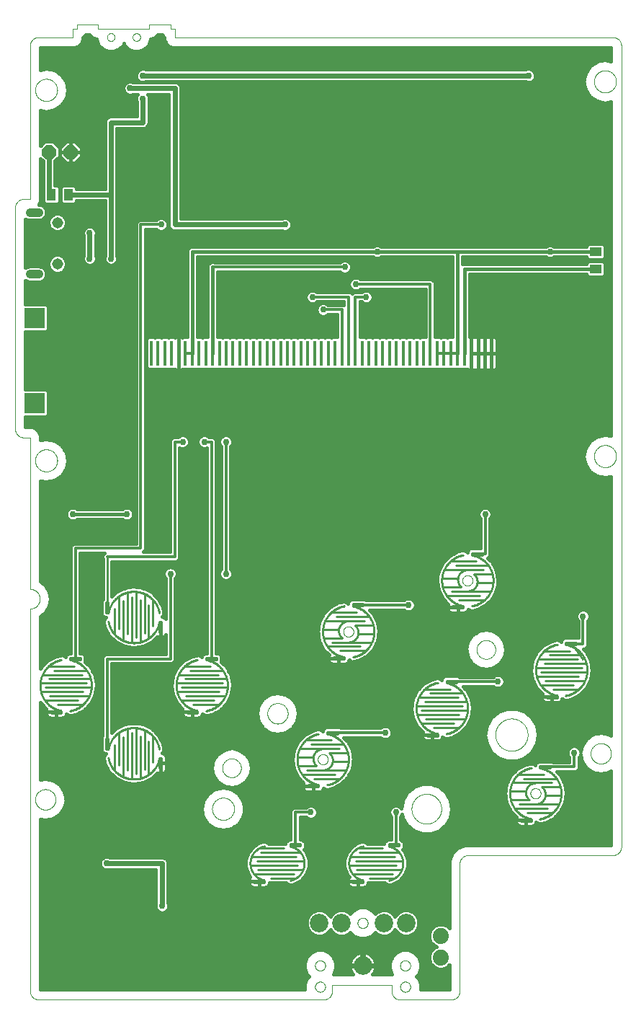
<source format=gtl>
G75*
%MOIN*%
%OFA0B0*%
%FSLAX25Y25*%
%IPPOS*%
%LPD*%
%AMOC8*
5,1,8,0,0,1.08239X$1,22.5*
%
%ADD10C,0.00000*%
%ADD11C,0.00039*%
%ADD12R,0.05512X0.04331*%
%ADD13C,0.01000*%
%ADD14R,0.04331X0.05512*%
%ADD15OC8,0.06600*%
%ADD16R,0.09449X0.09449*%
%ADD17C,0.07400*%
%ADD18C,0.04000*%
%ADD19C,0.05150*%
%ADD20C,0.08600*%
%ADD21R,0.01575X0.11811*%
%ADD22C,0.01600*%
%ADD23C,0.02978*%
%ADD24C,0.01200*%
%ADD25C,0.02400*%
D10*
X0020725Y0023079D02*
X0020725Y0199850D01*
X0020858Y0199852D01*
X0020991Y0199858D01*
X0021123Y0199868D01*
X0021256Y0199881D01*
X0021387Y0199899D01*
X0021519Y0199920D01*
X0021649Y0199945D01*
X0021779Y0199974D01*
X0021908Y0200007D01*
X0022035Y0200044D01*
X0022162Y0200084D01*
X0022288Y0200128D01*
X0022412Y0200176D01*
X0022534Y0200227D01*
X0022655Y0200282D01*
X0022775Y0200341D01*
X0022892Y0200402D01*
X0023008Y0200468D01*
X0023122Y0200536D01*
X0023234Y0200608D01*
X0023343Y0200684D01*
X0023451Y0200762D01*
X0023556Y0200844D01*
X0023658Y0200928D01*
X0023758Y0201016D01*
X0023856Y0201106D01*
X0023950Y0201200D01*
X0024042Y0201296D01*
X0024131Y0201395D01*
X0024217Y0201496D01*
X0024300Y0201600D01*
X0024380Y0201706D01*
X0024457Y0201814D01*
X0024531Y0201925D01*
X0024601Y0202038D01*
X0024668Y0202152D01*
X0024732Y0202269D01*
X0024792Y0202388D01*
X0024849Y0202508D01*
X0024902Y0202630D01*
X0024951Y0202753D01*
X0024997Y0202878D01*
X0025040Y0203004D01*
X0025078Y0203131D01*
X0025113Y0203260D01*
X0025144Y0203389D01*
X0025171Y0203519D01*
X0025194Y0203650D01*
X0025214Y0203781D01*
X0025229Y0203914D01*
X0025241Y0204046D01*
X0025249Y0204179D01*
X0025253Y0204312D01*
X0025253Y0204444D01*
X0025249Y0204577D01*
X0025241Y0204710D01*
X0025229Y0204842D01*
X0025214Y0204975D01*
X0025194Y0205106D01*
X0025171Y0205237D01*
X0025144Y0205367D01*
X0025113Y0205496D01*
X0025078Y0205625D01*
X0025040Y0205752D01*
X0024997Y0205878D01*
X0024951Y0206003D01*
X0024902Y0206126D01*
X0024849Y0206248D01*
X0024792Y0206368D01*
X0024732Y0206487D01*
X0024668Y0206604D01*
X0024601Y0206718D01*
X0024531Y0206831D01*
X0024457Y0206942D01*
X0024380Y0207050D01*
X0024300Y0207156D01*
X0024217Y0207260D01*
X0024131Y0207361D01*
X0024042Y0207460D01*
X0023950Y0207556D01*
X0023856Y0207650D01*
X0023758Y0207740D01*
X0023658Y0207828D01*
X0023556Y0207912D01*
X0023451Y0207994D01*
X0023343Y0208072D01*
X0023234Y0208148D01*
X0023122Y0208220D01*
X0023008Y0208288D01*
X0022892Y0208354D01*
X0022775Y0208415D01*
X0022655Y0208474D01*
X0022534Y0208529D01*
X0022412Y0208580D01*
X0022288Y0208628D01*
X0022162Y0208672D01*
X0022035Y0208712D01*
X0021908Y0208749D01*
X0021779Y0208782D01*
X0021649Y0208811D01*
X0021519Y0208836D01*
X0021387Y0208857D01*
X0021256Y0208875D01*
X0021123Y0208888D01*
X0020991Y0208898D01*
X0020858Y0208904D01*
X0020725Y0208906D01*
X0020725Y0278984D01*
X0017772Y0278984D01*
X0017648Y0278986D01*
X0017525Y0278992D01*
X0017401Y0279001D01*
X0017279Y0279015D01*
X0017156Y0279032D01*
X0017034Y0279054D01*
X0016913Y0279079D01*
X0016793Y0279108D01*
X0016674Y0279140D01*
X0016555Y0279177D01*
X0016438Y0279217D01*
X0016323Y0279260D01*
X0016208Y0279308D01*
X0016096Y0279359D01*
X0015985Y0279413D01*
X0015875Y0279471D01*
X0015768Y0279532D01*
X0015662Y0279597D01*
X0015559Y0279665D01*
X0015458Y0279736D01*
X0015359Y0279810D01*
X0015262Y0279887D01*
X0015168Y0279968D01*
X0015077Y0280051D01*
X0014988Y0280137D01*
X0014902Y0280226D01*
X0014819Y0280317D01*
X0014738Y0280411D01*
X0014661Y0280508D01*
X0014587Y0280607D01*
X0014516Y0280708D01*
X0014448Y0280811D01*
X0014383Y0280917D01*
X0014322Y0281024D01*
X0014264Y0281134D01*
X0014210Y0281245D01*
X0014159Y0281357D01*
X0014111Y0281472D01*
X0014068Y0281587D01*
X0014028Y0281704D01*
X0013991Y0281823D01*
X0013959Y0281942D01*
X0013930Y0282062D01*
X0013905Y0282183D01*
X0013883Y0282305D01*
X0013866Y0282428D01*
X0013852Y0282550D01*
X0013843Y0282674D01*
X0013837Y0282797D01*
X0013835Y0282921D01*
X0013835Y0385283D01*
X0013837Y0385407D01*
X0013843Y0385530D01*
X0013852Y0385654D01*
X0013866Y0385776D01*
X0013883Y0385899D01*
X0013905Y0386021D01*
X0013930Y0386142D01*
X0013959Y0386262D01*
X0013991Y0386381D01*
X0014028Y0386500D01*
X0014068Y0386617D01*
X0014111Y0386732D01*
X0014159Y0386847D01*
X0014210Y0386959D01*
X0014264Y0387070D01*
X0014322Y0387180D01*
X0014383Y0387287D01*
X0014448Y0387393D01*
X0014516Y0387496D01*
X0014587Y0387597D01*
X0014661Y0387696D01*
X0014738Y0387793D01*
X0014819Y0387887D01*
X0014902Y0387978D01*
X0014988Y0388067D01*
X0015077Y0388153D01*
X0015168Y0388236D01*
X0015262Y0388317D01*
X0015359Y0388394D01*
X0015458Y0388468D01*
X0015559Y0388539D01*
X0015662Y0388607D01*
X0015768Y0388672D01*
X0015875Y0388733D01*
X0015985Y0388791D01*
X0016096Y0388845D01*
X0016208Y0388896D01*
X0016323Y0388944D01*
X0016438Y0388987D01*
X0016555Y0389027D01*
X0016674Y0389064D01*
X0016793Y0389096D01*
X0016913Y0389125D01*
X0017034Y0389150D01*
X0017156Y0389172D01*
X0017279Y0389189D01*
X0017401Y0389203D01*
X0017525Y0389212D01*
X0017648Y0389218D01*
X0017772Y0389220D01*
X0020725Y0389220D01*
X0020725Y0460087D01*
X0020727Y0460211D01*
X0020733Y0460334D01*
X0020742Y0460458D01*
X0020756Y0460580D01*
X0020773Y0460703D01*
X0020795Y0460825D01*
X0020820Y0460946D01*
X0020849Y0461066D01*
X0020881Y0461185D01*
X0020918Y0461304D01*
X0020958Y0461421D01*
X0021001Y0461536D01*
X0021049Y0461651D01*
X0021100Y0461763D01*
X0021154Y0461874D01*
X0021212Y0461984D01*
X0021273Y0462091D01*
X0021338Y0462197D01*
X0021406Y0462300D01*
X0021477Y0462401D01*
X0021551Y0462500D01*
X0021628Y0462597D01*
X0021709Y0462691D01*
X0021792Y0462782D01*
X0021878Y0462871D01*
X0021967Y0462957D01*
X0022058Y0463040D01*
X0022152Y0463121D01*
X0022249Y0463198D01*
X0022348Y0463272D01*
X0022449Y0463343D01*
X0022552Y0463411D01*
X0022658Y0463476D01*
X0022765Y0463537D01*
X0022875Y0463595D01*
X0022986Y0463649D01*
X0023098Y0463700D01*
X0023213Y0463748D01*
X0023328Y0463791D01*
X0023445Y0463831D01*
X0023564Y0463868D01*
X0023683Y0463900D01*
X0023803Y0463929D01*
X0023924Y0463954D01*
X0024046Y0463976D01*
X0024169Y0463993D01*
X0024291Y0464007D01*
X0024415Y0464016D01*
X0024538Y0464022D01*
X0024662Y0464024D01*
X0040410Y0464024D01*
X0040410Y0467961D01*
X0042379Y0467961D01*
X0042379Y0469929D01*
X0052221Y0469929D01*
X0052221Y0467961D01*
X0075843Y0467961D01*
X0075843Y0469929D01*
X0085686Y0469929D01*
X0085686Y0467961D01*
X0087654Y0467961D01*
X0087654Y0464024D01*
X0290410Y0464024D01*
X0290534Y0464022D01*
X0290657Y0464016D01*
X0290781Y0464007D01*
X0290903Y0463993D01*
X0291026Y0463976D01*
X0291148Y0463954D01*
X0291269Y0463929D01*
X0291389Y0463900D01*
X0291508Y0463868D01*
X0291627Y0463831D01*
X0291744Y0463791D01*
X0291859Y0463748D01*
X0291974Y0463700D01*
X0292086Y0463649D01*
X0292197Y0463595D01*
X0292307Y0463537D01*
X0292414Y0463476D01*
X0292520Y0463411D01*
X0292623Y0463343D01*
X0292724Y0463272D01*
X0292823Y0463198D01*
X0292920Y0463121D01*
X0293014Y0463040D01*
X0293105Y0462957D01*
X0293194Y0462871D01*
X0293280Y0462782D01*
X0293363Y0462691D01*
X0293444Y0462597D01*
X0293521Y0462500D01*
X0293595Y0462401D01*
X0293666Y0462300D01*
X0293734Y0462197D01*
X0293799Y0462091D01*
X0293860Y0461984D01*
X0293918Y0461874D01*
X0293972Y0461763D01*
X0294023Y0461651D01*
X0294071Y0461536D01*
X0294114Y0461421D01*
X0294154Y0461304D01*
X0294191Y0461185D01*
X0294223Y0461066D01*
X0294252Y0460946D01*
X0294277Y0460825D01*
X0294299Y0460703D01*
X0294316Y0460580D01*
X0294330Y0460458D01*
X0294339Y0460334D01*
X0294345Y0460211D01*
X0294347Y0460087D01*
X0294347Y0089811D01*
X0294345Y0089687D01*
X0294339Y0089564D01*
X0294330Y0089440D01*
X0294316Y0089318D01*
X0294299Y0089195D01*
X0294277Y0089073D01*
X0294252Y0088952D01*
X0294223Y0088832D01*
X0294191Y0088713D01*
X0294154Y0088594D01*
X0294114Y0088477D01*
X0294071Y0088362D01*
X0294023Y0088247D01*
X0293972Y0088135D01*
X0293918Y0088024D01*
X0293860Y0087914D01*
X0293799Y0087807D01*
X0293734Y0087701D01*
X0293666Y0087598D01*
X0293595Y0087497D01*
X0293521Y0087398D01*
X0293444Y0087301D01*
X0293363Y0087207D01*
X0293280Y0087116D01*
X0293194Y0087027D01*
X0293105Y0086941D01*
X0293014Y0086858D01*
X0292920Y0086777D01*
X0292823Y0086700D01*
X0292724Y0086626D01*
X0292623Y0086555D01*
X0292520Y0086487D01*
X0292414Y0086422D01*
X0292307Y0086361D01*
X0292197Y0086303D01*
X0292086Y0086249D01*
X0291974Y0086198D01*
X0291859Y0086150D01*
X0291744Y0086107D01*
X0291627Y0086067D01*
X0291508Y0086030D01*
X0291389Y0085998D01*
X0291269Y0085969D01*
X0291148Y0085944D01*
X0291026Y0085922D01*
X0290903Y0085905D01*
X0290781Y0085891D01*
X0290657Y0085882D01*
X0290534Y0085876D01*
X0290410Y0085874D01*
X0223481Y0085874D01*
X0223357Y0085872D01*
X0223234Y0085866D01*
X0223110Y0085857D01*
X0222988Y0085843D01*
X0222865Y0085826D01*
X0222743Y0085804D01*
X0222622Y0085779D01*
X0222502Y0085750D01*
X0222383Y0085718D01*
X0222264Y0085681D01*
X0222147Y0085641D01*
X0222032Y0085598D01*
X0221917Y0085550D01*
X0221805Y0085499D01*
X0221694Y0085445D01*
X0221584Y0085387D01*
X0221477Y0085326D01*
X0221371Y0085261D01*
X0221268Y0085193D01*
X0221167Y0085122D01*
X0221068Y0085048D01*
X0220971Y0084971D01*
X0220877Y0084890D01*
X0220786Y0084807D01*
X0220697Y0084721D01*
X0220611Y0084632D01*
X0220528Y0084541D01*
X0220447Y0084447D01*
X0220370Y0084350D01*
X0220296Y0084251D01*
X0220225Y0084150D01*
X0220157Y0084047D01*
X0220092Y0083941D01*
X0220031Y0083834D01*
X0219973Y0083724D01*
X0219919Y0083613D01*
X0219868Y0083501D01*
X0219820Y0083386D01*
X0219777Y0083271D01*
X0219737Y0083154D01*
X0219700Y0083035D01*
X0219668Y0082916D01*
X0219639Y0082796D01*
X0219614Y0082675D01*
X0219592Y0082553D01*
X0219575Y0082430D01*
X0219561Y0082308D01*
X0219552Y0082184D01*
X0219546Y0082061D01*
X0219544Y0081937D01*
X0219544Y0023079D01*
X0219542Y0022955D01*
X0219536Y0022832D01*
X0219527Y0022708D01*
X0219513Y0022586D01*
X0219496Y0022463D01*
X0219474Y0022341D01*
X0219449Y0022220D01*
X0219420Y0022100D01*
X0219388Y0021981D01*
X0219351Y0021862D01*
X0219311Y0021745D01*
X0219268Y0021630D01*
X0219220Y0021515D01*
X0219169Y0021403D01*
X0219115Y0021292D01*
X0219057Y0021182D01*
X0218996Y0021075D01*
X0218931Y0020969D01*
X0218863Y0020866D01*
X0218792Y0020765D01*
X0218718Y0020666D01*
X0218641Y0020569D01*
X0218560Y0020475D01*
X0218477Y0020384D01*
X0218391Y0020295D01*
X0218302Y0020209D01*
X0218211Y0020126D01*
X0218117Y0020045D01*
X0218020Y0019968D01*
X0217921Y0019894D01*
X0217820Y0019823D01*
X0217717Y0019755D01*
X0217611Y0019690D01*
X0217504Y0019629D01*
X0217394Y0019571D01*
X0217283Y0019517D01*
X0217171Y0019466D01*
X0217056Y0019418D01*
X0216941Y0019375D01*
X0216824Y0019335D01*
X0216705Y0019298D01*
X0216586Y0019266D01*
X0216466Y0019237D01*
X0216345Y0019212D01*
X0216223Y0019190D01*
X0216100Y0019173D01*
X0215978Y0019159D01*
X0215854Y0019150D01*
X0215731Y0019144D01*
X0215607Y0019142D01*
X0191985Y0019142D01*
X0191861Y0019144D01*
X0191738Y0019150D01*
X0191614Y0019159D01*
X0191492Y0019173D01*
X0191369Y0019190D01*
X0191247Y0019212D01*
X0191126Y0019237D01*
X0191006Y0019266D01*
X0190887Y0019298D01*
X0190768Y0019335D01*
X0190651Y0019375D01*
X0190536Y0019418D01*
X0190421Y0019466D01*
X0190309Y0019517D01*
X0190198Y0019571D01*
X0190088Y0019629D01*
X0189981Y0019690D01*
X0189875Y0019755D01*
X0189772Y0019823D01*
X0189671Y0019894D01*
X0189572Y0019968D01*
X0189475Y0020045D01*
X0189381Y0020126D01*
X0189290Y0020209D01*
X0189201Y0020295D01*
X0189115Y0020384D01*
X0189032Y0020475D01*
X0188951Y0020569D01*
X0188874Y0020666D01*
X0188800Y0020765D01*
X0188729Y0020866D01*
X0188661Y0020969D01*
X0188596Y0021075D01*
X0188535Y0021182D01*
X0188477Y0021292D01*
X0188423Y0021403D01*
X0188372Y0021515D01*
X0188324Y0021630D01*
X0188281Y0021745D01*
X0188241Y0021862D01*
X0188204Y0021981D01*
X0188172Y0022100D01*
X0188143Y0022220D01*
X0188118Y0022341D01*
X0188096Y0022463D01*
X0188079Y0022586D01*
X0188065Y0022708D01*
X0188056Y0022832D01*
X0188050Y0022955D01*
X0188048Y0023079D01*
X0188048Y0026031D01*
X0160489Y0026031D01*
X0160489Y0023079D01*
X0160487Y0022955D01*
X0160481Y0022832D01*
X0160472Y0022708D01*
X0160458Y0022586D01*
X0160441Y0022463D01*
X0160419Y0022341D01*
X0160394Y0022220D01*
X0160365Y0022100D01*
X0160333Y0021981D01*
X0160296Y0021862D01*
X0160256Y0021745D01*
X0160213Y0021630D01*
X0160165Y0021515D01*
X0160114Y0021403D01*
X0160060Y0021292D01*
X0160002Y0021182D01*
X0159941Y0021075D01*
X0159876Y0020969D01*
X0159808Y0020866D01*
X0159737Y0020765D01*
X0159663Y0020666D01*
X0159586Y0020569D01*
X0159505Y0020475D01*
X0159422Y0020384D01*
X0159336Y0020295D01*
X0159247Y0020209D01*
X0159156Y0020126D01*
X0159062Y0020045D01*
X0158965Y0019968D01*
X0158866Y0019894D01*
X0158765Y0019823D01*
X0158662Y0019755D01*
X0158556Y0019690D01*
X0158449Y0019629D01*
X0158339Y0019571D01*
X0158228Y0019517D01*
X0158116Y0019466D01*
X0158001Y0019418D01*
X0157886Y0019375D01*
X0157769Y0019335D01*
X0157650Y0019298D01*
X0157531Y0019266D01*
X0157411Y0019237D01*
X0157290Y0019212D01*
X0157168Y0019190D01*
X0157045Y0019173D01*
X0156923Y0019159D01*
X0156799Y0019150D01*
X0156676Y0019144D01*
X0156552Y0019142D01*
X0024662Y0019142D01*
X0024538Y0019144D01*
X0024415Y0019150D01*
X0024291Y0019159D01*
X0024169Y0019173D01*
X0024046Y0019190D01*
X0023924Y0019212D01*
X0023803Y0019237D01*
X0023683Y0019266D01*
X0023564Y0019298D01*
X0023445Y0019335D01*
X0023328Y0019375D01*
X0023213Y0019418D01*
X0023098Y0019466D01*
X0022986Y0019517D01*
X0022875Y0019571D01*
X0022765Y0019629D01*
X0022658Y0019690D01*
X0022552Y0019755D01*
X0022449Y0019823D01*
X0022348Y0019894D01*
X0022249Y0019968D01*
X0022152Y0020045D01*
X0022058Y0020126D01*
X0021967Y0020209D01*
X0021878Y0020295D01*
X0021792Y0020384D01*
X0021709Y0020475D01*
X0021628Y0020569D01*
X0021551Y0020666D01*
X0021477Y0020765D01*
X0021406Y0020866D01*
X0021338Y0020969D01*
X0021273Y0021075D01*
X0021212Y0021182D01*
X0021154Y0021292D01*
X0021100Y0021403D01*
X0021049Y0021515D01*
X0021001Y0021630D01*
X0020958Y0021745D01*
X0020918Y0021862D01*
X0020881Y0021981D01*
X0020849Y0022100D01*
X0020820Y0022220D01*
X0020795Y0022341D01*
X0020773Y0022463D01*
X0020756Y0022586D01*
X0020742Y0022708D01*
X0020733Y0022832D01*
X0020727Y0022955D01*
X0020725Y0023079D01*
X0152615Y0025047D02*
X0152617Y0025144D01*
X0152623Y0025241D01*
X0152633Y0025337D01*
X0152647Y0025433D01*
X0152665Y0025529D01*
X0152686Y0025623D01*
X0152712Y0025717D01*
X0152741Y0025809D01*
X0152775Y0025900D01*
X0152811Y0025990D01*
X0152852Y0026078D01*
X0152896Y0026164D01*
X0152944Y0026249D01*
X0152995Y0026331D01*
X0153049Y0026412D01*
X0153107Y0026490D01*
X0153168Y0026565D01*
X0153231Y0026638D01*
X0153298Y0026709D01*
X0153368Y0026776D01*
X0153440Y0026841D01*
X0153515Y0026902D01*
X0153593Y0026961D01*
X0153672Y0027016D01*
X0153754Y0027068D01*
X0153838Y0027116D01*
X0153924Y0027161D01*
X0154012Y0027203D01*
X0154101Y0027241D01*
X0154192Y0027275D01*
X0154284Y0027305D01*
X0154377Y0027332D01*
X0154472Y0027354D01*
X0154567Y0027373D01*
X0154663Y0027388D01*
X0154759Y0027399D01*
X0154856Y0027406D01*
X0154953Y0027409D01*
X0155050Y0027408D01*
X0155147Y0027403D01*
X0155243Y0027394D01*
X0155339Y0027381D01*
X0155435Y0027364D01*
X0155530Y0027343D01*
X0155623Y0027319D01*
X0155716Y0027290D01*
X0155808Y0027258D01*
X0155898Y0027222D01*
X0155986Y0027183D01*
X0156073Y0027139D01*
X0156158Y0027093D01*
X0156241Y0027042D01*
X0156322Y0026989D01*
X0156400Y0026932D01*
X0156477Y0026872D01*
X0156550Y0026809D01*
X0156621Y0026743D01*
X0156689Y0026674D01*
X0156755Y0026602D01*
X0156817Y0026528D01*
X0156876Y0026451D01*
X0156932Y0026372D01*
X0156985Y0026290D01*
X0157035Y0026207D01*
X0157080Y0026121D01*
X0157123Y0026034D01*
X0157162Y0025945D01*
X0157197Y0025855D01*
X0157228Y0025763D01*
X0157255Y0025670D01*
X0157279Y0025576D01*
X0157299Y0025481D01*
X0157315Y0025385D01*
X0157327Y0025289D01*
X0157335Y0025192D01*
X0157339Y0025095D01*
X0157339Y0024999D01*
X0157335Y0024902D01*
X0157327Y0024805D01*
X0157315Y0024709D01*
X0157299Y0024613D01*
X0157279Y0024518D01*
X0157255Y0024424D01*
X0157228Y0024331D01*
X0157197Y0024239D01*
X0157162Y0024149D01*
X0157123Y0024060D01*
X0157080Y0023973D01*
X0157035Y0023887D01*
X0156985Y0023804D01*
X0156932Y0023722D01*
X0156876Y0023643D01*
X0156817Y0023566D01*
X0156755Y0023492D01*
X0156689Y0023420D01*
X0156621Y0023351D01*
X0156550Y0023285D01*
X0156477Y0023222D01*
X0156400Y0023162D01*
X0156322Y0023105D01*
X0156241Y0023052D01*
X0156158Y0023001D01*
X0156073Y0022955D01*
X0155986Y0022911D01*
X0155898Y0022872D01*
X0155808Y0022836D01*
X0155716Y0022804D01*
X0155623Y0022775D01*
X0155530Y0022751D01*
X0155435Y0022730D01*
X0155339Y0022713D01*
X0155243Y0022700D01*
X0155147Y0022691D01*
X0155050Y0022686D01*
X0154953Y0022685D01*
X0154856Y0022688D01*
X0154759Y0022695D01*
X0154663Y0022706D01*
X0154567Y0022721D01*
X0154472Y0022740D01*
X0154377Y0022762D01*
X0154284Y0022789D01*
X0154192Y0022819D01*
X0154101Y0022853D01*
X0154012Y0022891D01*
X0153924Y0022933D01*
X0153838Y0022978D01*
X0153754Y0023026D01*
X0153672Y0023078D01*
X0153593Y0023133D01*
X0153515Y0023192D01*
X0153440Y0023253D01*
X0153368Y0023318D01*
X0153298Y0023385D01*
X0153231Y0023456D01*
X0153168Y0023529D01*
X0153107Y0023604D01*
X0153049Y0023682D01*
X0152995Y0023763D01*
X0152944Y0023845D01*
X0152896Y0023930D01*
X0152852Y0024016D01*
X0152811Y0024104D01*
X0152775Y0024194D01*
X0152741Y0024285D01*
X0152712Y0024377D01*
X0152686Y0024471D01*
X0152665Y0024565D01*
X0152647Y0024661D01*
X0152633Y0024757D01*
X0152623Y0024853D01*
X0152617Y0024950D01*
X0152615Y0025047D01*
X0152615Y0034890D02*
X0152617Y0034987D01*
X0152623Y0035084D01*
X0152633Y0035180D01*
X0152647Y0035276D01*
X0152665Y0035372D01*
X0152686Y0035466D01*
X0152712Y0035560D01*
X0152741Y0035652D01*
X0152775Y0035743D01*
X0152811Y0035833D01*
X0152852Y0035921D01*
X0152896Y0036007D01*
X0152944Y0036092D01*
X0152995Y0036174D01*
X0153049Y0036255D01*
X0153107Y0036333D01*
X0153168Y0036408D01*
X0153231Y0036481D01*
X0153298Y0036552D01*
X0153368Y0036619D01*
X0153440Y0036684D01*
X0153515Y0036745D01*
X0153593Y0036804D01*
X0153672Y0036859D01*
X0153754Y0036911D01*
X0153838Y0036959D01*
X0153924Y0037004D01*
X0154012Y0037046D01*
X0154101Y0037084D01*
X0154192Y0037118D01*
X0154284Y0037148D01*
X0154377Y0037175D01*
X0154472Y0037197D01*
X0154567Y0037216D01*
X0154663Y0037231D01*
X0154759Y0037242D01*
X0154856Y0037249D01*
X0154953Y0037252D01*
X0155050Y0037251D01*
X0155147Y0037246D01*
X0155243Y0037237D01*
X0155339Y0037224D01*
X0155435Y0037207D01*
X0155530Y0037186D01*
X0155623Y0037162D01*
X0155716Y0037133D01*
X0155808Y0037101D01*
X0155898Y0037065D01*
X0155986Y0037026D01*
X0156073Y0036982D01*
X0156158Y0036936D01*
X0156241Y0036885D01*
X0156322Y0036832D01*
X0156400Y0036775D01*
X0156477Y0036715D01*
X0156550Y0036652D01*
X0156621Y0036586D01*
X0156689Y0036517D01*
X0156755Y0036445D01*
X0156817Y0036371D01*
X0156876Y0036294D01*
X0156932Y0036215D01*
X0156985Y0036133D01*
X0157035Y0036050D01*
X0157080Y0035964D01*
X0157123Y0035877D01*
X0157162Y0035788D01*
X0157197Y0035698D01*
X0157228Y0035606D01*
X0157255Y0035513D01*
X0157279Y0035419D01*
X0157299Y0035324D01*
X0157315Y0035228D01*
X0157327Y0035132D01*
X0157335Y0035035D01*
X0157339Y0034938D01*
X0157339Y0034842D01*
X0157335Y0034745D01*
X0157327Y0034648D01*
X0157315Y0034552D01*
X0157299Y0034456D01*
X0157279Y0034361D01*
X0157255Y0034267D01*
X0157228Y0034174D01*
X0157197Y0034082D01*
X0157162Y0033992D01*
X0157123Y0033903D01*
X0157080Y0033816D01*
X0157035Y0033730D01*
X0156985Y0033647D01*
X0156932Y0033565D01*
X0156876Y0033486D01*
X0156817Y0033409D01*
X0156755Y0033335D01*
X0156689Y0033263D01*
X0156621Y0033194D01*
X0156550Y0033128D01*
X0156477Y0033065D01*
X0156400Y0033005D01*
X0156322Y0032948D01*
X0156241Y0032895D01*
X0156158Y0032844D01*
X0156073Y0032798D01*
X0155986Y0032754D01*
X0155898Y0032715D01*
X0155808Y0032679D01*
X0155716Y0032647D01*
X0155623Y0032618D01*
X0155530Y0032594D01*
X0155435Y0032573D01*
X0155339Y0032556D01*
X0155243Y0032543D01*
X0155147Y0032534D01*
X0155050Y0032529D01*
X0154953Y0032528D01*
X0154856Y0032531D01*
X0154759Y0032538D01*
X0154663Y0032549D01*
X0154567Y0032564D01*
X0154472Y0032583D01*
X0154377Y0032605D01*
X0154284Y0032632D01*
X0154192Y0032662D01*
X0154101Y0032696D01*
X0154012Y0032734D01*
X0153924Y0032776D01*
X0153838Y0032821D01*
X0153754Y0032869D01*
X0153672Y0032921D01*
X0153593Y0032976D01*
X0153515Y0033035D01*
X0153440Y0033096D01*
X0153368Y0033161D01*
X0153298Y0033228D01*
X0153231Y0033299D01*
X0153168Y0033372D01*
X0153107Y0033447D01*
X0153049Y0033525D01*
X0152995Y0033606D01*
X0152944Y0033688D01*
X0152896Y0033773D01*
X0152852Y0033859D01*
X0152811Y0033947D01*
X0152775Y0034037D01*
X0152741Y0034128D01*
X0152712Y0034220D01*
X0152686Y0034314D01*
X0152665Y0034408D01*
X0152647Y0034504D01*
X0152633Y0034600D01*
X0152623Y0034696D01*
X0152617Y0034793D01*
X0152615Y0034890D01*
X0172300Y0054575D02*
X0172302Y0054672D01*
X0172308Y0054769D01*
X0172318Y0054865D01*
X0172332Y0054961D01*
X0172350Y0055057D01*
X0172371Y0055151D01*
X0172397Y0055245D01*
X0172426Y0055337D01*
X0172460Y0055428D01*
X0172496Y0055518D01*
X0172537Y0055606D01*
X0172581Y0055692D01*
X0172629Y0055777D01*
X0172680Y0055859D01*
X0172734Y0055940D01*
X0172792Y0056018D01*
X0172853Y0056093D01*
X0172916Y0056166D01*
X0172983Y0056237D01*
X0173053Y0056304D01*
X0173125Y0056369D01*
X0173200Y0056430D01*
X0173278Y0056489D01*
X0173357Y0056544D01*
X0173439Y0056596D01*
X0173523Y0056644D01*
X0173609Y0056689D01*
X0173697Y0056731D01*
X0173786Y0056769D01*
X0173877Y0056803D01*
X0173969Y0056833D01*
X0174062Y0056860D01*
X0174157Y0056882D01*
X0174252Y0056901D01*
X0174348Y0056916D01*
X0174444Y0056927D01*
X0174541Y0056934D01*
X0174638Y0056937D01*
X0174735Y0056936D01*
X0174832Y0056931D01*
X0174928Y0056922D01*
X0175024Y0056909D01*
X0175120Y0056892D01*
X0175215Y0056871D01*
X0175308Y0056847D01*
X0175401Y0056818D01*
X0175493Y0056786D01*
X0175583Y0056750D01*
X0175671Y0056711D01*
X0175758Y0056667D01*
X0175843Y0056621D01*
X0175926Y0056570D01*
X0176007Y0056517D01*
X0176085Y0056460D01*
X0176162Y0056400D01*
X0176235Y0056337D01*
X0176306Y0056271D01*
X0176374Y0056202D01*
X0176440Y0056130D01*
X0176502Y0056056D01*
X0176561Y0055979D01*
X0176617Y0055900D01*
X0176670Y0055818D01*
X0176720Y0055735D01*
X0176765Y0055649D01*
X0176808Y0055562D01*
X0176847Y0055473D01*
X0176882Y0055383D01*
X0176913Y0055291D01*
X0176940Y0055198D01*
X0176964Y0055104D01*
X0176984Y0055009D01*
X0177000Y0054913D01*
X0177012Y0054817D01*
X0177020Y0054720D01*
X0177024Y0054623D01*
X0177024Y0054527D01*
X0177020Y0054430D01*
X0177012Y0054333D01*
X0177000Y0054237D01*
X0176984Y0054141D01*
X0176964Y0054046D01*
X0176940Y0053952D01*
X0176913Y0053859D01*
X0176882Y0053767D01*
X0176847Y0053677D01*
X0176808Y0053588D01*
X0176765Y0053501D01*
X0176720Y0053415D01*
X0176670Y0053332D01*
X0176617Y0053250D01*
X0176561Y0053171D01*
X0176502Y0053094D01*
X0176440Y0053020D01*
X0176374Y0052948D01*
X0176306Y0052879D01*
X0176235Y0052813D01*
X0176162Y0052750D01*
X0176085Y0052690D01*
X0176007Y0052633D01*
X0175926Y0052580D01*
X0175843Y0052529D01*
X0175758Y0052483D01*
X0175671Y0052439D01*
X0175583Y0052400D01*
X0175493Y0052364D01*
X0175401Y0052332D01*
X0175308Y0052303D01*
X0175215Y0052279D01*
X0175120Y0052258D01*
X0175024Y0052241D01*
X0174928Y0052228D01*
X0174832Y0052219D01*
X0174735Y0052214D01*
X0174638Y0052213D01*
X0174541Y0052216D01*
X0174444Y0052223D01*
X0174348Y0052234D01*
X0174252Y0052249D01*
X0174157Y0052268D01*
X0174062Y0052290D01*
X0173969Y0052317D01*
X0173877Y0052347D01*
X0173786Y0052381D01*
X0173697Y0052419D01*
X0173609Y0052461D01*
X0173523Y0052506D01*
X0173439Y0052554D01*
X0173357Y0052606D01*
X0173278Y0052661D01*
X0173200Y0052720D01*
X0173125Y0052781D01*
X0173053Y0052846D01*
X0172983Y0052913D01*
X0172916Y0052984D01*
X0172853Y0053057D01*
X0172792Y0053132D01*
X0172734Y0053210D01*
X0172680Y0053291D01*
X0172629Y0053373D01*
X0172581Y0053458D01*
X0172537Y0053544D01*
X0172496Y0053632D01*
X0172460Y0053722D01*
X0172426Y0053813D01*
X0172397Y0053905D01*
X0172371Y0053999D01*
X0172350Y0054093D01*
X0172332Y0054189D01*
X0172318Y0054285D01*
X0172308Y0054381D01*
X0172302Y0054478D01*
X0172300Y0054575D01*
X0191985Y0034890D02*
X0191987Y0034987D01*
X0191993Y0035084D01*
X0192003Y0035180D01*
X0192017Y0035276D01*
X0192035Y0035372D01*
X0192056Y0035466D01*
X0192082Y0035560D01*
X0192111Y0035652D01*
X0192145Y0035743D01*
X0192181Y0035833D01*
X0192222Y0035921D01*
X0192266Y0036007D01*
X0192314Y0036092D01*
X0192365Y0036174D01*
X0192419Y0036255D01*
X0192477Y0036333D01*
X0192538Y0036408D01*
X0192601Y0036481D01*
X0192668Y0036552D01*
X0192738Y0036619D01*
X0192810Y0036684D01*
X0192885Y0036745D01*
X0192963Y0036804D01*
X0193042Y0036859D01*
X0193124Y0036911D01*
X0193208Y0036959D01*
X0193294Y0037004D01*
X0193382Y0037046D01*
X0193471Y0037084D01*
X0193562Y0037118D01*
X0193654Y0037148D01*
X0193747Y0037175D01*
X0193842Y0037197D01*
X0193937Y0037216D01*
X0194033Y0037231D01*
X0194129Y0037242D01*
X0194226Y0037249D01*
X0194323Y0037252D01*
X0194420Y0037251D01*
X0194517Y0037246D01*
X0194613Y0037237D01*
X0194709Y0037224D01*
X0194805Y0037207D01*
X0194900Y0037186D01*
X0194993Y0037162D01*
X0195086Y0037133D01*
X0195178Y0037101D01*
X0195268Y0037065D01*
X0195356Y0037026D01*
X0195443Y0036982D01*
X0195528Y0036936D01*
X0195611Y0036885D01*
X0195692Y0036832D01*
X0195770Y0036775D01*
X0195847Y0036715D01*
X0195920Y0036652D01*
X0195991Y0036586D01*
X0196059Y0036517D01*
X0196125Y0036445D01*
X0196187Y0036371D01*
X0196246Y0036294D01*
X0196302Y0036215D01*
X0196355Y0036133D01*
X0196405Y0036050D01*
X0196450Y0035964D01*
X0196493Y0035877D01*
X0196532Y0035788D01*
X0196567Y0035698D01*
X0196598Y0035606D01*
X0196625Y0035513D01*
X0196649Y0035419D01*
X0196669Y0035324D01*
X0196685Y0035228D01*
X0196697Y0035132D01*
X0196705Y0035035D01*
X0196709Y0034938D01*
X0196709Y0034842D01*
X0196705Y0034745D01*
X0196697Y0034648D01*
X0196685Y0034552D01*
X0196669Y0034456D01*
X0196649Y0034361D01*
X0196625Y0034267D01*
X0196598Y0034174D01*
X0196567Y0034082D01*
X0196532Y0033992D01*
X0196493Y0033903D01*
X0196450Y0033816D01*
X0196405Y0033730D01*
X0196355Y0033647D01*
X0196302Y0033565D01*
X0196246Y0033486D01*
X0196187Y0033409D01*
X0196125Y0033335D01*
X0196059Y0033263D01*
X0195991Y0033194D01*
X0195920Y0033128D01*
X0195847Y0033065D01*
X0195770Y0033005D01*
X0195692Y0032948D01*
X0195611Y0032895D01*
X0195528Y0032844D01*
X0195443Y0032798D01*
X0195356Y0032754D01*
X0195268Y0032715D01*
X0195178Y0032679D01*
X0195086Y0032647D01*
X0194993Y0032618D01*
X0194900Y0032594D01*
X0194805Y0032573D01*
X0194709Y0032556D01*
X0194613Y0032543D01*
X0194517Y0032534D01*
X0194420Y0032529D01*
X0194323Y0032528D01*
X0194226Y0032531D01*
X0194129Y0032538D01*
X0194033Y0032549D01*
X0193937Y0032564D01*
X0193842Y0032583D01*
X0193747Y0032605D01*
X0193654Y0032632D01*
X0193562Y0032662D01*
X0193471Y0032696D01*
X0193382Y0032734D01*
X0193294Y0032776D01*
X0193208Y0032821D01*
X0193124Y0032869D01*
X0193042Y0032921D01*
X0192963Y0032976D01*
X0192885Y0033035D01*
X0192810Y0033096D01*
X0192738Y0033161D01*
X0192668Y0033228D01*
X0192601Y0033299D01*
X0192538Y0033372D01*
X0192477Y0033447D01*
X0192419Y0033525D01*
X0192365Y0033606D01*
X0192314Y0033688D01*
X0192266Y0033773D01*
X0192222Y0033859D01*
X0192181Y0033947D01*
X0192145Y0034037D01*
X0192111Y0034128D01*
X0192082Y0034220D01*
X0192056Y0034314D01*
X0192035Y0034408D01*
X0192017Y0034504D01*
X0192003Y0034600D01*
X0191993Y0034696D01*
X0191987Y0034793D01*
X0191985Y0034890D01*
X0191985Y0025047D02*
X0191987Y0025144D01*
X0191993Y0025241D01*
X0192003Y0025337D01*
X0192017Y0025433D01*
X0192035Y0025529D01*
X0192056Y0025623D01*
X0192082Y0025717D01*
X0192111Y0025809D01*
X0192145Y0025900D01*
X0192181Y0025990D01*
X0192222Y0026078D01*
X0192266Y0026164D01*
X0192314Y0026249D01*
X0192365Y0026331D01*
X0192419Y0026412D01*
X0192477Y0026490D01*
X0192538Y0026565D01*
X0192601Y0026638D01*
X0192668Y0026709D01*
X0192738Y0026776D01*
X0192810Y0026841D01*
X0192885Y0026902D01*
X0192963Y0026961D01*
X0193042Y0027016D01*
X0193124Y0027068D01*
X0193208Y0027116D01*
X0193294Y0027161D01*
X0193382Y0027203D01*
X0193471Y0027241D01*
X0193562Y0027275D01*
X0193654Y0027305D01*
X0193747Y0027332D01*
X0193842Y0027354D01*
X0193937Y0027373D01*
X0194033Y0027388D01*
X0194129Y0027399D01*
X0194226Y0027406D01*
X0194323Y0027409D01*
X0194420Y0027408D01*
X0194517Y0027403D01*
X0194613Y0027394D01*
X0194709Y0027381D01*
X0194805Y0027364D01*
X0194900Y0027343D01*
X0194993Y0027319D01*
X0195086Y0027290D01*
X0195178Y0027258D01*
X0195268Y0027222D01*
X0195356Y0027183D01*
X0195443Y0027139D01*
X0195528Y0027093D01*
X0195611Y0027042D01*
X0195692Y0026989D01*
X0195770Y0026932D01*
X0195847Y0026872D01*
X0195920Y0026809D01*
X0195991Y0026743D01*
X0196059Y0026674D01*
X0196125Y0026602D01*
X0196187Y0026528D01*
X0196246Y0026451D01*
X0196302Y0026372D01*
X0196355Y0026290D01*
X0196405Y0026207D01*
X0196450Y0026121D01*
X0196493Y0026034D01*
X0196532Y0025945D01*
X0196567Y0025855D01*
X0196598Y0025763D01*
X0196625Y0025670D01*
X0196649Y0025576D01*
X0196669Y0025481D01*
X0196685Y0025385D01*
X0196697Y0025289D01*
X0196705Y0025192D01*
X0196709Y0025095D01*
X0196709Y0024999D01*
X0196705Y0024902D01*
X0196697Y0024805D01*
X0196685Y0024709D01*
X0196669Y0024613D01*
X0196649Y0024518D01*
X0196625Y0024424D01*
X0196598Y0024331D01*
X0196567Y0024239D01*
X0196532Y0024149D01*
X0196493Y0024060D01*
X0196450Y0023973D01*
X0196405Y0023887D01*
X0196355Y0023804D01*
X0196302Y0023722D01*
X0196246Y0023643D01*
X0196187Y0023566D01*
X0196125Y0023492D01*
X0196059Y0023420D01*
X0195991Y0023351D01*
X0195920Y0023285D01*
X0195847Y0023222D01*
X0195770Y0023162D01*
X0195692Y0023105D01*
X0195611Y0023052D01*
X0195528Y0023001D01*
X0195443Y0022955D01*
X0195356Y0022911D01*
X0195268Y0022872D01*
X0195178Y0022836D01*
X0195086Y0022804D01*
X0194993Y0022775D01*
X0194900Y0022751D01*
X0194805Y0022730D01*
X0194709Y0022713D01*
X0194613Y0022700D01*
X0194517Y0022691D01*
X0194420Y0022686D01*
X0194323Y0022685D01*
X0194226Y0022688D01*
X0194129Y0022695D01*
X0194033Y0022706D01*
X0193937Y0022721D01*
X0193842Y0022740D01*
X0193747Y0022762D01*
X0193654Y0022789D01*
X0193562Y0022819D01*
X0193471Y0022853D01*
X0193382Y0022891D01*
X0193294Y0022933D01*
X0193208Y0022978D01*
X0193124Y0023026D01*
X0193042Y0023078D01*
X0192963Y0023133D01*
X0192885Y0023192D01*
X0192810Y0023253D01*
X0192738Y0023318D01*
X0192668Y0023385D01*
X0192601Y0023456D01*
X0192538Y0023529D01*
X0192477Y0023604D01*
X0192419Y0023682D01*
X0192365Y0023763D01*
X0192314Y0023845D01*
X0192266Y0023930D01*
X0192222Y0024016D01*
X0192181Y0024104D01*
X0192145Y0024194D01*
X0192111Y0024285D01*
X0192082Y0024377D01*
X0192056Y0024471D01*
X0192035Y0024565D01*
X0192017Y0024661D01*
X0192003Y0024757D01*
X0191993Y0024853D01*
X0191987Y0024950D01*
X0191985Y0025047D01*
X0252300Y0114457D02*
X0252302Y0114554D01*
X0252308Y0114651D01*
X0252318Y0114747D01*
X0252332Y0114843D01*
X0252350Y0114939D01*
X0252371Y0115033D01*
X0252397Y0115127D01*
X0252426Y0115219D01*
X0252460Y0115310D01*
X0252496Y0115400D01*
X0252537Y0115488D01*
X0252581Y0115574D01*
X0252629Y0115659D01*
X0252680Y0115741D01*
X0252734Y0115822D01*
X0252792Y0115900D01*
X0252853Y0115975D01*
X0252916Y0116048D01*
X0252983Y0116119D01*
X0253053Y0116186D01*
X0253125Y0116251D01*
X0253200Y0116312D01*
X0253278Y0116371D01*
X0253357Y0116426D01*
X0253439Y0116478D01*
X0253523Y0116526D01*
X0253609Y0116571D01*
X0253697Y0116613D01*
X0253786Y0116651D01*
X0253877Y0116685D01*
X0253969Y0116715D01*
X0254062Y0116742D01*
X0254157Y0116764D01*
X0254252Y0116783D01*
X0254348Y0116798D01*
X0254444Y0116809D01*
X0254541Y0116816D01*
X0254638Y0116819D01*
X0254735Y0116818D01*
X0254832Y0116813D01*
X0254928Y0116804D01*
X0255024Y0116791D01*
X0255120Y0116774D01*
X0255215Y0116753D01*
X0255308Y0116729D01*
X0255401Y0116700D01*
X0255493Y0116668D01*
X0255583Y0116632D01*
X0255671Y0116593D01*
X0255758Y0116549D01*
X0255843Y0116503D01*
X0255926Y0116452D01*
X0256007Y0116399D01*
X0256085Y0116342D01*
X0256162Y0116282D01*
X0256235Y0116219D01*
X0256306Y0116153D01*
X0256374Y0116084D01*
X0256440Y0116012D01*
X0256502Y0115938D01*
X0256561Y0115861D01*
X0256617Y0115782D01*
X0256670Y0115700D01*
X0256720Y0115617D01*
X0256765Y0115531D01*
X0256808Y0115444D01*
X0256847Y0115355D01*
X0256882Y0115265D01*
X0256913Y0115173D01*
X0256940Y0115080D01*
X0256964Y0114986D01*
X0256984Y0114891D01*
X0257000Y0114795D01*
X0257012Y0114699D01*
X0257020Y0114602D01*
X0257024Y0114505D01*
X0257024Y0114409D01*
X0257020Y0114312D01*
X0257012Y0114215D01*
X0257000Y0114119D01*
X0256984Y0114023D01*
X0256964Y0113928D01*
X0256940Y0113834D01*
X0256913Y0113741D01*
X0256882Y0113649D01*
X0256847Y0113559D01*
X0256808Y0113470D01*
X0256765Y0113383D01*
X0256720Y0113297D01*
X0256670Y0113214D01*
X0256617Y0113132D01*
X0256561Y0113053D01*
X0256502Y0112976D01*
X0256440Y0112902D01*
X0256374Y0112830D01*
X0256306Y0112761D01*
X0256235Y0112695D01*
X0256162Y0112632D01*
X0256085Y0112572D01*
X0256007Y0112515D01*
X0255926Y0112462D01*
X0255843Y0112411D01*
X0255758Y0112365D01*
X0255671Y0112321D01*
X0255583Y0112282D01*
X0255493Y0112246D01*
X0255401Y0112214D01*
X0255308Y0112185D01*
X0255215Y0112161D01*
X0255120Y0112140D01*
X0255024Y0112123D01*
X0254928Y0112110D01*
X0254832Y0112101D01*
X0254735Y0112096D01*
X0254638Y0112095D01*
X0254541Y0112098D01*
X0254444Y0112105D01*
X0254348Y0112116D01*
X0254252Y0112131D01*
X0254157Y0112150D01*
X0254062Y0112172D01*
X0253969Y0112199D01*
X0253877Y0112229D01*
X0253786Y0112263D01*
X0253697Y0112301D01*
X0253609Y0112343D01*
X0253523Y0112388D01*
X0253439Y0112436D01*
X0253357Y0112488D01*
X0253278Y0112543D01*
X0253200Y0112602D01*
X0253125Y0112663D01*
X0253053Y0112728D01*
X0252983Y0112795D01*
X0252916Y0112866D01*
X0252853Y0112939D01*
X0252792Y0113014D01*
X0252734Y0113092D01*
X0252680Y0113173D01*
X0252629Y0113255D01*
X0252581Y0113340D01*
X0252537Y0113426D01*
X0252496Y0113514D01*
X0252460Y0113604D01*
X0252426Y0113695D01*
X0252397Y0113787D01*
X0252371Y0113881D01*
X0252350Y0113975D01*
X0252332Y0114071D01*
X0252318Y0114167D01*
X0252308Y0114263D01*
X0252302Y0114360D01*
X0252300Y0114457D01*
X0220804Y0212882D02*
X0220806Y0212979D01*
X0220812Y0213076D01*
X0220822Y0213172D01*
X0220836Y0213268D01*
X0220854Y0213364D01*
X0220875Y0213458D01*
X0220901Y0213552D01*
X0220930Y0213644D01*
X0220964Y0213735D01*
X0221000Y0213825D01*
X0221041Y0213913D01*
X0221085Y0213999D01*
X0221133Y0214084D01*
X0221184Y0214166D01*
X0221238Y0214247D01*
X0221296Y0214325D01*
X0221357Y0214400D01*
X0221420Y0214473D01*
X0221487Y0214544D01*
X0221557Y0214611D01*
X0221629Y0214676D01*
X0221704Y0214737D01*
X0221782Y0214796D01*
X0221861Y0214851D01*
X0221943Y0214903D01*
X0222027Y0214951D01*
X0222113Y0214996D01*
X0222201Y0215038D01*
X0222290Y0215076D01*
X0222381Y0215110D01*
X0222473Y0215140D01*
X0222566Y0215167D01*
X0222661Y0215189D01*
X0222756Y0215208D01*
X0222852Y0215223D01*
X0222948Y0215234D01*
X0223045Y0215241D01*
X0223142Y0215244D01*
X0223239Y0215243D01*
X0223336Y0215238D01*
X0223432Y0215229D01*
X0223528Y0215216D01*
X0223624Y0215199D01*
X0223719Y0215178D01*
X0223812Y0215154D01*
X0223905Y0215125D01*
X0223997Y0215093D01*
X0224087Y0215057D01*
X0224175Y0215018D01*
X0224262Y0214974D01*
X0224347Y0214928D01*
X0224430Y0214877D01*
X0224511Y0214824D01*
X0224589Y0214767D01*
X0224666Y0214707D01*
X0224739Y0214644D01*
X0224810Y0214578D01*
X0224878Y0214509D01*
X0224944Y0214437D01*
X0225006Y0214363D01*
X0225065Y0214286D01*
X0225121Y0214207D01*
X0225174Y0214125D01*
X0225224Y0214042D01*
X0225269Y0213956D01*
X0225312Y0213869D01*
X0225351Y0213780D01*
X0225386Y0213690D01*
X0225417Y0213598D01*
X0225444Y0213505D01*
X0225468Y0213411D01*
X0225488Y0213316D01*
X0225504Y0213220D01*
X0225516Y0213124D01*
X0225524Y0213027D01*
X0225528Y0212930D01*
X0225528Y0212834D01*
X0225524Y0212737D01*
X0225516Y0212640D01*
X0225504Y0212544D01*
X0225488Y0212448D01*
X0225468Y0212353D01*
X0225444Y0212259D01*
X0225417Y0212166D01*
X0225386Y0212074D01*
X0225351Y0211984D01*
X0225312Y0211895D01*
X0225269Y0211808D01*
X0225224Y0211722D01*
X0225174Y0211639D01*
X0225121Y0211557D01*
X0225065Y0211478D01*
X0225006Y0211401D01*
X0224944Y0211327D01*
X0224878Y0211255D01*
X0224810Y0211186D01*
X0224739Y0211120D01*
X0224666Y0211057D01*
X0224589Y0210997D01*
X0224511Y0210940D01*
X0224430Y0210887D01*
X0224347Y0210836D01*
X0224262Y0210790D01*
X0224175Y0210746D01*
X0224087Y0210707D01*
X0223997Y0210671D01*
X0223905Y0210639D01*
X0223812Y0210610D01*
X0223719Y0210586D01*
X0223624Y0210565D01*
X0223528Y0210548D01*
X0223432Y0210535D01*
X0223336Y0210526D01*
X0223239Y0210521D01*
X0223142Y0210520D01*
X0223045Y0210523D01*
X0222948Y0210530D01*
X0222852Y0210541D01*
X0222756Y0210556D01*
X0222661Y0210575D01*
X0222566Y0210597D01*
X0222473Y0210624D01*
X0222381Y0210654D01*
X0222290Y0210688D01*
X0222201Y0210726D01*
X0222113Y0210768D01*
X0222027Y0210813D01*
X0221943Y0210861D01*
X0221861Y0210913D01*
X0221782Y0210968D01*
X0221704Y0211027D01*
X0221629Y0211088D01*
X0221557Y0211153D01*
X0221487Y0211220D01*
X0221420Y0211291D01*
X0221357Y0211364D01*
X0221296Y0211439D01*
X0221238Y0211517D01*
X0221184Y0211598D01*
X0221133Y0211680D01*
X0221085Y0211765D01*
X0221041Y0211851D01*
X0221000Y0211939D01*
X0220964Y0212029D01*
X0220930Y0212120D01*
X0220901Y0212212D01*
X0220875Y0212306D01*
X0220854Y0212400D01*
X0220836Y0212496D01*
X0220822Y0212592D01*
X0220812Y0212688D01*
X0220806Y0212785D01*
X0220804Y0212882D01*
X0165686Y0189260D02*
X0165688Y0189357D01*
X0165694Y0189454D01*
X0165704Y0189550D01*
X0165718Y0189646D01*
X0165736Y0189742D01*
X0165757Y0189836D01*
X0165783Y0189930D01*
X0165812Y0190022D01*
X0165846Y0190113D01*
X0165882Y0190203D01*
X0165923Y0190291D01*
X0165967Y0190377D01*
X0166015Y0190462D01*
X0166066Y0190544D01*
X0166120Y0190625D01*
X0166178Y0190703D01*
X0166239Y0190778D01*
X0166302Y0190851D01*
X0166369Y0190922D01*
X0166439Y0190989D01*
X0166511Y0191054D01*
X0166586Y0191115D01*
X0166664Y0191174D01*
X0166743Y0191229D01*
X0166825Y0191281D01*
X0166909Y0191329D01*
X0166995Y0191374D01*
X0167083Y0191416D01*
X0167172Y0191454D01*
X0167263Y0191488D01*
X0167355Y0191518D01*
X0167448Y0191545D01*
X0167543Y0191567D01*
X0167638Y0191586D01*
X0167734Y0191601D01*
X0167830Y0191612D01*
X0167927Y0191619D01*
X0168024Y0191622D01*
X0168121Y0191621D01*
X0168218Y0191616D01*
X0168314Y0191607D01*
X0168410Y0191594D01*
X0168506Y0191577D01*
X0168601Y0191556D01*
X0168694Y0191532D01*
X0168787Y0191503D01*
X0168879Y0191471D01*
X0168969Y0191435D01*
X0169057Y0191396D01*
X0169144Y0191352D01*
X0169229Y0191306D01*
X0169312Y0191255D01*
X0169393Y0191202D01*
X0169471Y0191145D01*
X0169548Y0191085D01*
X0169621Y0191022D01*
X0169692Y0190956D01*
X0169760Y0190887D01*
X0169826Y0190815D01*
X0169888Y0190741D01*
X0169947Y0190664D01*
X0170003Y0190585D01*
X0170056Y0190503D01*
X0170106Y0190420D01*
X0170151Y0190334D01*
X0170194Y0190247D01*
X0170233Y0190158D01*
X0170268Y0190068D01*
X0170299Y0189976D01*
X0170326Y0189883D01*
X0170350Y0189789D01*
X0170370Y0189694D01*
X0170386Y0189598D01*
X0170398Y0189502D01*
X0170406Y0189405D01*
X0170410Y0189308D01*
X0170410Y0189212D01*
X0170406Y0189115D01*
X0170398Y0189018D01*
X0170386Y0188922D01*
X0170370Y0188826D01*
X0170350Y0188731D01*
X0170326Y0188637D01*
X0170299Y0188544D01*
X0170268Y0188452D01*
X0170233Y0188362D01*
X0170194Y0188273D01*
X0170151Y0188186D01*
X0170106Y0188100D01*
X0170056Y0188017D01*
X0170003Y0187935D01*
X0169947Y0187856D01*
X0169888Y0187779D01*
X0169826Y0187705D01*
X0169760Y0187633D01*
X0169692Y0187564D01*
X0169621Y0187498D01*
X0169548Y0187435D01*
X0169471Y0187375D01*
X0169393Y0187318D01*
X0169312Y0187265D01*
X0169229Y0187214D01*
X0169144Y0187168D01*
X0169057Y0187124D01*
X0168969Y0187085D01*
X0168879Y0187049D01*
X0168787Y0187017D01*
X0168694Y0186988D01*
X0168601Y0186964D01*
X0168506Y0186943D01*
X0168410Y0186926D01*
X0168314Y0186913D01*
X0168218Y0186904D01*
X0168121Y0186899D01*
X0168024Y0186898D01*
X0167927Y0186901D01*
X0167830Y0186908D01*
X0167734Y0186919D01*
X0167638Y0186934D01*
X0167543Y0186953D01*
X0167448Y0186975D01*
X0167355Y0187002D01*
X0167263Y0187032D01*
X0167172Y0187066D01*
X0167083Y0187104D01*
X0166995Y0187146D01*
X0166909Y0187191D01*
X0166825Y0187239D01*
X0166743Y0187291D01*
X0166664Y0187346D01*
X0166586Y0187405D01*
X0166511Y0187466D01*
X0166439Y0187531D01*
X0166369Y0187598D01*
X0166302Y0187669D01*
X0166239Y0187742D01*
X0166178Y0187817D01*
X0166120Y0187895D01*
X0166066Y0187976D01*
X0166015Y0188058D01*
X0165967Y0188143D01*
X0165923Y0188229D01*
X0165882Y0188317D01*
X0165846Y0188407D01*
X0165812Y0188498D01*
X0165783Y0188590D01*
X0165757Y0188684D01*
X0165736Y0188778D01*
X0165718Y0188874D01*
X0165704Y0188970D01*
X0165694Y0189066D01*
X0165688Y0189163D01*
X0165686Y0189260D01*
X0153875Y0130205D02*
X0153877Y0130302D01*
X0153883Y0130399D01*
X0153893Y0130495D01*
X0153907Y0130591D01*
X0153925Y0130687D01*
X0153946Y0130781D01*
X0153972Y0130875D01*
X0154001Y0130967D01*
X0154035Y0131058D01*
X0154071Y0131148D01*
X0154112Y0131236D01*
X0154156Y0131322D01*
X0154204Y0131407D01*
X0154255Y0131489D01*
X0154309Y0131570D01*
X0154367Y0131648D01*
X0154428Y0131723D01*
X0154491Y0131796D01*
X0154558Y0131867D01*
X0154628Y0131934D01*
X0154700Y0131999D01*
X0154775Y0132060D01*
X0154853Y0132119D01*
X0154932Y0132174D01*
X0155014Y0132226D01*
X0155098Y0132274D01*
X0155184Y0132319D01*
X0155272Y0132361D01*
X0155361Y0132399D01*
X0155452Y0132433D01*
X0155544Y0132463D01*
X0155637Y0132490D01*
X0155732Y0132512D01*
X0155827Y0132531D01*
X0155923Y0132546D01*
X0156019Y0132557D01*
X0156116Y0132564D01*
X0156213Y0132567D01*
X0156310Y0132566D01*
X0156407Y0132561D01*
X0156503Y0132552D01*
X0156599Y0132539D01*
X0156695Y0132522D01*
X0156790Y0132501D01*
X0156883Y0132477D01*
X0156976Y0132448D01*
X0157068Y0132416D01*
X0157158Y0132380D01*
X0157246Y0132341D01*
X0157333Y0132297D01*
X0157418Y0132251D01*
X0157501Y0132200D01*
X0157582Y0132147D01*
X0157660Y0132090D01*
X0157737Y0132030D01*
X0157810Y0131967D01*
X0157881Y0131901D01*
X0157949Y0131832D01*
X0158015Y0131760D01*
X0158077Y0131686D01*
X0158136Y0131609D01*
X0158192Y0131530D01*
X0158245Y0131448D01*
X0158295Y0131365D01*
X0158340Y0131279D01*
X0158383Y0131192D01*
X0158422Y0131103D01*
X0158457Y0131013D01*
X0158488Y0130921D01*
X0158515Y0130828D01*
X0158539Y0130734D01*
X0158559Y0130639D01*
X0158575Y0130543D01*
X0158587Y0130447D01*
X0158595Y0130350D01*
X0158599Y0130253D01*
X0158599Y0130157D01*
X0158595Y0130060D01*
X0158587Y0129963D01*
X0158575Y0129867D01*
X0158559Y0129771D01*
X0158539Y0129676D01*
X0158515Y0129582D01*
X0158488Y0129489D01*
X0158457Y0129397D01*
X0158422Y0129307D01*
X0158383Y0129218D01*
X0158340Y0129131D01*
X0158295Y0129045D01*
X0158245Y0128962D01*
X0158192Y0128880D01*
X0158136Y0128801D01*
X0158077Y0128724D01*
X0158015Y0128650D01*
X0157949Y0128578D01*
X0157881Y0128509D01*
X0157810Y0128443D01*
X0157737Y0128380D01*
X0157660Y0128320D01*
X0157582Y0128263D01*
X0157501Y0128210D01*
X0157418Y0128159D01*
X0157333Y0128113D01*
X0157246Y0128069D01*
X0157158Y0128030D01*
X0157068Y0127994D01*
X0156976Y0127962D01*
X0156883Y0127933D01*
X0156790Y0127909D01*
X0156695Y0127888D01*
X0156599Y0127871D01*
X0156503Y0127858D01*
X0156407Y0127849D01*
X0156310Y0127844D01*
X0156213Y0127843D01*
X0156116Y0127846D01*
X0156019Y0127853D01*
X0155923Y0127864D01*
X0155827Y0127879D01*
X0155732Y0127898D01*
X0155637Y0127920D01*
X0155544Y0127947D01*
X0155452Y0127977D01*
X0155361Y0128011D01*
X0155272Y0128049D01*
X0155184Y0128091D01*
X0155098Y0128136D01*
X0155014Y0128184D01*
X0154932Y0128236D01*
X0154853Y0128291D01*
X0154775Y0128350D01*
X0154700Y0128411D01*
X0154628Y0128476D01*
X0154558Y0128543D01*
X0154491Y0128614D01*
X0154428Y0128687D01*
X0154367Y0128762D01*
X0154309Y0128840D01*
X0154255Y0128921D01*
X0154204Y0129003D01*
X0154156Y0129088D01*
X0154112Y0129174D01*
X0154071Y0129262D01*
X0154035Y0129352D01*
X0154001Y0129443D01*
X0153972Y0129535D01*
X0153946Y0129629D01*
X0153925Y0129723D01*
X0153907Y0129819D01*
X0153893Y0129915D01*
X0153883Y0130011D01*
X0153877Y0130108D01*
X0153875Y0130205D01*
X0068166Y0464024D02*
X0068168Y0464108D01*
X0068174Y0464191D01*
X0068184Y0464274D01*
X0068198Y0464357D01*
X0068215Y0464439D01*
X0068237Y0464520D01*
X0068262Y0464599D01*
X0068291Y0464678D01*
X0068324Y0464755D01*
X0068360Y0464830D01*
X0068400Y0464904D01*
X0068443Y0464976D01*
X0068490Y0465045D01*
X0068540Y0465112D01*
X0068593Y0465177D01*
X0068649Y0465239D01*
X0068707Y0465299D01*
X0068769Y0465356D01*
X0068833Y0465409D01*
X0068900Y0465460D01*
X0068969Y0465507D01*
X0069040Y0465552D01*
X0069113Y0465592D01*
X0069188Y0465629D01*
X0069265Y0465663D01*
X0069343Y0465693D01*
X0069422Y0465719D01*
X0069503Y0465742D01*
X0069585Y0465760D01*
X0069667Y0465775D01*
X0069750Y0465786D01*
X0069833Y0465793D01*
X0069917Y0465796D01*
X0070001Y0465795D01*
X0070084Y0465790D01*
X0070168Y0465781D01*
X0070250Y0465768D01*
X0070332Y0465752D01*
X0070413Y0465731D01*
X0070494Y0465707D01*
X0070572Y0465679D01*
X0070650Y0465647D01*
X0070726Y0465611D01*
X0070800Y0465572D01*
X0070872Y0465530D01*
X0070942Y0465484D01*
X0071010Y0465435D01*
X0071075Y0465383D01*
X0071138Y0465328D01*
X0071198Y0465270D01*
X0071256Y0465209D01*
X0071310Y0465145D01*
X0071362Y0465079D01*
X0071410Y0465011D01*
X0071455Y0464940D01*
X0071496Y0464867D01*
X0071535Y0464793D01*
X0071569Y0464717D01*
X0071600Y0464639D01*
X0071627Y0464560D01*
X0071651Y0464479D01*
X0071670Y0464398D01*
X0071686Y0464316D01*
X0071698Y0464233D01*
X0071706Y0464149D01*
X0071710Y0464066D01*
X0071710Y0463982D01*
X0071706Y0463899D01*
X0071698Y0463815D01*
X0071686Y0463732D01*
X0071670Y0463650D01*
X0071651Y0463569D01*
X0071627Y0463488D01*
X0071600Y0463409D01*
X0071569Y0463331D01*
X0071535Y0463255D01*
X0071496Y0463181D01*
X0071455Y0463108D01*
X0071410Y0463037D01*
X0071362Y0462969D01*
X0071310Y0462903D01*
X0071256Y0462839D01*
X0071198Y0462778D01*
X0071138Y0462720D01*
X0071075Y0462665D01*
X0071010Y0462613D01*
X0070942Y0462564D01*
X0070872Y0462518D01*
X0070800Y0462476D01*
X0070726Y0462437D01*
X0070650Y0462401D01*
X0070572Y0462369D01*
X0070494Y0462341D01*
X0070413Y0462317D01*
X0070332Y0462296D01*
X0070250Y0462280D01*
X0070168Y0462267D01*
X0070084Y0462258D01*
X0070001Y0462253D01*
X0069917Y0462252D01*
X0069833Y0462255D01*
X0069750Y0462262D01*
X0069667Y0462273D01*
X0069585Y0462288D01*
X0069503Y0462306D01*
X0069422Y0462329D01*
X0069343Y0462355D01*
X0069265Y0462385D01*
X0069188Y0462419D01*
X0069113Y0462456D01*
X0069040Y0462496D01*
X0068969Y0462541D01*
X0068900Y0462588D01*
X0068833Y0462639D01*
X0068769Y0462692D01*
X0068707Y0462749D01*
X0068649Y0462809D01*
X0068593Y0462871D01*
X0068540Y0462936D01*
X0068490Y0463003D01*
X0068443Y0463072D01*
X0068400Y0463144D01*
X0068360Y0463218D01*
X0068324Y0463293D01*
X0068291Y0463370D01*
X0068262Y0463449D01*
X0068237Y0463528D01*
X0068215Y0463609D01*
X0068198Y0463691D01*
X0068184Y0463774D01*
X0068174Y0463857D01*
X0068168Y0463940D01*
X0068166Y0464024D01*
X0056355Y0464024D02*
X0056357Y0464108D01*
X0056363Y0464191D01*
X0056373Y0464274D01*
X0056387Y0464357D01*
X0056404Y0464439D01*
X0056426Y0464520D01*
X0056451Y0464599D01*
X0056480Y0464678D01*
X0056513Y0464755D01*
X0056549Y0464830D01*
X0056589Y0464904D01*
X0056632Y0464976D01*
X0056679Y0465045D01*
X0056729Y0465112D01*
X0056782Y0465177D01*
X0056838Y0465239D01*
X0056896Y0465299D01*
X0056958Y0465356D01*
X0057022Y0465409D01*
X0057089Y0465460D01*
X0057158Y0465507D01*
X0057229Y0465552D01*
X0057302Y0465592D01*
X0057377Y0465629D01*
X0057454Y0465663D01*
X0057532Y0465693D01*
X0057611Y0465719D01*
X0057692Y0465742D01*
X0057774Y0465760D01*
X0057856Y0465775D01*
X0057939Y0465786D01*
X0058022Y0465793D01*
X0058106Y0465796D01*
X0058190Y0465795D01*
X0058273Y0465790D01*
X0058357Y0465781D01*
X0058439Y0465768D01*
X0058521Y0465752D01*
X0058602Y0465731D01*
X0058683Y0465707D01*
X0058761Y0465679D01*
X0058839Y0465647D01*
X0058915Y0465611D01*
X0058989Y0465572D01*
X0059061Y0465530D01*
X0059131Y0465484D01*
X0059199Y0465435D01*
X0059264Y0465383D01*
X0059327Y0465328D01*
X0059387Y0465270D01*
X0059445Y0465209D01*
X0059499Y0465145D01*
X0059551Y0465079D01*
X0059599Y0465011D01*
X0059644Y0464940D01*
X0059685Y0464867D01*
X0059724Y0464793D01*
X0059758Y0464717D01*
X0059789Y0464639D01*
X0059816Y0464560D01*
X0059840Y0464479D01*
X0059859Y0464398D01*
X0059875Y0464316D01*
X0059887Y0464233D01*
X0059895Y0464149D01*
X0059899Y0464066D01*
X0059899Y0463982D01*
X0059895Y0463899D01*
X0059887Y0463815D01*
X0059875Y0463732D01*
X0059859Y0463650D01*
X0059840Y0463569D01*
X0059816Y0463488D01*
X0059789Y0463409D01*
X0059758Y0463331D01*
X0059724Y0463255D01*
X0059685Y0463181D01*
X0059644Y0463108D01*
X0059599Y0463037D01*
X0059551Y0462969D01*
X0059499Y0462903D01*
X0059445Y0462839D01*
X0059387Y0462778D01*
X0059327Y0462720D01*
X0059264Y0462665D01*
X0059199Y0462613D01*
X0059131Y0462564D01*
X0059061Y0462518D01*
X0058989Y0462476D01*
X0058915Y0462437D01*
X0058839Y0462401D01*
X0058761Y0462369D01*
X0058683Y0462341D01*
X0058602Y0462317D01*
X0058521Y0462296D01*
X0058439Y0462280D01*
X0058357Y0462267D01*
X0058273Y0462258D01*
X0058190Y0462253D01*
X0058106Y0462252D01*
X0058022Y0462255D01*
X0057939Y0462262D01*
X0057856Y0462273D01*
X0057774Y0462288D01*
X0057692Y0462306D01*
X0057611Y0462329D01*
X0057532Y0462355D01*
X0057454Y0462385D01*
X0057377Y0462419D01*
X0057302Y0462456D01*
X0057229Y0462496D01*
X0057158Y0462541D01*
X0057089Y0462588D01*
X0057022Y0462639D01*
X0056958Y0462692D01*
X0056896Y0462749D01*
X0056838Y0462809D01*
X0056782Y0462871D01*
X0056729Y0462936D01*
X0056679Y0463003D01*
X0056632Y0463072D01*
X0056589Y0463144D01*
X0056549Y0463218D01*
X0056513Y0463293D01*
X0056480Y0463370D01*
X0056451Y0463449D01*
X0056426Y0463528D01*
X0056404Y0463609D01*
X0056387Y0463691D01*
X0056373Y0463774D01*
X0056363Y0463857D01*
X0056357Y0463940D01*
X0056355Y0464024D01*
D11*
X0023087Y0439614D02*
X0023089Y0439757D01*
X0023095Y0439900D01*
X0023105Y0440042D01*
X0023119Y0440184D01*
X0023137Y0440326D01*
X0023159Y0440468D01*
X0023184Y0440608D01*
X0023214Y0440748D01*
X0023248Y0440887D01*
X0023285Y0441025D01*
X0023327Y0441162D01*
X0023372Y0441297D01*
X0023421Y0441431D01*
X0023473Y0441564D01*
X0023529Y0441696D01*
X0023589Y0441825D01*
X0023653Y0441953D01*
X0023720Y0442080D01*
X0023791Y0442204D01*
X0023865Y0442326D01*
X0023942Y0442446D01*
X0024023Y0442564D01*
X0024107Y0442680D01*
X0024194Y0442793D01*
X0024284Y0442904D01*
X0024378Y0443012D01*
X0024474Y0443118D01*
X0024573Y0443220D01*
X0024676Y0443320D01*
X0024780Y0443417D01*
X0024888Y0443512D01*
X0024998Y0443603D01*
X0025111Y0443691D01*
X0025226Y0443775D01*
X0025343Y0443857D01*
X0025463Y0443935D01*
X0025584Y0444010D01*
X0025708Y0444082D01*
X0025834Y0444150D01*
X0025961Y0444214D01*
X0026091Y0444275D01*
X0026222Y0444332D01*
X0026354Y0444386D01*
X0026488Y0444435D01*
X0026623Y0444482D01*
X0026760Y0444524D01*
X0026898Y0444562D01*
X0027036Y0444597D01*
X0027176Y0444627D01*
X0027316Y0444654D01*
X0027457Y0444677D01*
X0027599Y0444696D01*
X0027741Y0444711D01*
X0027884Y0444722D01*
X0028026Y0444729D01*
X0028169Y0444732D01*
X0028312Y0444731D01*
X0028455Y0444726D01*
X0028598Y0444717D01*
X0028740Y0444704D01*
X0028882Y0444687D01*
X0029023Y0444666D01*
X0029164Y0444641D01*
X0029304Y0444613D01*
X0029443Y0444580D01*
X0029581Y0444543D01*
X0029718Y0444503D01*
X0029854Y0444459D01*
X0029989Y0444411D01*
X0030122Y0444359D01*
X0030254Y0444304D01*
X0030384Y0444245D01*
X0030513Y0444182D01*
X0030639Y0444116D01*
X0030764Y0444046D01*
X0030887Y0443973D01*
X0031007Y0443897D01*
X0031126Y0443817D01*
X0031242Y0443733D01*
X0031356Y0443647D01*
X0031467Y0443557D01*
X0031576Y0443465D01*
X0031682Y0443369D01*
X0031786Y0443271D01*
X0031887Y0443169D01*
X0031984Y0443065D01*
X0032079Y0442958D01*
X0032171Y0442849D01*
X0032260Y0442737D01*
X0032346Y0442622D01*
X0032428Y0442506D01*
X0032507Y0442386D01*
X0032583Y0442265D01*
X0032655Y0442142D01*
X0032724Y0442017D01*
X0032789Y0441890D01*
X0032851Y0441761D01*
X0032909Y0441630D01*
X0032964Y0441498D01*
X0033014Y0441364D01*
X0033061Y0441229D01*
X0033105Y0441093D01*
X0033144Y0440956D01*
X0033179Y0440817D01*
X0033211Y0440678D01*
X0033239Y0440538D01*
X0033263Y0440397D01*
X0033283Y0440255D01*
X0033299Y0440113D01*
X0033311Y0439971D01*
X0033319Y0439828D01*
X0033323Y0439685D01*
X0033323Y0439543D01*
X0033319Y0439400D01*
X0033311Y0439257D01*
X0033299Y0439115D01*
X0033283Y0438973D01*
X0033263Y0438831D01*
X0033239Y0438690D01*
X0033211Y0438550D01*
X0033179Y0438411D01*
X0033144Y0438272D01*
X0033105Y0438135D01*
X0033061Y0437999D01*
X0033014Y0437864D01*
X0032964Y0437730D01*
X0032909Y0437598D01*
X0032851Y0437467D01*
X0032789Y0437338D01*
X0032724Y0437211D01*
X0032655Y0437086D01*
X0032583Y0436963D01*
X0032507Y0436842D01*
X0032428Y0436722D01*
X0032346Y0436606D01*
X0032260Y0436491D01*
X0032171Y0436379D01*
X0032079Y0436270D01*
X0031984Y0436163D01*
X0031887Y0436059D01*
X0031786Y0435957D01*
X0031682Y0435859D01*
X0031576Y0435763D01*
X0031467Y0435671D01*
X0031356Y0435581D01*
X0031242Y0435495D01*
X0031126Y0435411D01*
X0031007Y0435331D01*
X0030887Y0435255D01*
X0030764Y0435182D01*
X0030639Y0435112D01*
X0030513Y0435046D01*
X0030384Y0434983D01*
X0030254Y0434924D01*
X0030122Y0434869D01*
X0029989Y0434817D01*
X0029854Y0434769D01*
X0029718Y0434725D01*
X0029581Y0434685D01*
X0029443Y0434648D01*
X0029304Y0434615D01*
X0029164Y0434587D01*
X0029023Y0434562D01*
X0028882Y0434541D01*
X0028740Y0434524D01*
X0028598Y0434511D01*
X0028455Y0434502D01*
X0028312Y0434497D01*
X0028169Y0434496D01*
X0028026Y0434499D01*
X0027884Y0434506D01*
X0027741Y0434517D01*
X0027599Y0434532D01*
X0027457Y0434551D01*
X0027316Y0434574D01*
X0027176Y0434601D01*
X0027036Y0434631D01*
X0026898Y0434666D01*
X0026760Y0434704D01*
X0026623Y0434746D01*
X0026488Y0434793D01*
X0026354Y0434842D01*
X0026222Y0434896D01*
X0026091Y0434953D01*
X0025961Y0435014D01*
X0025834Y0435078D01*
X0025708Y0435146D01*
X0025584Y0435218D01*
X0025463Y0435293D01*
X0025343Y0435371D01*
X0025226Y0435453D01*
X0025111Y0435537D01*
X0024998Y0435625D01*
X0024888Y0435716D01*
X0024780Y0435811D01*
X0024676Y0435908D01*
X0024573Y0436008D01*
X0024474Y0436110D01*
X0024378Y0436216D01*
X0024284Y0436324D01*
X0024194Y0436435D01*
X0024107Y0436548D01*
X0024023Y0436664D01*
X0023942Y0436782D01*
X0023865Y0436902D01*
X0023791Y0437024D01*
X0023720Y0437148D01*
X0023653Y0437275D01*
X0023589Y0437403D01*
X0023529Y0437532D01*
X0023473Y0437664D01*
X0023421Y0437797D01*
X0023372Y0437931D01*
X0023327Y0438066D01*
X0023285Y0438203D01*
X0023248Y0438341D01*
X0023214Y0438480D01*
X0023184Y0438620D01*
X0023159Y0438760D01*
X0023137Y0438902D01*
X0023119Y0439044D01*
X0023105Y0439186D01*
X0023095Y0439328D01*
X0023089Y0439471D01*
X0023087Y0439614D01*
X0023087Y0268354D02*
X0023089Y0268497D01*
X0023095Y0268640D01*
X0023105Y0268782D01*
X0023119Y0268924D01*
X0023137Y0269066D01*
X0023159Y0269208D01*
X0023184Y0269348D01*
X0023214Y0269488D01*
X0023248Y0269627D01*
X0023285Y0269765D01*
X0023327Y0269902D01*
X0023372Y0270037D01*
X0023421Y0270171D01*
X0023473Y0270304D01*
X0023529Y0270436D01*
X0023589Y0270565D01*
X0023653Y0270693D01*
X0023720Y0270820D01*
X0023791Y0270944D01*
X0023865Y0271066D01*
X0023942Y0271186D01*
X0024023Y0271304D01*
X0024107Y0271420D01*
X0024194Y0271533D01*
X0024284Y0271644D01*
X0024378Y0271752D01*
X0024474Y0271858D01*
X0024573Y0271960D01*
X0024676Y0272060D01*
X0024780Y0272157D01*
X0024888Y0272252D01*
X0024998Y0272343D01*
X0025111Y0272431D01*
X0025226Y0272515D01*
X0025343Y0272597D01*
X0025463Y0272675D01*
X0025584Y0272750D01*
X0025708Y0272822D01*
X0025834Y0272890D01*
X0025961Y0272954D01*
X0026091Y0273015D01*
X0026222Y0273072D01*
X0026354Y0273126D01*
X0026488Y0273175D01*
X0026623Y0273222D01*
X0026760Y0273264D01*
X0026898Y0273302D01*
X0027036Y0273337D01*
X0027176Y0273367D01*
X0027316Y0273394D01*
X0027457Y0273417D01*
X0027599Y0273436D01*
X0027741Y0273451D01*
X0027884Y0273462D01*
X0028026Y0273469D01*
X0028169Y0273472D01*
X0028312Y0273471D01*
X0028455Y0273466D01*
X0028598Y0273457D01*
X0028740Y0273444D01*
X0028882Y0273427D01*
X0029023Y0273406D01*
X0029164Y0273381D01*
X0029304Y0273353D01*
X0029443Y0273320D01*
X0029581Y0273283D01*
X0029718Y0273243D01*
X0029854Y0273199D01*
X0029989Y0273151D01*
X0030122Y0273099D01*
X0030254Y0273044D01*
X0030384Y0272985D01*
X0030513Y0272922D01*
X0030639Y0272856D01*
X0030764Y0272786D01*
X0030887Y0272713D01*
X0031007Y0272637D01*
X0031126Y0272557D01*
X0031242Y0272473D01*
X0031356Y0272387D01*
X0031467Y0272297D01*
X0031576Y0272205D01*
X0031682Y0272109D01*
X0031786Y0272011D01*
X0031887Y0271909D01*
X0031984Y0271805D01*
X0032079Y0271698D01*
X0032171Y0271589D01*
X0032260Y0271477D01*
X0032346Y0271362D01*
X0032428Y0271246D01*
X0032507Y0271126D01*
X0032583Y0271005D01*
X0032655Y0270882D01*
X0032724Y0270757D01*
X0032789Y0270630D01*
X0032851Y0270501D01*
X0032909Y0270370D01*
X0032964Y0270238D01*
X0033014Y0270104D01*
X0033061Y0269969D01*
X0033105Y0269833D01*
X0033144Y0269696D01*
X0033179Y0269557D01*
X0033211Y0269418D01*
X0033239Y0269278D01*
X0033263Y0269137D01*
X0033283Y0268995D01*
X0033299Y0268853D01*
X0033311Y0268711D01*
X0033319Y0268568D01*
X0033323Y0268425D01*
X0033323Y0268283D01*
X0033319Y0268140D01*
X0033311Y0267997D01*
X0033299Y0267855D01*
X0033283Y0267713D01*
X0033263Y0267571D01*
X0033239Y0267430D01*
X0033211Y0267290D01*
X0033179Y0267151D01*
X0033144Y0267012D01*
X0033105Y0266875D01*
X0033061Y0266739D01*
X0033014Y0266604D01*
X0032964Y0266470D01*
X0032909Y0266338D01*
X0032851Y0266207D01*
X0032789Y0266078D01*
X0032724Y0265951D01*
X0032655Y0265826D01*
X0032583Y0265703D01*
X0032507Y0265582D01*
X0032428Y0265462D01*
X0032346Y0265346D01*
X0032260Y0265231D01*
X0032171Y0265119D01*
X0032079Y0265010D01*
X0031984Y0264903D01*
X0031887Y0264799D01*
X0031786Y0264697D01*
X0031682Y0264599D01*
X0031576Y0264503D01*
X0031467Y0264411D01*
X0031356Y0264321D01*
X0031242Y0264235D01*
X0031126Y0264151D01*
X0031007Y0264071D01*
X0030887Y0263995D01*
X0030764Y0263922D01*
X0030639Y0263852D01*
X0030513Y0263786D01*
X0030384Y0263723D01*
X0030254Y0263664D01*
X0030122Y0263609D01*
X0029989Y0263557D01*
X0029854Y0263509D01*
X0029718Y0263465D01*
X0029581Y0263425D01*
X0029443Y0263388D01*
X0029304Y0263355D01*
X0029164Y0263327D01*
X0029023Y0263302D01*
X0028882Y0263281D01*
X0028740Y0263264D01*
X0028598Y0263251D01*
X0028455Y0263242D01*
X0028312Y0263237D01*
X0028169Y0263236D01*
X0028026Y0263239D01*
X0027884Y0263246D01*
X0027741Y0263257D01*
X0027599Y0263272D01*
X0027457Y0263291D01*
X0027316Y0263314D01*
X0027176Y0263341D01*
X0027036Y0263371D01*
X0026898Y0263406D01*
X0026760Y0263444D01*
X0026623Y0263486D01*
X0026488Y0263533D01*
X0026354Y0263582D01*
X0026222Y0263636D01*
X0026091Y0263693D01*
X0025961Y0263754D01*
X0025834Y0263818D01*
X0025708Y0263886D01*
X0025584Y0263958D01*
X0025463Y0264033D01*
X0025343Y0264111D01*
X0025226Y0264193D01*
X0025111Y0264277D01*
X0024998Y0264365D01*
X0024888Y0264456D01*
X0024780Y0264551D01*
X0024676Y0264648D01*
X0024573Y0264748D01*
X0024474Y0264850D01*
X0024378Y0264956D01*
X0024284Y0265064D01*
X0024194Y0265175D01*
X0024107Y0265288D01*
X0024023Y0265404D01*
X0023942Y0265522D01*
X0023865Y0265642D01*
X0023791Y0265764D01*
X0023720Y0265888D01*
X0023653Y0266015D01*
X0023589Y0266143D01*
X0023529Y0266272D01*
X0023473Y0266404D01*
X0023421Y0266537D01*
X0023372Y0266671D01*
X0023327Y0266806D01*
X0023285Y0266943D01*
X0023248Y0267081D01*
X0023214Y0267220D01*
X0023184Y0267360D01*
X0023159Y0267500D01*
X0023137Y0267642D01*
X0023119Y0267784D01*
X0023105Y0267926D01*
X0023095Y0268068D01*
X0023089Y0268211D01*
X0023087Y0268354D01*
X0109701Y0126228D02*
X0109703Y0126359D01*
X0109709Y0126491D01*
X0109719Y0126622D01*
X0109733Y0126753D01*
X0109751Y0126883D01*
X0109773Y0127012D01*
X0109798Y0127141D01*
X0109828Y0127269D01*
X0109862Y0127396D01*
X0109899Y0127523D01*
X0109940Y0127647D01*
X0109985Y0127771D01*
X0110034Y0127893D01*
X0110086Y0128014D01*
X0110142Y0128132D01*
X0110202Y0128250D01*
X0110265Y0128365D01*
X0110332Y0128478D01*
X0110402Y0128590D01*
X0110475Y0128699D01*
X0110551Y0128805D01*
X0110631Y0128910D01*
X0110714Y0129012D01*
X0110800Y0129111D01*
X0110889Y0129208D01*
X0110981Y0129302D01*
X0111076Y0129393D01*
X0111173Y0129482D01*
X0111273Y0129567D01*
X0111376Y0129649D01*
X0111481Y0129728D01*
X0111588Y0129804D01*
X0111698Y0129876D01*
X0111810Y0129945D01*
X0111924Y0130011D01*
X0112039Y0130073D01*
X0112157Y0130132D01*
X0112276Y0130187D01*
X0112397Y0130239D01*
X0112520Y0130286D01*
X0112644Y0130330D01*
X0112769Y0130371D01*
X0112895Y0130407D01*
X0113023Y0130440D01*
X0113151Y0130468D01*
X0113280Y0130493D01*
X0113410Y0130514D01*
X0113540Y0130531D01*
X0113671Y0130544D01*
X0113802Y0130553D01*
X0113933Y0130558D01*
X0114065Y0130559D01*
X0114196Y0130556D01*
X0114328Y0130549D01*
X0114459Y0130538D01*
X0114589Y0130523D01*
X0114719Y0130504D01*
X0114849Y0130481D01*
X0114977Y0130455D01*
X0115105Y0130424D01*
X0115232Y0130389D01*
X0115358Y0130351D01*
X0115482Y0130309D01*
X0115606Y0130263D01*
X0115727Y0130213D01*
X0115847Y0130160D01*
X0115966Y0130103D01*
X0116083Y0130043D01*
X0116197Y0129979D01*
X0116310Y0129911D01*
X0116421Y0129840D01*
X0116530Y0129766D01*
X0116636Y0129689D01*
X0116740Y0129608D01*
X0116841Y0129525D01*
X0116940Y0129438D01*
X0117036Y0129348D01*
X0117129Y0129255D01*
X0117220Y0129160D01*
X0117307Y0129062D01*
X0117392Y0128961D01*
X0117473Y0128858D01*
X0117551Y0128752D01*
X0117626Y0128644D01*
X0117698Y0128534D01*
X0117766Y0128422D01*
X0117831Y0128308D01*
X0117892Y0128191D01*
X0117950Y0128073D01*
X0118004Y0127953D01*
X0118055Y0127832D01*
X0118102Y0127709D01*
X0118145Y0127585D01*
X0118184Y0127460D01*
X0118220Y0127333D01*
X0118251Y0127205D01*
X0118279Y0127077D01*
X0118303Y0126948D01*
X0118323Y0126818D01*
X0118339Y0126687D01*
X0118351Y0126556D01*
X0118359Y0126425D01*
X0118363Y0126294D01*
X0118363Y0126162D01*
X0118359Y0126031D01*
X0118351Y0125900D01*
X0118339Y0125769D01*
X0118323Y0125638D01*
X0118303Y0125508D01*
X0118279Y0125379D01*
X0118251Y0125251D01*
X0118220Y0125123D01*
X0118184Y0124996D01*
X0118145Y0124871D01*
X0118102Y0124747D01*
X0118055Y0124624D01*
X0118004Y0124503D01*
X0117950Y0124383D01*
X0117892Y0124265D01*
X0117831Y0124148D01*
X0117766Y0124034D01*
X0117698Y0123922D01*
X0117626Y0123812D01*
X0117551Y0123704D01*
X0117473Y0123598D01*
X0117392Y0123495D01*
X0117307Y0123394D01*
X0117220Y0123296D01*
X0117129Y0123201D01*
X0117036Y0123108D01*
X0116940Y0123018D01*
X0116841Y0122931D01*
X0116740Y0122848D01*
X0116636Y0122767D01*
X0116530Y0122690D01*
X0116421Y0122616D01*
X0116310Y0122545D01*
X0116198Y0122477D01*
X0116083Y0122413D01*
X0115966Y0122353D01*
X0115847Y0122296D01*
X0115727Y0122243D01*
X0115606Y0122193D01*
X0115482Y0122147D01*
X0115358Y0122105D01*
X0115232Y0122067D01*
X0115105Y0122032D01*
X0114977Y0122001D01*
X0114849Y0121975D01*
X0114719Y0121952D01*
X0114589Y0121933D01*
X0114459Y0121918D01*
X0114328Y0121907D01*
X0114196Y0121900D01*
X0114065Y0121897D01*
X0113933Y0121898D01*
X0113802Y0121903D01*
X0113671Y0121912D01*
X0113540Y0121925D01*
X0113410Y0121942D01*
X0113280Y0121963D01*
X0113151Y0121988D01*
X0113023Y0122016D01*
X0112895Y0122049D01*
X0112769Y0122085D01*
X0112644Y0122126D01*
X0112520Y0122170D01*
X0112397Y0122217D01*
X0112276Y0122269D01*
X0112157Y0122324D01*
X0112039Y0122383D01*
X0111924Y0122445D01*
X0111810Y0122511D01*
X0111698Y0122580D01*
X0111588Y0122652D01*
X0111481Y0122728D01*
X0111376Y0122807D01*
X0111273Y0122889D01*
X0111173Y0122974D01*
X0111076Y0123063D01*
X0110981Y0123154D01*
X0110889Y0123248D01*
X0110800Y0123345D01*
X0110714Y0123444D01*
X0110631Y0123546D01*
X0110551Y0123651D01*
X0110475Y0123757D01*
X0110402Y0123866D01*
X0110332Y0123978D01*
X0110265Y0124091D01*
X0110202Y0124206D01*
X0110142Y0124324D01*
X0110086Y0124442D01*
X0110034Y0124563D01*
X0109985Y0124685D01*
X0109940Y0124809D01*
X0109899Y0124933D01*
X0109862Y0125060D01*
X0109828Y0125187D01*
X0109798Y0125315D01*
X0109773Y0125444D01*
X0109751Y0125573D01*
X0109733Y0125703D01*
X0109719Y0125834D01*
X0109709Y0125965D01*
X0109703Y0126097D01*
X0109701Y0126228D01*
X0104977Y0107331D02*
X0104979Y0107474D01*
X0104985Y0107617D01*
X0104995Y0107759D01*
X0105009Y0107901D01*
X0105027Y0108043D01*
X0105049Y0108185D01*
X0105074Y0108325D01*
X0105104Y0108465D01*
X0105138Y0108604D01*
X0105175Y0108742D01*
X0105217Y0108879D01*
X0105262Y0109014D01*
X0105311Y0109148D01*
X0105363Y0109281D01*
X0105419Y0109413D01*
X0105479Y0109542D01*
X0105543Y0109670D01*
X0105610Y0109797D01*
X0105681Y0109921D01*
X0105755Y0110043D01*
X0105832Y0110163D01*
X0105913Y0110281D01*
X0105997Y0110397D01*
X0106084Y0110510D01*
X0106174Y0110621D01*
X0106268Y0110729D01*
X0106364Y0110835D01*
X0106463Y0110937D01*
X0106566Y0111037D01*
X0106670Y0111134D01*
X0106778Y0111229D01*
X0106888Y0111320D01*
X0107001Y0111408D01*
X0107116Y0111492D01*
X0107233Y0111574D01*
X0107353Y0111652D01*
X0107474Y0111727D01*
X0107598Y0111799D01*
X0107724Y0111867D01*
X0107851Y0111931D01*
X0107981Y0111992D01*
X0108112Y0112049D01*
X0108244Y0112103D01*
X0108378Y0112152D01*
X0108513Y0112199D01*
X0108650Y0112241D01*
X0108788Y0112279D01*
X0108926Y0112314D01*
X0109066Y0112344D01*
X0109206Y0112371D01*
X0109347Y0112394D01*
X0109489Y0112413D01*
X0109631Y0112428D01*
X0109774Y0112439D01*
X0109916Y0112446D01*
X0110059Y0112449D01*
X0110202Y0112448D01*
X0110345Y0112443D01*
X0110488Y0112434D01*
X0110630Y0112421D01*
X0110772Y0112404D01*
X0110913Y0112383D01*
X0111054Y0112358D01*
X0111194Y0112330D01*
X0111333Y0112297D01*
X0111471Y0112260D01*
X0111608Y0112220D01*
X0111744Y0112176D01*
X0111879Y0112128D01*
X0112012Y0112076D01*
X0112144Y0112021D01*
X0112274Y0111962D01*
X0112403Y0111899D01*
X0112529Y0111833D01*
X0112654Y0111763D01*
X0112777Y0111690D01*
X0112897Y0111614D01*
X0113016Y0111534D01*
X0113132Y0111450D01*
X0113246Y0111364D01*
X0113357Y0111274D01*
X0113466Y0111182D01*
X0113572Y0111086D01*
X0113676Y0110988D01*
X0113777Y0110886D01*
X0113874Y0110782D01*
X0113969Y0110675D01*
X0114061Y0110566D01*
X0114150Y0110454D01*
X0114236Y0110339D01*
X0114318Y0110223D01*
X0114397Y0110103D01*
X0114473Y0109982D01*
X0114545Y0109859D01*
X0114614Y0109734D01*
X0114679Y0109607D01*
X0114741Y0109478D01*
X0114799Y0109347D01*
X0114854Y0109215D01*
X0114904Y0109081D01*
X0114951Y0108946D01*
X0114995Y0108810D01*
X0115034Y0108673D01*
X0115069Y0108534D01*
X0115101Y0108395D01*
X0115129Y0108255D01*
X0115153Y0108114D01*
X0115173Y0107972D01*
X0115189Y0107830D01*
X0115201Y0107688D01*
X0115209Y0107545D01*
X0115213Y0107402D01*
X0115213Y0107260D01*
X0115209Y0107117D01*
X0115201Y0106974D01*
X0115189Y0106832D01*
X0115173Y0106690D01*
X0115153Y0106548D01*
X0115129Y0106407D01*
X0115101Y0106267D01*
X0115069Y0106128D01*
X0115034Y0105989D01*
X0114995Y0105852D01*
X0114951Y0105716D01*
X0114904Y0105581D01*
X0114854Y0105447D01*
X0114799Y0105315D01*
X0114741Y0105184D01*
X0114679Y0105055D01*
X0114614Y0104928D01*
X0114545Y0104803D01*
X0114473Y0104680D01*
X0114397Y0104559D01*
X0114318Y0104439D01*
X0114236Y0104323D01*
X0114150Y0104208D01*
X0114061Y0104096D01*
X0113969Y0103987D01*
X0113874Y0103880D01*
X0113777Y0103776D01*
X0113676Y0103674D01*
X0113572Y0103576D01*
X0113466Y0103480D01*
X0113357Y0103388D01*
X0113246Y0103298D01*
X0113132Y0103212D01*
X0113016Y0103128D01*
X0112897Y0103048D01*
X0112777Y0102972D01*
X0112654Y0102899D01*
X0112529Y0102829D01*
X0112403Y0102763D01*
X0112274Y0102700D01*
X0112144Y0102641D01*
X0112012Y0102586D01*
X0111879Y0102534D01*
X0111744Y0102486D01*
X0111608Y0102442D01*
X0111471Y0102402D01*
X0111333Y0102365D01*
X0111194Y0102332D01*
X0111054Y0102304D01*
X0110913Y0102279D01*
X0110772Y0102258D01*
X0110630Y0102241D01*
X0110488Y0102228D01*
X0110345Y0102219D01*
X0110202Y0102214D01*
X0110059Y0102213D01*
X0109916Y0102216D01*
X0109774Y0102223D01*
X0109631Y0102234D01*
X0109489Y0102249D01*
X0109347Y0102268D01*
X0109206Y0102291D01*
X0109066Y0102318D01*
X0108926Y0102348D01*
X0108788Y0102383D01*
X0108650Y0102421D01*
X0108513Y0102463D01*
X0108378Y0102510D01*
X0108244Y0102559D01*
X0108112Y0102613D01*
X0107981Y0102670D01*
X0107851Y0102731D01*
X0107724Y0102795D01*
X0107598Y0102863D01*
X0107474Y0102935D01*
X0107353Y0103010D01*
X0107233Y0103088D01*
X0107116Y0103170D01*
X0107001Y0103254D01*
X0106888Y0103342D01*
X0106778Y0103433D01*
X0106670Y0103528D01*
X0106566Y0103625D01*
X0106463Y0103725D01*
X0106364Y0103827D01*
X0106268Y0103933D01*
X0106174Y0104041D01*
X0106084Y0104152D01*
X0105997Y0104265D01*
X0105913Y0104381D01*
X0105832Y0104499D01*
X0105755Y0104619D01*
X0105681Y0104741D01*
X0105610Y0104865D01*
X0105543Y0104992D01*
X0105479Y0105120D01*
X0105419Y0105249D01*
X0105363Y0105381D01*
X0105311Y0105514D01*
X0105262Y0105648D01*
X0105217Y0105783D01*
X0105175Y0105920D01*
X0105138Y0106058D01*
X0105104Y0106197D01*
X0105074Y0106337D01*
X0105049Y0106477D01*
X0105027Y0106619D01*
X0105009Y0106761D01*
X0104995Y0106903D01*
X0104985Y0107045D01*
X0104979Y0107188D01*
X0104977Y0107331D01*
X0130568Y0151425D02*
X0130570Y0151562D01*
X0130576Y0151700D01*
X0130586Y0151837D01*
X0130600Y0151973D01*
X0130618Y0152110D01*
X0130640Y0152245D01*
X0130666Y0152380D01*
X0130695Y0152514D01*
X0130729Y0152648D01*
X0130766Y0152780D01*
X0130808Y0152911D01*
X0130853Y0153041D01*
X0130902Y0153169D01*
X0130954Y0153296D01*
X0131011Y0153421D01*
X0131070Y0153545D01*
X0131134Y0153667D01*
X0131201Y0153787D01*
X0131271Y0153905D01*
X0131345Y0154021D01*
X0131422Y0154135D01*
X0131503Y0154246D01*
X0131586Y0154355D01*
X0131673Y0154462D01*
X0131763Y0154565D01*
X0131856Y0154667D01*
X0131952Y0154765D01*
X0132050Y0154861D01*
X0132152Y0154954D01*
X0132255Y0155044D01*
X0132362Y0155131D01*
X0132471Y0155214D01*
X0132582Y0155295D01*
X0132696Y0155372D01*
X0132812Y0155446D01*
X0132930Y0155516D01*
X0133050Y0155583D01*
X0133172Y0155647D01*
X0133296Y0155706D01*
X0133421Y0155763D01*
X0133548Y0155815D01*
X0133676Y0155864D01*
X0133806Y0155909D01*
X0133937Y0155951D01*
X0134069Y0155988D01*
X0134203Y0156022D01*
X0134337Y0156051D01*
X0134472Y0156077D01*
X0134607Y0156099D01*
X0134744Y0156117D01*
X0134880Y0156131D01*
X0135017Y0156141D01*
X0135155Y0156147D01*
X0135292Y0156149D01*
X0135429Y0156147D01*
X0135567Y0156141D01*
X0135704Y0156131D01*
X0135840Y0156117D01*
X0135977Y0156099D01*
X0136112Y0156077D01*
X0136247Y0156051D01*
X0136381Y0156022D01*
X0136515Y0155988D01*
X0136647Y0155951D01*
X0136778Y0155909D01*
X0136908Y0155864D01*
X0137036Y0155815D01*
X0137163Y0155763D01*
X0137288Y0155706D01*
X0137412Y0155647D01*
X0137534Y0155583D01*
X0137654Y0155516D01*
X0137772Y0155446D01*
X0137888Y0155372D01*
X0138002Y0155295D01*
X0138113Y0155214D01*
X0138222Y0155131D01*
X0138329Y0155044D01*
X0138432Y0154954D01*
X0138534Y0154861D01*
X0138632Y0154765D01*
X0138728Y0154667D01*
X0138821Y0154565D01*
X0138911Y0154462D01*
X0138998Y0154355D01*
X0139081Y0154246D01*
X0139162Y0154135D01*
X0139239Y0154021D01*
X0139313Y0153905D01*
X0139383Y0153787D01*
X0139450Y0153667D01*
X0139514Y0153545D01*
X0139573Y0153421D01*
X0139630Y0153296D01*
X0139682Y0153169D01*
X0139731Y0153041D01*
X0139776Y0152911D01*
X0139818Y0152780D01*
X0139855Y0152648D01*
X0139889Y0152514D01*
X0139918Y0152380D01*
X0139944Y0152245D01*
X0139966Y0152110D01*
X0139984Y0151973D01*
X0139998Y0151837D01*
X0140008Y0151700D01*
X0140014Y0151562D01*
X0140016Y0151425D01*
X0140014Y0151288D01*
X0140008Y0151150D01*
X0139998Y0151013D01*
X0139984Y0150877D01*
X0139966Y0150740D01*
X0139944Y0150605D01*
X0139918Y0150470D01*
X0139889Y0150336D01*
X0139855Y0150202D01*
X0139818Y0150070D01*
X0139776Y0149939D01*
X0139731Y0149809D01*
X0139682Y0149681D01*
X0139630Y0149554D01*
X0139573Y0149429D01*
X0139514Y0149305D01*
X0139450Y0149183D01*
X0139383Y0149063D01*
X0139313Y0148945D01*
X0139239Y0148829D01*
X0139162Y0148715D01*
X0139081Y0148604D01*
X0138998Y0148495D01*
X0138911Y0148388D01*
X0138821Y0148285D01*
X0138728Y0148183D01*
X0138632Y0148085D01*
X0138534Y0147989D01*
X0138432Y0147896D01*
X0138329Y0147806D01*
X0138222Y0147719D01*
X0138113Y0147636D01*
X0138002Y0147555D01*
X0137888Y0147478D01*
X0137772Y0147404D01*
X0137654Y0147334D01*
X0137534Y0147267D01*
X0137412Y0147203D01*
X0137288Y0147144D01*
X0137163Y0147087D01*
X0137036Y0147035D01*
X0136908Y0146986D01*
X0136778Y0146941D01*
X0136647Y0146899D01*
X0136515Y0146862D01*
X0136381Y0146828D01*
X0136247Y0146799D01*
X0136112Y0146773D01*
X0135977Y0146751D01*
X0135840Y0146733D01*
X0135704Y0146719D01*
X0135567Y0146709D01*
X0135429Y0146703D01*
X0135292Y0146701D01*
X0135155Y0146703D01*
X0135017Y0146709D01*
X0134880Y0146719D01*
X0134744Y0146733D01*
X0134607Y0146751D01*
X0134472Y0146773D01*
X0134337Y0146799D01*
X0134203Y0146828D01*
X0134069Y0146862D01*
X0133937Y0146899D01*
X0133806Y0146941D01*
X0133676Y0146986D01*
X0133548Y0147035D01*
X0133421Y0147087D01*
X0133296Y0147144D01*
X0133172Y0147203D01*
X0133050Y0147267D01*
X0132930Y0147334D01*
X0132812Y0147404D01*
X0132696Y0147478D01*
X0132582Y0147555D01*
X0132471Y0147636D01*
X0132362Y0147719D01*
X0132255Y0147806D01*
X0132152Y0147896D01*
X0132050Y0147989D01*
X0131952Y0148085D01*
X0131856Y0148183D01*
X0131763Y0148285D01*
X0131673Y0148388D01*
X0131586Y0148495D01*
X0131503Y0148604D01*
X0131422Y0148715D01*
X0131345Y0148829D01*
X0131271Y0148945D01*
X0131201Y0149063D01*
X0131134Y0149183D01*
X0131070Y0149305D01*
X0131011Y0149429D01*
X0130954Y0149554D01*
X0130902Y0149681D01*
X0130853Y0149809D01*
X0130808Y0149939D01*
X0130766Y0150070D01*
X0130729Y0150202D01*
X0130695Y0150336D01*
X0130666Y0150470D01*
X0130640Y0150605D01*
X0130618Y0150740D01*
X0130600Y0150877D01*
X0130586Y0151013D01*
X0130576Y0151150D01*
X0130570Y0151288D01*
X0130568Y0151425D01*
X0197300Y0107331D02*
X0197302Y0107500D01*
X0197308Y0107669D01*
X0197319Y0107838D01*
X0197333Y0108006D01*
X0197352Y0108174D01*
X0197375Y0108342D01*
X0197401Y0108509D01*
X0197432Y0108675D01*
X0197467Y0108841D01*
X0197506Y0109005D01*
X0197550Y0109169D01*
X0197597Y0109331D01*
X0197648Y0109492D01*
X0197703Y0109652D01*
X0197762Y0109811D01*
X0197824Y0109968D01*
X0197891Y0110123D01*
X0197962Y0110277D01*
X0198036Y0110429D01*
X0198114Y0110579D01*
X0198195Y0110727D01*
X0198280Y0110873D01*
X0198369Y0111017D01*
X0198461Y0111159D01*
X0198557Y0111298D01*
X0198656Y0111435D01*
X0198758Y0111570D01*
X0198864Y0111702D01*
X0198973Y0111831D01*
X0199085Y0111958D01*
X0199200Y0112082D01*
X0199318Y0112203D01*
X0199439Y0112321D01*
X0199563Y0112436D01*
X0199690Y0112548D01*
X0199819Y0112657D01*
X0199951Y0112763D01*
X0200086Y0112865D01*
X0200223Y0112964D01*
X0200362Y0113060D01*
X0200504Y0113152D01*
X0200648Y0113241D01*
X0200794Y0113326D01*
X0200942Y0113407D01*
X0201092Y0113485D01*
X0201244Y0113559D01*
X0201398Y0113630D01*
X0201553Y0113697D01*
X0201710Y0113759D01*
X0201869Y0113818D01*
X0202029Y0113873D01*
X0202190Y0113924D01*
X0202352Y0113971D01*
X0202516Y0114015D01*
X0202680Y0114054D01*
X0202846Y0114089D01*
X0203012Y0114120D01*
X0203179Y0114146D01*
X0203347Y0114169D01*
X0203515Y0114188D01*
X0203683Y0114202D01*
X0203852Y0114213D01*
X0204021Y0114219D01*
X0204190Y0114221D01*
X0204359Y0114219D01*
X0204528Y0114213D01*
X0204697Y0114202D01*
X0204865Y0114188D01*
X0205033Y0114169D01*
X0205201Y0114146D01*
X0205368Y0114120D01*
X0205534Y0114089D01*
X0205700Y0114054D01*
X0205864Y0114015D01*
X0206028Y0113971D01*
X0206190Y0113924D01*
X0206351Y0113873D01*
X0206511Y0113818D01*
X0206670Y0113759D01*
X0206827Y0113697D01*
X0206982Y0113630D01*
X0207136Y0113559D01*
X0207288Y0113485D01*
X0207438Y0113407D01*
X0207586Y0113326D01*
X0207732Y0113241D01*
X0207876Y0113152D01*
X0208018Y0113060D01*
X0208157Y0112964D01*
X0208294Y0112865D01*
X0208429Y0112763D01*
X0208561Y0112657D01*
X0208690Y0112548D01*
X0208817Y0112436D01*
X0208941Y0112321D01*
X0209062Y0112203D01*
X0209180Y0112082D01*
X0209295Y0111958D01*
X0209407Y0111831D01*
X0209516Y0111702D01*
X0209622Y0111570D01*
X0209724Y0111435D01*
X0209823Y0111298D01*
X0209919Y0111159D01*
X0210011Y0111017D01*
X0210100Y0110873D01*
X0210185Y0110727D01*
X0210266Y0110579D01*
X0210344Y0110429D01*
X0210418Y0110277D01*
X0210489Y0110123D01*
X0210556Y0109968D01*
X0210618Y0109811D01*
X0210677Y0109652D01*
X0210732Y0109492D01*
X0210783Y0109331D01*
X0210830Y0109169D01*
X0210874Y0109005D01*
X0210913Y0108841D01*
X0210948Y0108675D01*
X0210979Y0108509D01*
X0211005Y0108342D01*
X0211028Y0108174D01*
X0211047Y0108006D01*
X0211061Y0107838D01*
X0211072Y0107669D01*
X0211078Y0107500D01*
X0211080Y0107331D01*
X0211078Y0107162D01*
X0211072Y0106993D01*
X0211061Y0106824D01*
X0211047Y0106656D01*
X0211028Y0106488D01*
X0211005Y0106320D01*
X0210979Y0106153D01*
X0210948Y0105987D01*
X0210913Y0105821D01*
X0210874Y0105657D01*
X0210830Y0105493D01*
X0210783Y0105331D01*
X0210732Y0105170D01*
X0210677Y0105010D01*
X0210618Y0104851D01*
X0210556Y0104694D01*
X0210489Y0104539D01*
X0210418Y0104385D01*
X0210344Y0104233D01*
X0210266Y0104083D01*
X0210185Y0103935D01*
X0210100Y0103789D01*
X0210011Y0103645D01*
X0209919Y0103503D01*
X0209823Y0103364D01*
X0209724Y0103227D01*
X0209622Y0103092D01*
X0209516Y0102960D01*
X0209407Y0102831D01*
X0209295Y0102704D01*
X0209180Y0102580D01*
X0209062Y0102459D01*
X0208941Y0102341D01*
X0208817Y0102226D01*
X0208690Y0102114D01*
X0208561Y0102005D01*
X0208429Y0101899D01*
X0208294Y0101797D01*
X0208157Y0101698D01*
X0208018Y0101602D01*
X0207876Y0101510D01*
X0207732Y0101421D01*
X0207586Y0101336D01*
X0207438Y0101255D01*
X0207288Y0101177D01*
X0207136Y0101103D01*
X0206982Y0101032D01*
X0206827Y0100965D01*
X0206670Y0100903D01*
X0206511Y0100844D01*
X0206351Y0100789D01*
X0206190Y0100738D01*
X0206028Y0100691D01*
X0205864Y0100647D01*
X0205700Y0100608D01*
X0205534Y0100573D01*
X0205368Y0100542D01*
X0205201Y0100516D01*
X0205033Y0100493D01*
X0204865Y0100474D01*
X0204697Y0100460D01*
X0204528Y0100449D01*
X0204359Y0100443D01*
X0204190Y0100441D01*
X0204021Y0100443D01*
X0203852Y0100449D01*
X0203683Y0100460D01*
X0203515Y0100474D01*
X0203347Y0100493D01*
X0203179Y0100516D01*
X0203012Y0100542D01*
X0202846Y0100573D01*
X0202680Y0100608D01*
X0202516Y0100647D01*
X0202352Y0100691D01*
X0202190Y0100738D01*
X0202029Y0100789D01*
X0201869Y0100844D01*
X0201710Y0100903D01*
X0201553Y0100965D01*
X0201398Y0101032D01*
X0201244Y0101103D01*
X0201092Y0101177D01*
X0200942Y0101255D01*
X0200794Y0101336D01*
X0200648Y0101421D01*
X0200504Y0101510D01*
X0200362Y0101602D01*
X0200223Y0101698D01*
X0200086Y0101797D01*
X0199951Y0101899D01*
X0199819Y0102005D01*
X0199690Y0102114D01*
X0199563Y0102226D01*
X0199439Y0102341D01*
X0199318Y0102459D01*
X0199200Y0102580D01*
X0199085Y0102704D01*
X0198973Y0102831D01*
X0198864Y0102960D01*
X0198758Y0103092D01*
X0198656Y0103227D01*
X0198557Y0103364D01*
X0198461Y0103503D01*
X0198369Y0103645D01*
X0198280Y0103789D01*
X0198195Y0103935D01*
X0198114Y0104083D01*
X0198036Y0104233D01*
X0197962Y0104385D01*
X0197891Y0104539D01*
X0197824Y0104694D01*
X0197762Y0104851D01*
X0197703Y0105010D01*
X0197648Y0105170D01*
X0197597Y0105331D01*
X0197550Y0105493D01*
X0197506Y0105657D01*
X0197467Y0105821D01*
X0197432Y0105987D01*
X0197401Y0106153D01*
X0197375Y0106320D01*
X0197352Y0106488D01*
X0197333Y0106656D01*
X0197319Y0106824D01*
X0197308Y0106993D01*
X0197302Y0107162D01*
X0197300Y0107331D01*
X0227418Y0180953D02*
X0227420Y0181084D01*
X0227426Y0181216D01*
X0227436Y0181347D01*
X0227450Y0181478D01*
X0227468Y0181608D01*
X0227490Y0181737D01*
X0227515Y0181866D01*
X0227545Y0181994D01*
X0227579Y0182121D01*
X0227616Y0182248D01*
X0227657Y0182372D01*
X0227702Y0182496D01*
X0227751Y0182618D01*
X0227803Y0182739D01*
X0227859Y0182857D01*
X0227919Y0182975D01*
X0227982Y0183090D01*
X0228049Y0183203D01*
X0228119Y0183315D01*
X0228192Y0183424D01*
X0228268Y0183530D01*
X0228348Y0183635D01*
X0228431Y0183737D01*
X0228517Y0183836D01*
X0228606Y0183933D01*
X0228698Y0184027D01*
X0228793Y0184118D01*
X0228890Y0184207D01*
X0228990Y0184292D01*
X0229093Y0184374D01*
X0229198Y0184453D01*
X0229305Y0184529D01*
X0229415Y0184601D01*
X0229527Y0184670D01*
X0229641Y0184736D01*
X0229756Y0184798D01*
X0229874Y0184857D01*
X0229993Y0184912D01*
X0230114Y0184964D01*
X0230237Y0185011D01*
X0230361Y0185055D01*
X0230486Y0185096D01*
X0230612Y0185132D01*
X0230740Y0185165D01*
X0230868Y0185193D01*
X0230997Y0185218D01*
X0231127Y0185239D01*
X0231257Y0185256D01*
X0231388Y0185269D01*
X0231519Y0185278D01*
X0231650Y0185283D01*
X0231782Y0185284D01*
X0231913Y0185281D01*
X0232045Y0185274D01*
X0232176Y0185263D01*
X0232306Y0185248D01*
X0232436Y0185229D01*
X0232566Y0185206D01*
X0232694Y0185180D01*
X0232822Y0185149D01*
X0232949Y0185114D01*
X0233075Y0185076D01*
X0233199Y0185034D01*
X0233323Y0184988D01*
X0233444Y0184938D01*
X0233564Y0184885D01*
X0233683Y0184828D01*
X0233800Y0184768D01*
X0233914Y0184704D01*
X0234027Y0184636D01*
X0234138Y0184565D01*
X0234247Y0184491D01*
X0234353Y0184414D01*
X0234457Y0184333D01*
X0234558Y0184250D01*
X0234657Y0184163D01*
X0234753Y0184073D01*
X0234846Y0183980D01*
X0234937Y0183885D01*
X0235024Y0183787D01*
X0235109Y0183686D01*
X0235190Y0183583D01*
X0235268Y0183477D01*
X0235343Y0183369D01*
X0235415Y0183259D01*
X0235483Y0183147D01*
X0235548Y0183033D01*
X0235609Y0182916D01*
X0235667Y0182798D01*
X0235721Y0182678D01*
X0235772Y0182557D01*
X0235819Y0182434D01*
X0235862Y0182310D01*
X0235901Y0182185D01*
X0235937Y0182058D01*
X0235968Y0181930D01*
X0235996Y0181802D01*
X0236020Y0181673D01*
X0236040Y0181543D01*
X0236056Y0181412D01*
X0236068Y0181281D01*
X0236076Y0181150D01*
X0236080Y0181019D01*
X0236080Y0180887D01*
X0236076Y0180756D01*
X0236068Y0180625D01*
X0236056Y0180494D01*
X0236040Y0180363D01*
X0236020Y0180233D01*
X0235996Y0180104D01*
X0235968Y0179976D01*
X0235937Y0179848D01*
X0235901Y0179721D01*
X0235862Y0179596D01*
X0235819Y0179472D01*
X0235772Y0179349D01*
X0235721Y0179228D01*
X0235667Y0179108D01*
X0235609Y0178990D01*
X0235548Y0178873D01*
X0235483Y0178759D01*
X0235415Y0178647D01*
X0235343Y0178537D01*
X0235268Y0178429D01*
X0235190Y0178323D01*
X0235109Y0178220D01*
X0235024Y0178119D01*
X0234937Y0178021D01*
X0234846Y0177926D01*
X0234753Y0177833D01*
X0234657Y0177743D01*
X0234558Y0177656D01*
X0234457Y0177573D01*
X0234353Y0177492D01*
X0234247Y0177415D01*
X0234138Y0177341D01*
X0234027Y0177270D01*
X0233915Y0177202D01*
X0233800Y0177138D01*
X0233683Y0177078D01*
X0233564Y0177021D01*
X0233444Y0176968D01*
X0233323Y0176918D01*
X0233199Y0176872D01*
X0233075Y0176830D01*
X0232949Y0176792D01*
X0232822Y0176757D01*
X0232694Y0176726D01*
X0232566Y0176700D01*
X0232436Y0176677D01*
X0232306Y0176658D01*
X0232176Y0176643D01*
X0232045Y0176632D01*
X0231913Y0176625D01*
X0231782Y0176622D01*
X0231650Y0176623D01*
X0231519Y0176628D01*
X0231388Y0176637D01*
X0231257Y0176650D01*
X0231127Y0176667D01*
X0230997Y0176688D01*
X0230868Y0176713D01*
X0230740Y0176741D01*
X0230612Y0176774D01*
X0230486Y0176810D01*
X0230361Y0176851D01*
X0230237Y0176895D01*
X0230114Y0176942D01*
X0229993Y0176994D01*
X0229874Y0177049D01*
X0229756Y0177108D01*
X0229641Y0177170D01*
X0229527Y0177236D01*
X0229415Y0177305D01*
X0229305Y0177377D01*
X0229198Y0177453D01*
X0229093Y0177532D01*
X0228990Y0177614D01*
X0228890Y0177699D01*
X0228793Y0177788D01*
X0228698Y0177879D01*
X0228606Y0177973D01*
X0228517Y0178070D01*
X0228431Y0178169D01*
X0228348Y0178271D01*
X0228268Y0178376D01*
X0228192Y0178482D01*
X0228119Y0178591D01*
X0228049Y0178703D01*
X0227982Y0178816D01*
X0227919Y0178931D01*
X0227859Y0179049D01*
X0227803Y0179167D01*
X0227751Y0179288D01*
X0227702Y0179410D01*
X0227657Y0179534D01*
X0227616Y0179658D01*
X0227579Y0179785D01*
X0227545Y0179912D01*
X0227515Y0180040D01*
X0227490Y0180169D01*
X0227468Y0180298D01*
X0227450Y0180428D01*
X0227436Y0180559D01*
X0227426Y0180690D01*
X0227420Y0180822D01*
X0227418Y0180953D01*
X0236080Y0141583D02*
X0236082Y0141767D01*
X0236089Y0141950D01*
X0236100Y0142133D01*
X0236116Y0142316D01*
X0236136Y0142499D01*
X0236161Y0142681D01*
X0236190Y0142862D01*
X0236224Y0143042D01*
X0236262Y0143222D01*
X0236304Y0143400D01*
X0236351Y0143578D01*
X0236402Y0143754D01*
X0236458Y0143929D01*
X0236517Y0144103D01*
X0236581Y0144275D01*
X0236649Y0144445D01*
X0236722Y0144614D01*
X0236798Y0144781D01*
X0236879Y0144946D01*
X0236963Y0145109D01*
X0237052Y0145270D01*
X0237144Y0145428D01*
X0237240Y0145585D01*
X0237341Y0145739D01*
X0237444Y0145890D01*
X0237552Y0146039D01*
X0237663Y0146185D01*
X0237778Y0146328D01*
X0237896Y0146469D01*
X0238018Y0146606D01*
X0238143Y0146741D01*
X0238271Y0146872D01*
X0238402Y0147000D01*
X0238537Y0147125D01*
X0238674Y0147247D01*
X0238815Y0147365D01*
X0238958Y0147480D01*
X0239104Y0147591D01*
X0239253Y0147699D01*
X0239404Y0147802D01*
X0239558Y0147903D01*
X0239715Y0147999D01*
X0239873Y0148091D01*
X0240034Y0148180D01*
X0240197Y0148264D01*
X0240362Y0148345D01*
X0240529Y0148421D01*
X0240698Y0148494D01*
X0240868Y0148562D01*
X0241040Y0148626D01*
X0241214Y0148685D01*
X0241389Y0148741D01*
X0241565Y0148792D01*
X0241743Y0148839D01*
X0241921Y0148881D01*
X0242101Y0148919D01*
X0242281Y0148953D01*
X0242462Y0148982D01*
X0242644Y0149007D01*
X0242827Y0149027D01*
X0243010Y0149043D01*
X0243193Y0149054D01*
X0243376Y0149061D01*
X0243560Y0149063D01*
X0243744Y0149061D01*
X0243927Y0149054D01*
X0244110Y0149043D01*
X0244293Y0149027D01*
X0244476Y0149007D01*
X0244658Y0148982D01*
X0244839Y0148953D01*
X0245019Y0148919D01*
X0245199Y0148881D01*
X0245377Y0148839D01*
X0245555Y0148792D01*
X0245731Y0148741D01*
X0245906Y0148685D01*
X0246080Y0148626D01*
X0246252Y0148562D01*
X0246422Y0148494D01*
X0246591Y0148421D01*
X0246758Y0148345D01*
X0246923Y0148264D01*
X0247086Y0148180D01*
X0247247Y0148091D01*
X0247405Y0147999D01*
X0247562Y0147903D01*
X0247716Y0147802D01*
X0247867Y0147699D01*
X0248016Y0147591D01*
X0248162Y0147480D01*
X0248305Y0147365D01*
X0248446Y0147247D01*
X0248583Y0147125D01*
X0248718Y0147000D01*
X0248849Y0146872D01*
X0248977Y0146741D01*
X0249102Y0146606D01*
X0249224Y0146469D01*
X0249342Y0146328D01*
X0249457Y0146185D01*
X0249568Y0146039D01*
X0249676Y0145890D01*
X0249779Y0145739D01*
X0249880Y0145585D01*
X0249976Y0145428D01*
X0250068Y0145270D01*
X0250157Y0145109D01*
X0250241Y0144946D01*
X0250322Y0144781D01*
X0250398Y0144614D01*
X0250471Y0144445D01*
X0250539Y0144275D01*
X0250603Y0144103D01*
X0250662Y0143929D01*
X0250718Y0143754D01*
X0250769Y0143578D01*
X0250816Y0143400D01*
X0250858Y0143222D01*
X0250896Y0143042D01*
X0250930Y0142862D01*
X0250959Y0142681D01*
X0250984Y0142499D01*
X0251004Y0142316D01*
X0251020Y0142133D01*
X0251031Y0141950D01*
X0251038Y0141767D01*
X0251040Y0141583D01*
X0251038Y0141399D01*
X0251031Y0141216D01*
X0251020Y0141033D01*
X0251004Y0140850D01*
X0250984Y0140667D01*
X0250959Y0140485D01*
X0250930Y0140304D01*
X0250896Y0140124D01*
X0250858Y0139944D01*
X0250816Y0139766D01*
X0250769Y0139588D01*
X0250718Y0139412D01*
X0250662Y0139237D01*
X0250603Y0139063D01*
X0250539Y0138891D01*
X0250471Y0138721D01*
X0250398Y0138552D01*
X0250322Y0138385D01*
X0250241Y0138220D01*
X0250157Y0138057D01*
X0250068Y0137896D01*
X0249976Y0137738D01*
X0249880Y0137581D01*
X0249779Y0137427D01*
X0249676Y0137276D01*
X0249568Y0137127D01*
X0249457Y0136981D01*
X0249342Y0136838D01*
X0249224Y0136697D01*
X0249102Y0136560D01*
X0248977Y0136425D01*
X0248849Y0136294D01*
X0248718Y0136166D01*
X0248583Y0136041D01*
X0248446Y0135919D01*
X0248305Y0135801D01*
X0248162Y0135686D01*
X0248016Y0135575D01*
X0247867Y0135467D01*
X0247716Y0135364D01*
X0247562Y0135263D01*
X0247405Y0135167D01*
X0247247Y0135075D01*
X0247086Y0134986D01*
X0246923Y0134902D01*
X0246758Y0134821D01*
X0246591Y0134745D01*
X0246422Y0134672D01*
X0246252Y0134604D01*
X0246080Y0134540D01*
X0245906Y0134481D01*
X0245731Y0134425D01*
X0245555Y0134374D01*
X0245377Y0134327D01*
X0245199Y0134285D01*
X0245019Y0134247D01*
X0244839Y0134213D01*
X0244658Y0134184D01*
X0244476Y0134159D01*
X0244293Y0134139D01*
X0244110Y0134123D01*
X0243927Y0134112D01*
X0243744Y0134105D01*
X0243560Y0134103D01*
X0243376Y0134105D01*
X0243193Y0134112D01*
X0243010Y0134123D01*
X0242827Y0134139D01*
X0242644Y0134159D01*
X0242462Y0134184D01*
X0242281Y0134213D01*
X0242101Y0134247D01*
X0241921Y0134285D01*
X0241743Y0134327D01*
X0241565Y0134374D01*
X0241389Y0134425D01*
X0241214Y0134481D01*
X0241040Y0134540D01*
X0240868Y0134604D01*
X0240698Y0134672D01*
X0240529Y0134745D01*
X0240362Y0134821D01*
X0240197Y0134902D01*
X0240034Y0134986D01*
X0239873Y0135075D01*
X0239715Y0135167D01*
X0239558Y0135263D01*
X0239404Y0135364D01*
X0239253Y0135467D01*
X0239104Y0135575D01*
X0238958Y0135686D01*
X0238815Y0135801D01*
X0238674Y0135919D01*
X0238537Y0136041D01*
X0238402Y0136166D01*
X0238271Y0136294D01*
X0238143Y0136425D01*
X0238018Y0136560D01*
X0237896Y0136697D01*
X0237778Y0136838D01*
X0237663Y0136981D01*
X0237552Y0137127D01*
X0237444Y0137276D01*
X0237341Y0137427D01*
X0237240Y0137581D01*
X0237144Y0137738D01*
X0237052Y0137896D01*
X0236963Y0138057D01*
X0236879Y0138220D01*
X0236798Y0138385D01*
X0236722Y0138552D01*
X0236649Y0138721D01*
X0236581Y0138891D01*
X0236517Y0139063D01*
X0236458Y0139237D01*
X0236402Y0139412D01*
X0236351Y0139588D01*
X0236304Y0139766D01*
X0236262Y0139944D01*
X0236224Y0140124D01*
X0236190Y0140304D01*
X0236161Y0140485D01*
X0236136Y0140667D01*
X0236116Y0140850D01*
X0236100Y0141033D01*
X0236089Y0141216D01*
X0236082Y0141399D01*
X0236080Y0141583D01*
X0280174Y0132921D02*
X0280176Y0133058D01*
X0280182Y0133196D01*
X0280192Y0133333D01*
X0280206Y0133469D01*
X0280224Y0133606D01*
X0280246Y0133741D01*
X0280272Y0133876D01*
X0280301Y0134010D01*
X0280335Y0134144D01*
X0280372Y0134276D01*
X0280414Y0134407D01*
X0280459Y0134537D01*
X0280508Y0134665D01*
X0280560Y0134792D01*
X0280617Y0134917D01*
X0280676Y0135041D01*
X0280740Y0135163D01*
X0280807Y0135283D01*
X0280877Y0135401D01*
X0280951Y0135517D01*
X0281028Y0135631D01*
X0281109Y0135742D01*
X0281192Y0135851D01*
X0281279Y0135958D01*
X0281369Y0136061D01*
X0281462Y0136163D01*
X0281558Y0136261D01*
X0281656Y0136357D01*
X0281758Y0136450D01*
X0281861Y0136540D01*
X0281968Y0136627D01*
X0282077Y0136710D01*
X0282188Y0136791D01*
X0282302Y0136868D01*
X0282418Y0136942D01*
X0282536Y0137012D01*
X0282656Y0137079D01*
X0282778Y0137143D01*
X0282902Y0137202D01*
X0283027Y0137259D01*
X0283154Y0137311D01*
X0283282Y0137360D01*
X0283412Y0137405D01*
X0283543Y0137447D01*
X0283675Y0137484D01*
X0283809Y0137518D01*
X0283943Y0137547D01*
X0284078Y0137573D01*
X0284213Y0137595D01*
X0284350Y0137613D01*
X0284486Y0137627D01*
X0284623Y0137637D01*
X0284761Y0137643D01*
X0284898Y0137645D01*
X0285035Y0137643D01*
X0285173Y0137637D01*
X0285310Y0137627D01*
X0285446Y0137613D01*
X0285583Y0137595D01*
X0285718Y0137573D01*
X0285853Y0137547D01*
X0285987Y0137518D01*
X0286121Y0137484D01*
X0286253Y0137447D01*
X0286384Y0137405D01*
X0286514Y0137360D01*
X0286642Y0137311D01*
X0286769Y0137259D01*
X0286894Y0137202D01*
X0287018Y0137143D01*
X0287140Y0137079D01*
X0287260Y0137012D01*
X0287378Y0136942D01*
X0287494Y0136868D01*
X0287608Y0136791D01*
X0287719Y0136710D01*
X0287828Y0136627D01*
X0287935Y0136540D01*
X0288038Y0136450D01*
X0288140Y0136357D01*
X0288238Y0136261D01*
X0288334Y0136163D01*
X0288427Y0136061D01*
X0288517Y0135958D01*
X0288604Y0135851D01*
X0288687Y0135742D01*
X0288768Y0135631D01*
X0288845Y0135517D01*
X0288919Y0135401D01*
X0288989Y0135283D01*
X0289056Y0135163D01*
X0289120Y0135041D01*
X0289179Y0134917D01*
X0289236Y0134792D01*
X0289288Y0134665D01*
X0289337Y0134537D01*
X0289382Y0134407D01*
X0289424Y0134276D01*
X0289461Y0134144D01*
X0289495Y0134010D01*
X0289524Y0133876D01*
X0289550Y0133741D01*
X0289572Y0133606D01*
X0289590Y0133469D01*
X0289604Y0133333D01*
X0289614Y0133196D01*
X0289620Y0133058D01*
X0289622Y0132921D01*
X0289620Y0132784D01*
X0289614Y0132646D01*
X0289604Y0132509D01*
X0289590Y0132373D01*
X0289572Y0132236D01*
X0289550Y0132101D01*
X0289524Y0131966D01*
X0289495Y0131832D01*
X0289461Y0131698D01*
X0289424Y0131566D01*
X0289382Y0131435D01*
X0289337Y0131305D01*
X0289288Y0131177D01*
X0289236Y0131050D01*
X0289179Y0130925D01*
X0289120Y0130801D01*
X0289056Y0130679D01*
X0288989Y0130559D01*
X0288919Y0130441D01*
X0288845Y0130325D01*
X0288768Y0130211D01*
X0288687Y0130100D01*
X0288604Y0129991D01*
X0288517Y0129884D01*
X0288427Y0129781D01*
X0288334Y0129679D01*
X0288238Y0129581D01*
X0288140Y0129485D01*
X0288038Y0129392D01*
X0287935Y0129302D01*
X0287828Y0129215D01*
X0287719Y0129132D01*
X0287608Y0129051D01*
X0287494Y0128974D01*
X0287378Y0128900D01*
X0287260Y0128830D01*
X0287140Y0128763D01*
X0287018Y0128699D01*
X0286894Y0128640D01*
X0286769Y0128583D01*
X0286642Y0128531D01*
X0286514Y0128482D01*
X0286384Y0128437D01*
X0286253Y0128395D01*
X0286121Y0128358D01*
X0285987Y0128324D01*
X0285853Y0128295D01*
X0285718Y0128269D01*
X0285583Y0128247D01*
X0285446Y0128229D01*
X0285310Y0128215D01*
X0285173Y0128205D01*
X0285035Y0128199D01*
X0284898Y0128197D01*
X0284761Y0128199D01*
X0284623Y0128205D01*
X0284486Y0128215D01*
X0284350Y0128229D01*
X0284213Y0128247D01*
X0284078Y0128269D01*
X0283943Y0128295D01*
X0283809Y0128324D01*
X0283675Y0128358D01*
X0283543Y0128395D01*
X0283412Y0128437D01*
X0283282Y0128482D01*
X0283154Y0128531D01*
X0283027Y0128583D01*
X0282902Y0128640D01*
X0282778Y0128699D01*
X0282656Y0128763D01*
X0282536Y0128830D01*
X0282418Y0128900D01*
X0282302Y0128974D01*
X0282188Y0129051D01*
X0282077Y0129132D01*
X0281968Y0129215D01*
X0281861Y0129302D01*
X0281758Y0129392D01*
X0281656Y0129485D01*
X0281558Y0129581D01*
X0281462Y0129679D01*
X0281369Y0129781D01*
X0281279Y0129884D01*
X0281192Y0129991D01*
X0281109Y0130100D01*
X0281028Y0130211D01*
X0280951Y0130325D01*
X0280877Y0130441D01*
X0280807Y0130559D01*
X0280740Y0130679D01*
X0280676Y0130801D01*
X0280617Y0130925D01*
X0280560Y0131050D01*
X0280508Y0131177D01*
X0280459Y0131305D01*
X0280414Y0131435D01*
X0280372Y0131566D01*
X0280335Y0131698D01*
X0280301Y0131832D01*
X0280272Y0131966D01*
X0280246Y0132101D01*
X0280224Y0132236D01*
X0280206Y0132373D01*
X0280192Y0132509D01*
X0280182Y0132646D01*
X0280176Y0132784D01*
X0280174Y0132921D01*
X0281749Y0270323D02*
X0281751Y0270466D01*
X0281757Y0270609D01*
X0281767Y0270751D01*
X0281781Y0270893D01*
X0281799Y0271035D01*
X0281821Y0271177D01*
X0281846Y0271317D01*
X0281876Y0271457D01*
X0281910Y0271596D01*
X0281947Y0271734D01*
X0281989Y0271871D01*
X0282034Y0272006D01*
X0282083Y0272140D01*
X0282135Y0272273D01*
X0282191Y0272405D01*
X0282251Y0272534D01*
X0282315Y0272662D01*
X0282382Y0272789D01*
X0282453Y0272913D01*
X0282527Y0273035D01*
X0282604Y0273155D01*
X0282685Y0273273D01*
X0282769Y0273389D01*
X0282856Y0273502D01*
X0282946Y0273613D01*
X0283040Y0273721D01*
X0283136Y0273827D01*
X0283235Y0273929D01*
X0283338Y0274029D01*
X0283442Y0274126D01*
X0283550Y0274221D01*
X0283660Y0274312D01*
X0283773Y0274400D01*
X0283888Y0274484D01*
X0284005Y0274566D01*
X0284125Y0274644D01*
X0284246Y0274719D01*
X0284370Y0274791D01*
X0284496Y0274859D01*
X0284623Y0274923D01*
X0284753Y0274984D01*
X0284884Y0275041D01*
X0285016Y0275095D01*
X0285150Y0275144D01*
X0285285Y0275191D01*
X0285422Y0275233D01*
X0285560Y0275271D01*
X0285698Y0275306D01*
X0285838Y0275336D01*
X0285978Y0275363D01*
X0286119Y0275386D01*
X0286261Y0275405D01*
X0286403Y0275420D01*
X0286546Y0275431D01*
X0286688Y0275438D01*
X0286831Y0275441D01*
X0286974Y0275440D01*
X0287117Y0275435D01*
X0287260Y0275426D01*
X0287402Y0275413D01*
X0287544Y0275396D01*
X0287685Y0275375D01*
X0287826Y0275350D01*
X0287966Y0275322D01*
X0288105Y0275289D01*
X0288243Y0275252D01*
X0288380Y0275212D01*
X0288516Y0275168D01*
X0288651Y0275120D01*
X0288784Y0275068D01*
X0288916Y0275013D01*
X0289046Y0274954D01*
X0289175Y0274891D01*
X0289301Y0274825D01*
X0289426Y0274755D01*
X0289549Y0274682D01*
X0289669Y0274606D01*
X0289788Y0274526D01*
X0289904Y0274442D01*
X0290018Y0274356D01*
X0290129Y0274266D01*
X0290238Y0274174D01*
X0290344Y0274078D01*
X0290448Y0273980D01*
X0290549Y0273878D01*
X0290646Y0273774D01*
X0290741Y0273667D01*
X0290833Y0273558D01*
X0290922Y0273446D01*
X0291008Y0273331D01*
X0291090Y0273215D01*
X0291169Y0273095D01*
X0291245Y0272974D01*
X0291317Y0272851D01*
X0291386Y0272726D01*
X0291451Y0272599D01*
X0291513Y0272470D01*
X0291571Y0272339D01*
X0291626Y0272207D01*
X0291676Y0272073D01*
X0291723Y0271938D01*
X0291767Y0271802D01*
X0291806Y0271665D01*
X0291841Y0271526D01*
X0291873Y0271387D01*
X0291901Y0271247D01*
X0291925Y0271106D01*
X0291945Y0270964D01*
X0291961Y0270822D01*
X0291973Y0270680D01*
X0291981Y0270537D01*
X0291985Y0270394D01*
X0291985Y0270252D01*
X0291981Y0270109D01*
X0291973Y0269966D01*
X0291961Y0269824D01*
X0291945Y0269682D01*
X0291925Y0269540D01*
X0291901Y0269399D01*
X0291873Y0269259D01*
X0291841Y0269120D01*
X0291806Y0268981D01*
X0291767Y0268844D01*
X0291723Y0268708D01*
X0291676Y0268573D01*
X0291626Y0268439D01*
X0291571Y0268307D01*
X0291513Y0268176D01*
X0291451Y0268047D01*
X0291386Y0267920D01*
X0291317Y0267795D01*
X0291245Y0267672D01*
X0291169Y0267551D01*
X0291090Y0267431D01*
X0291008Y0267315D01*
X0290922Y0267200D01*
X0290833Y0267088D01*
X0290741Y0266979D01*
X0290646Y0266872D01*
X0290549Y0266768D01*
X0290448Y0266666D01*
X0290344Y0266568D01*
X0290238Y0266472D01*
X0290129Y0266380D01*
X0290018Y0266290D01*
X0289904Y0266204D01*
X0289788Y0266120D01*
X0289669Y0266040D01*
X0289549Y0265964D01*
X0289426Y0265891D01*
X0289301Y0265821D01*
X0289175Y0265755D01*
X0289046Y0265692D01*
X0288916Y0265633D01*
X0288784Y0265578D01*
X0288651Y0265526D01*
X0288516Y0265478D01*
X0288380Y0265434D01*
X0288243Y0265394D01*
X0288105Y0265357D01*
X0287966Y0265324D01*
X0287826Y0265296D01*
X0287685Y0265271D01*
X0287544Y0265250D01*
X0287402Y0265233D01*
X0287260Y0265220D01*
X0287117Y0265211D01*
X0286974Y0265206D01*
X0286831Y0265205D01*
X0286688Y0265208D01*
X0286546Y0265215D01*
X0286403Y0265226D01*
X0286261Y0265241D01*
X0286119Y0265260D01*
X0285978Y0265283D01*
X0285838Y0265310D01*
X0285698Y0265340D01*
X0285560Y0265375D01*
X0285422Y0265413D01*
X0285285Y0265455D01*
X0285150Y0265502D01*
X0285016Y0265551D01*
X0284884Y0265605D01*
X0284753Y0265662D01*
X0284623Y0265723D01*
X0284496Y0265787D01*
X0284370Y0265855D01*
X0284246Y0265927D01*
X0284125Y0266002D01*
X0284005Y0266080D01*
X0283888Y0266162D01*
X0283773Y0266246D01*
X0283660Y0266334D01*
X0283550Y0266425D01*
X0283442Y0266520D01*
X0283338Y0266617D01*
X0283235Y0266717D01*
X0283136Y0266819D01*
X0283040Y0266925D01*
X0282946Y0267033D01*
X0282856Y0267144D01*
X0282769Y0267257D01*
X0282685Y0267373D01*
X0282604Y0267491D01*
X0282527Y0267611D01*
X0282453Y0267733D01*
X0282382Y0267857D01*
X0282315Y0267984D01*
X0282251Y0268112D01*
X0282191Y0268241D01*
X0282135Y0268373D01*
X0282083Y0268506D01*
X0282034Y0268640D01*
X0281989Y0268775D01*
X0281947Y0268912D01*
X0281910Y0269050D01*
X0281876Y0269189D01*
X0281846Y0269329D01*
X0281821Y0269469D01*
X0281799Y0269611D01*
X0281781Y0269753D01*
X0281767Y0269895D01*
X0281757Y0270037D01*
X0281751Y0270180D01*
X0281749Y0270323D01*
X0281749Y0443551D02*
X0281751Y0443694D01*
X0281757Y0443837D01*
X0281767Y0443979D01*
X0281781Y0444121D01*
X0281799Y0444263D01*
X0281821Y0444405D01*
X0281846Y0444545D01*
X0281876Y0444685D01*
X0281910Y0444824D01*
X0281947Y0444962D01*
X0281989Y0445099D01*
X0282034Y0445234D01*
X0282083Y0445368D01*
X0282135Y0445501D01*
X0282191Y0445633D01*
X0282251Y0445762D01*
X0282315Y0445890D01*
X0282382Y0446017D01*
X0282453Y0446141D01*
X0282527Y0446263D01*
X0282604Y0446383D01*
X0282685Y0446501D01*
X0282769Y0446617D01*
X0282856Y0446730D01*
X0282946Y0446841D01*
X0283040Y0446949D01*
X0283136Y0447055D01*
X0283235Y0447157D01*
X0283338Y0447257D01*
X0283442Y0447354D01*
X0283550Y0447449D01*
X0283660Y0447540D01*
X0283773Y0447628D01*
X0283888Y0447712D01*
X0284005Y0447794D01*
X0284125Y0447872D01*
X0284246Y0447947D01*
X0284370Y0448019D01*
X0284496Y0448087D01*
X0284623Y0448151D01*
X0284753Y0448212D01*
X0284884Y0448269D01*
X0285016Y0448323D01*
X0285150Y0448372D01*
X0285285Y0448419D01*
X0285422Y0448461D01*
X0285560Y0448499D01*
X0285698Y0448534D01*
X0285838Y0448564D01*
X0285978Y0448591D01*
X0286119Y0448614D01*
X0286261Y0448633D01*
X0286403Y0448648D01*
X0286546Y0448659D01*
X0286688Y0448666D01*
X0286831Y0448669D01*
X0286974Y0448668D01*
X0287117Y0448663D01*
X0287260Y0448654D01*
X0287402Y0448641D01*
X0287544Y0448624D01*
X0287685Y0448603D01*
X0287826Y0448578D01*
X0287966Y0448550D01*
X0288105Y0448517D01*
X0288243Y0448480D01*
X0288380Y0448440D01*
X0288516Y0448396D01*
X0288651Y0448348D01*
X0288784Y0448296D01*
X0288916Y0448241D01*
X0289046Y0448182D01*
X0289175Y0448119D01*
X0289301Y0448053D01*
X0289426Y0447983D01*
X0289549Y0447910D01*
X0289669Y0447834D01*
X0289788Y0447754D01*
X0289904Y0447670D01*
X0290018Y0447584D01*
X0290129Y0447494D01*
X0290238Y0447402D01*
X0290344Y0447306D01*
X0290448Y0447208D01*
X0290549Y0447106D01*
X0290646Y0447002D01*
X0290741Y0446895D01*
X0290833Y0446786D01*
X0290922Y0446674D01*
X0291008Y0446559D01*
X0291090Y0446443D01*
X0291169Y0446323D01*
X0291245Y0446202D01*
X0291317Y0446079D01*
X0291386Y0445954D01*
X0291451Y0445827D01*
X0291513Y0445698D01*
X0291571Y0445567D01*
X0291626Y0445435D01*
X0291676Y0445301D01*
X0291723Y0445166D01*
X0291767Y0445030D01*
X0291806Y0444893D01*
X0291841Y0444754D01*
X0291873Y0444615D01*
X0291901Y0444475D01*
X0291925Y0444334D01*
X0291945Y0444192D01*
X0291961Y0444050D01*
X0291973Y0443908D01*
X0291981Y0443765D01*
X0291985Y0443622D01*
X0291985Y0443480D01*
X0291981Y0443337D01*
X0291973Y0443194D01*
X0291961Y0443052D01*
X0291945Y0442910D01*
X0291925Y0442768D01*
X0291901Y0442627D01*
X0291873Y0442487D01*
X0291841Y0442348D01*
X0291806Y0442209D01*
X0291767Y0442072D01*
X0291723Y0441936D01*
X0291676Y0441801D01*
X0291626Y0441667D01*
X0291571Y0441535D01*
X0291513Y0441404D01*
X0291451Y0441275D01*
X0291386Y0441148D01*
X0291317Y0441023D01*
X0291245Y0440900D01*
X0291169Y0440779D01*
X0291090Y0440659D01*
X0291008Y0440543D01*
X0290922Y0440428D01*
X0290833Y0440316D01*
X0290741Y0440207D01*
X0290646Y0440100D01*
X0290549Y0439996D01*
X0290448Y0439894D01*
X0290344Y0439796D01*
X0290238Y0439700D01*
X0290129Y0439608D01*
X0290018Y0439518D01*
X0289904Y0439432D01*
X0289788Y0439348D01*
X0289669Y0439268D01*
X0289549Y0439192D01*
X0289426Y0439119D01*
X0289301Y0439049D01*
X0289175Y0438983D01*
X0289046Y0438920D01*
X0288916Y0438861D01*
X0288784Y0438806D01*
X0288651Y0438754D01*
X0288516Y0438706D01*
X0288380Y0438662D01*
X0288243Y0438622D01*
X0288105Y0438585D01*
X0287966Y0438552D01*
X0287826Y0438524D01*
X0287685Y0438499D01*
X0287544Y0438478D01*
X0287402Y0438461D01*
X0287260Y0438448D01*
X0287117Y0438439D01*
X0286974Y0438434D01*
X0286831Y0438433D01*
X0286688Y0438436D01*
X0286546Y0438443D01*
X0286403Y0438454D01*
X0286261Y0438469D01*
X0286119Y0438488D01*
X0285978Y0438511D01*
X0285838Y0438538D01*
X0285698Y0438568D01*
X0285560Y0438603D01*
X0285422Y0438641D01*
X0285285Y0438683D01*
X0285150Y0438730D01*
X0285016Y0438779D01*
X0284884Y0438833D01*
X0284753Y0438890D01*
X0284623Y0438951D01*
X0284496Y0439015D01*
X0284370Y0439083D01*
X0284246Y0439155D01*
X0284125Y0439230D01*
X0284005Y0439308D01*
X0283888Y0439390D01*
X0283773Y0439474D01*
X0283660Y0439562D01*
X0283550Y0439653D01*
X0283442Y0439748D01*
X0283338Y0439845D01*
X0283235Y0439945D01*
X0283136Y0440047D01*
X0283040Y0440153D01*
X0282946Y0440261D01*
X0282856Y0440372D01*
X0282769Y0440485D01*
X0282685Y0440601D01*
X0282604Y0440719D01*
X0282527Y0440839D01*
X0282453Y0440961D01*
X0282382Y0441085D01*
X0282315Y0441212D01*
X0282251Y0441340D01*
X0282191Y0441469D01*
X0282135Y0441601D01*
X0282083Y0441734D01*
X0282034Y0441868D01*
X0281989Y0442003D01*
X0281947Y0442140D01*
X0281910Y0442278D01*
X0281876Y0442417D01*
X0281846Y0442557D01*
X0281821Y0442697D01*
X0281799Y0442839D01*
X0281781Y0442981D01*
X0281767Y0443123D01*
X0281757Y0443265D01*
X0281751Y0443408D01*
X0281749Y0443551D01*
X0023088Y0111661D02*
X0023090Y0111798D01*
X0023096Y0111936D01*
X0023106Y0112073D01*
X0023120Y0112209D01*
X0023138Y0112346D01*
X0023160Y0112481D01*
X0023186Y0112616D01*
X0023215Y0112750D01*
X0023249Y0112884D01*
X0023286Y0113016D01*
X0023328Y0113147D01*
X0023373Y0113277D01*
X0023422Y0113405D01*
X0023474Y0113532D01*
X0023531Y0113657D01*
X0023590Y0113781D01*
X0023654Y0113903D01*
X0023721Y0114023D01*
X0023791Y0114141D01*
X0023865Y0114257D01*
X0023942Y0114371D01*
X0024023Y0114482D01*
X0024106Y0114591D01*
X0024193Y0114698D01*
X0024283Y0114801D01*
X0024376Y0114903D01*
X0024472Y0115001D01*
X0024570Y0115097D01*
X0024672Y0115190D01*
X0024775Y0115280D01*
X0024882Y0115367D01*
X0024991Y0115450D01*
X0025102Y0115531D01*
X0025216Y0115608D01*
X0025332Y0115682D01*
X0025450Y0115752D01*
X0025570Y0115819D01*
X0025692Y0115883D01*
X0025816Y0115942D01*
X0025941Y0115999D01*
X0026068Y0116051D01*
X0026196Y0116100D01*
X0026326Y0116145D01*
X0026457Y0116187D01*
X0026589Y0116224D01*
X0026723Y0116258D01*
X0026857Y0116287D01*
X0026992Y0116313D01*
X0027127Y0116335D01*
X0027264Y0116353D01*
X0027400Y0116367D01*
X0027537Y0116377D01*
X0027675Y0116383D01*
X0027812Y0116385D01*
X0027949Y0116383D01*
X0028087Y0116377D01*
X0028224Y0116367D01*
X0028360Y0116353D01*
X0028497Y0116335D01*
X0028632Y0116313D01*
X0028767Y0116287D01*
X0028901Y0116258D01*
X0029035Y0116224D01*
X0029167Y0116187D01*
X0029298Y0116145D01*
X0029428Y0116100D01*
X0029556Y0116051D01*
X0029683Y0115999D01*
X0029808Y0115942D01*
X0029932Y0115883D01*
X0030054Y0115819D01*
X0030174Y0115752D01*
X0030292Y0115682D01*
X0030408Y0115608D01*
X0030522Y0115531D01*
X0030633Y0115450D01*
X0030742Y0115367D01*
X0030849Y0115280D01*
X0030952Y0115190D01*
X0031054Y0115097D01*
X0031152Y0115001D01*
X0031248Y0114903D01*
X0031341Y0114801D01*
X0031431Y0114698D01*
X0031518Y0114591D01*
X0031601Y0114482D01*
X0031682Y0114371D01*
X0031759Y0114257D01*
X0031833Y0114141D01*
X0031903Y0114023D01*
X0031970Y0113903D01*
X0032034Y0113781D01*
X0032093Y0113657D01*
X0032150Y0113532D01*
X0032202Y0113405D01*
X0032251Y0113277D01*
X0032296Y0113147D01*
X0032338Y0113016D01*
X0032375Y0112884D01*
X0032409Y0112750D01*
X0032438Y0112616D01*
X0032464Y0112481D01*
X0032486Y0112346D01*
X0032504Y0112209D01*
X0032518Y0112073D01*
X0032528Y0111936D01*
X0032534Y0111798D01*
X0032536Y0111661D01*
X0032534Y0111524D01*
X0032528Y0111386D01*
X0032518Y0111249D01*
X0032504Y0111113D01*
X0032486Y0110976D01*
X0032464Y0110841D01*
X0032438Y0110706D01*
X0032409Y0110572D01*
X0032375Y0110438D01*
X0032338Y0110306D01*
X0032296Y0110175D01*
X0032251Y0110045D01*
X0032202Y0109917D01*
X0032150Y0109790D01*
X0032093Y0109665D01*
X0032034Y0109541D01*
X0031970Y0109419D01*
X0031903Y0109299D01*
X0031833Y0109181D01*
X0031759Y0109065D01*
X0031682Y0108951D01*
X0031601Y0108840D01*
X0031518Y0108731D01*
X0031431Y0108624D01*
X0031341Y0108521D01*
X0031248Y0108419D01*
X0031152Y0108321D01*
X0031054Y0108225D01*
X0030952Y0108132D01*
X0030849Y0108042D01*
X0030742Y0107955D01*
X0030633Y0107872D01*
X0030522Y0107791D01*
X0030408Y0107714D01*
X0030292Y0107640D01*
X0030174Y0107570D01*
X0030054Y0107503D01*
X0029932Y0107439D01*
X0029808Y0107380D01*
X0029683Y0107323D01*
X0029556Y0107271D01*
X0029428Y0107222D01*
X0029298Y0107177D01*
X0029167Y0107135D01*
X0029035Y0107098D01*
X0028901Y0107064D01*
X0028767Y0107035D01*
X0028632Y0107009D01*
X0028497Y0106987D01*
X0028360Y0106969D01*
X0028224Y0106955D01*
X0028087Y0106945D01*
X0027949Y0106939D01*
X0027812Y0106937D01*
X0027675Y0106939D01*
X0027537Y0106945D01*
X0027400Y0106955D01*
X0027264Y0106969D01*
X0027127Y0106987D01*
X0026992Y0107009D01*
X0026857Y0107035D01*
X0026723Y0107064D01*
X0026589Y0107098D01*
X0026457Y0107135D01*
X0026326Y0107177D01*
X0026196Y0107222D01*
X0026068Y0107271D01*
X0025941Y0107323D01*
X0025816Y0107380D01*
X0025692Y0107439D01*
X0025570Y0107503D01*
X0025450Y0107570D01*
X0025332Y0107640D01*
X0025216Y0107714D01*
X0025102Y0107791D01*
X0024991Y0107872D01*
X0024882Y0107955D01*
X0024775Y0108042D01*
X0024672Y0108132D01*
X0024570Y0108225D01*
X0024472Y0108321D01*
X0024376Y0108419D01*
X0024283Y0108521D01*
X0024193Y0108624D01*
X0024106Y0108731D01*
X0024023Y0108840D01*
X0023942Y0108951D01*
X0023865Y0109065D01*
X0023791Y0109181D01*
X0023721Y0109299D01*
X0023654Y0109419D01*
X0023590Y0109541D01*
X0023531Y0109665D01*
X0023474Y0109790D01*
X0023422Y0109917D01*
X0023373Y0110045D01*
X0023328Y0110175D01*
X0023286Y0110306D01*
X0023249Y0110438D01*
X0023215Y0110572D01*
X0023186Y0110706D01*
X0023160Y0110841D01*
X0023138Y0110976D01*
X0023120Y0111113D01*
X0023106Y0111249D01*
X0023096Y0111386D01*
X0023090Y0111524D01*
X0023088Y0111661D01*
D12*
X0282536Y0356937D03*
X0282536Y0364811D03*
D13*
X0230048Y0224685D02*
X0225142Y0224685D01*
X0225142Y0225685D01*
X0230048Y0225685D01*
X0230048Y0224685D01*
X0230048Y0225684D02*
X0225142Y0225684D01*
X0227103Y0221740D02*
X0215292Y0221740D01*
X0217654Y0219772D02*
X0232615Y0219772D01*
X0230646Y0217803D02*
X0223166Y0217803D01*
X0212536Y0217803D01*
X0211355Y0213866D02*
X0218442Y0213866D01*
X0220213Y0209929D02*
X0211749Y0209929D01*
X0215686Y0207961D02*
X0223166Y0207961D01*
X0233796Y0207961D01*
X0234977Y0211898D02*
X0227890Y0211898D01*
X0226119Y0215835D02*
X0234583Y0215835D01*
X0228678Y0205992D02*
X0213717Y0205992D01*
X0219229Y0204024D02*
X0231040Y0204024D01*
X0223166Y0207960D02*
X0223297Y0207961D01*
X0223429Y0207965D01*
X0223560Y0207974D01*
X0223692Y0207986D01*
X0223822Y0208002D01*
X0223953Y0208022D01*
X0224082Y0208046D01*
X0224211Y0208074D01*
X0224339Y0208105D01*
X0224466Y0208140D01*
X0224592Y0208179D01*
X0224716Y0208222D01*
X0224840Y0208268D01*
X0224962Y0208318D01*
X0225082Y0208371D01*
X0225201Y0208428D01*
X0225318Y0208488D01*
X0225433Y0208552D01*
X0225547Y0208619D01*
X0225658Y0208690D01*
X0225767Y0208763D01*
X0225874Y0208840D01*
X0225979Y0208920D01*
X0226081Y0209003D01*
X0226181Y0209089D01*
X0226278Y0209178D01*
X0226373Y0209270D01*
X0226464Y0209364D01*
X0226553Y0209462D01*
X0226639Y0209561D01*
X0226722Y0209664D01*
X0226803Y0209768D01*
X0226879Y0209875D01*
X0226953Y0209984D01*
X0227024Y0210095D01*
X0227091Y0210209D01*
X0227155Y0210324D01*
X0227215Y0210441D01*
X0227272Y0210560D01*
X0227326Y0210680D01*
X0227375Y0210802D01*
X0227422Y0210926D01*
X0227464Y0211050D01*
X0227503Y0211176D01*
X0227538Y0211303D01*
X0227570Y0211431D01*
X0227598Y0211560D01*
X0227621Y0211689D01*
X0227641Y0211820D01*
X0227658Y0211950D01*
X0227670Y0212081D01*
X0227678Y0212213D01*
X0227683Y0212345D01*
X0227684Y0212476D01*
X0227681Y0212608D01*
X0227674Y0212740D01*
X0227663Y0212871D01*
X0227648Y0213002D01*
X0227629Y0213132D01*
X0227607Y0213262D01*
X0227581Y0213391D01*
X0227551Y0213519D01*
X0227517Y0213647D01*
X0227479Y0213773D01*
X0227438Y0213898D01*
X0227393Y0214022D01*
X0227345Y0214144D01*
X0227293Y0214265D01*
X0227237Y0214385D01*
X0227178Y0214502D01*
X0227115Y0214618D01*
X0227049Y0214732D01*
X0226980Y0214844D01*
X0226907Y0214954D01*
X0226832Y0215062D01*
X0226753Y0215168D01*
X0226671Y0215271D01*
X0226586Y0215371D01*
X0226498Y0215470D01*
X0226407Y0215565D01*
X0226314Y0215658D01*
X0226217Y0215748D01*
X0226119Y0215835D01*
X0223166Y0217804D02*
X0223035Y0217803D01*
X0222903Y0217799D01*
X0222772Y0217790D01*
X0222640Y0217778D01*
X0222510Y0217762D01*
X0222379Y0217742D01*
X0222250Y0217718D01*
X0222121Y0217690D01*
X0221993Y0217659D01*
X0221866Y0217624D01*
X0221740Y0217585D01*
X0221616Y0217542D01*
X0221492Y0217496D01*
X0221370Y0217446D01*
X0221250Y0217393D01*
X0221131Y0217336D01*
X0221014Y0217276D01*
X0220899Y0217212D01*
X0220785Y0217145D01*
X0220674Y0217074D01*
X0220565Y0217001D01*
X0220458Y0216924D01*
X0220353Y0216844D01*
X0220251Y0216761D01*
X0220151Y0216675D01*
X0220054Y0216586D01*
X0219959Y0216494D01*
X0219868Y0216400D01*
X0219779Y0216302D01*
X0219693Y0216203D01*
X0219610Y0216100D01*
X0219529Y0215996D01*
X0219453Y0215889D01*
X0219379Y0215780D01*
X0219308Y0215669D01*
X0219241Y0215555D01*
X0219177Y0215440D01*
X0219117Y0215323D01*
X0219060Y0215204D01*
X0219006Y0215084D01*
X0218957Y0214962D01*
X0218910Y0214838D01*
X0218868Y0214714D01*
X0218829Y0214588D01*
X0218794Y0214461D01*
X0218762Y0214333D01*
X0218734Y0214204D01*
X0218711Y0214075D01*
X0218691Y0213944D01*
X0218674Y0213814D01*
X0218662Y0213683D01*
X0218654Y0213551D01*
X0218649Y0213419D01*
X0218648Y0213288D01*
X0218651Y0213156D01*
X0218658Y0213024D01*
X0218669Y0212893D01*
X0218684Y0212762D01*
X0218703Y0212632D01*
X0218725Y0212502D01*
X0218751Y0212373D01*
X0218781Y0212245D01*
X0218815Y0212117D01*
X0218853Y0211991D01*
X0218894Y0211866D01*
X0218939Y0211742D01*
X0218987Y0211620D01*
X0219039Y0211499D01*
X0219095Y0211379D01*
X0219154Y0211262D01*
X0219217Y0211146D01*
X0219283Y0211032D01*
X0219352Y0210920D01*
X0219425Y0210810D01*
X0219500Y0210702D01*
X0219579Y0210596D01*
X0219661Y0210493D01*
X0219746Y0210393D01*
X0219834Y0210294D01*
X0219925Y0210199D01*
X0220018Y0210106D01*
X0220115Y0210016D01*
X0220213Y0209929D01*
X0225135Y0201071D02*
X0225423Y0201126D01*
X0225710Y0201187D01*
X0225996Y0201256D01*
X0226280Y0201332D01*
X0226562Y0201414D01*
X0226842Y0201504D01*
X0227119Y0201600D01*
X0227394Y0201703D01*
X0227667Y0201812D01*
X0227937Y0201929D01*
X0228204Y0202052D01*
X0228467Y0202181D01*
X0228728Y0202317D01*
X0228985Y0202459D01*
X0229238Y0202608D01*
X0229488Y0202762D01*
X0229734Y0202923D01*
X0229976Y0203090D01*
X0230214Y0203262D01*
X0230447Y0203440D01*
X0230676Y0203624D01*
X0230901Y0203814D01*
X0231120Y0204009D01*
X0231335Y0204209D01*
X0231545Y0204415D01*
X0231750Y0204625D01*
X0231950Y0204841D01*
X0232144Y0205061D01*
X0232333Y0205286D01*
X0232516Y0205516D01*
X0232694Y0205750D01*
X0232866Y0205988D01*
X0233031Y0206231D01*
X0233191Y0206477D01*
X0233345Y0206727D01*
X0233493Y0206981D01*
X0233634Y0207239D01*
X0233769Y0207500D01*
X0233898Y0207764D01*
X0234020Y0208031D01*
X0234136Y0208301D01*
X0234244Y0208574D01*
X0234347Y0208849D01*
X0234442Y0209127D01*
X0234531Y0209407D01*
X0234612Y0209689D01*
X0234687Y0209974D01*
X0234755Y0210259D01*
X0234815Y0210547D01*
X0234869Y0210836D01*
X0234916Y0211126D01*
X0234955Y0211417D01*
X0234987Y0211709D01*
X0235013Y0212001D01*
X0235031Y0212295D01*
X0235041Y0212588D01*
X0235045Y0212882D01*
X0235041Y0213176D01*
X0235031Y0213469D01*
X0235013Y0213763D01*
X0234987Y0214055D01*
X0234955Y0214347D01*
X0234916Y0214638D01*
X0234869Y0214928D01*
X0234815Y0215217D01*
X0234755Y0215505D01*
X0234687Y0215790D01*
X0234612Y0216075D01*
X0234531Y0216357D01*
X0234442Y0216637D01*
X0234347Y0216915D01*
X0234244Y0217190D01*
X0234136Y0217463D01*
X0234020Y0217733D01*
X0233898Y0218000D01*
X0233769Y0218264D01*
X0233634Y0218525D01*
X0233493Y0218783D01*
X0233345Y0219037D01*
X0233191Y0219287D01*
X0233031Y0219533D01*
X0232866Y0219776D01*
X0232694Y0220014D01*
X0232516Y0220248D01*
X0232333Y0220478D01*
X0232144Y0220703D01*
X0231950Y0220923D01*
X0231750Y0221139D01*
X0231545Y0221349D01*
X0231335Y0221555D01*
X0231120Y0221755D01*
X0230901Y0221950D01*
X0230676Y0222140D01*
X0230447Y0222324D01*
X0230214Y0222502D01*
X0229976Y0222674D01*
X0229734Y0222841D01*
X0229488Y0223002D01*
X0229238Y0223156D01*
X0228985Y0223305D01*
X0228728Y0223447D01*
X0228467Y0223583D01*
X0228204Y0223712D01*
X0227937Y0223835D01*
X0227667Y0223952D01*
X0227394Y0224061D01*
X0227119Y0224164D01*
X0226842Y0224260D01*
X0226562Y0224350D01*
X0226280Y0224432D01*
X0225996Y0224508D01*
X0225710Y0224577D01*
X0225423Y0224638D01*
X0225135Y0224693D01*
X0221197Y0224693D02*
X0220909Y0224638D01*
X0220622Y0224577D01*
X0220336Y0224508D01*
X0220052Y0224432D01*
X0219770Y0224350D01*
X0219490Y0224260D01*
X0219213Y0224164D01*
X0218938Y0224061D01*
X0218665Y0223952D01*
X0218395Y0223835D01*
X0218128Y0223712D01*
X0217865Y0223583D01*
X0217604Y0223447D01*
X0217347Y0223305D01*
X0217094Y0223156D01*
X0216844Y0223002D01*
X0216598Y0222841D01*
X0216356Y0222674D01*
X0216118Y0222502D01*
X0215885Y0222324D01*
X0215656Y0222140D01*
X0215431Y0221950D01*
X0215212Y0221755D01*
X0214997Y0221555D01*
X0214787Y0221349D01*
X0214582Y0221139D01*
X0214382Y0220923D01*
X0214188Y0220703D01*
X0213999Y0220478D01*
X0213816Y0220248D01*
X0213638Y0220014D01*
X0213466Y0219776D01*
X0213301Y0219533D01*
X0213141Y0219287D01*
X0212987Y0219037D01*
X0212839Y0218783D01*
X0212698Y0218525D01*
X0212563Y0218264D01*
X0212434Y0218000D01*
X0212312Y0217733D01*
X0212196Y0217463D01*
X0212088Y0217190D01*
X0211985Y0216915D01*
X0211890Y0216637D01*
X0211801Y0216357D01*
X0211720Y0216075D01*
X0211645Y0215790D01*
X0211577Y0215505D01*
X0211517Y0215217D01*
X0211463Y0214928D01*
X0211416Y0214638D01*
X0211377Y0214347D01*
X0211345Y0214055D01*
X0211319Y0213763D01*
X0211301Y0213469D01*
X0211291Y0213176D01*
X0211287Y0212882D01*
X0211291Y0212588D01*
X0211301Y0212295D01*
X0211319Y0212001D01*
X0211345Y0211709D01*
X0211377Y0211417D01*
X0211416Y0211126D01*
X0211463Y0210836D01*
X0211517Y0210547D01*
X0211577Y0210259D01*
X0211645Y0209974D01*
X0211720Y0209689D01*
X0211801Y0209407D01*
X0211890Y0209127D01*
X0211985Y0208849D01*
X0212088Y0208574D01*
X0212196Y0208301D01*
X0212312Y0208031D01*
X0212434Y0207764D01*
X0212563Y0207500D01*
X0212698Y0207239D01*
X0212839Y0206981D01*
X0212987Y0206727D01*
X0213141Y0206477D01*
X0213301Y0206231D01*
X0213466Y0205988D01*
X0213638Y0205750D01*
X0213816Y0205516D01*
X0213999Y0205286D01*
X0214188Y0205061D01*
X0214382Y0204841D01*
X0214582Y0204625D01*
X0214787Y0204415D01*
X0214997Y0204209D01*
X0215212Y0204009D01*
X0215431Y0203814D01*
X0215656Y0203624D01*
X0215885Y0203440D01*
X0216118Y0203262D01*
X0216356Y0203090D01*
X0216598Y0202923D01*
X0216844Y0202762D01*
X0217094Y0202608D01*
X0217347Y0202459D01*
X0217604Y0202317D01*
X0217865Y0202181D01*
X0218128Y0202052D01*
X0218395Y0201929D01*
X0218665Y0201812D01*
X0218938Y0201703D01*
X0219213Y0201600D01*
X0219490Y0201504D01*
X0219770Y0201414D01*
X0220052Y0201332D01*
X0220336Y0201256D01*
X0220622Y0201187D01*
X0220909Y0201126D01*
X0221197Y0201071D01*
X0221190Y0201079D02*
X0216284Y0201079D01*
X0221190Y0201079D02*
X0221190Y0200079D01*
X0216284Y0200079D01*
X0216284Y0201079D01*
X0216284Y0201078D02*
X0221190Y0201078D01*
X0218237Y0165630D02*
X0213331Y0165630D01*
X0213331Y0166630D01*
X0218237Y0166630D01*
X0218237Y0165630D01*
X0218237Y0166629D02*
X0213331Y0166629D01*
X0215292Y0162685D02*
X0203481Y0162685D01*
X0205843Y0160717D02*
X0220804Y0160717D01*
X0218835Y0158748D02*
X0200725Y0158748D01*
X0203481Y0156780D02*
X0222772Y0156780D01*
X0220804Y0154811D02*
X0199544Y0154811D01*
X0201906Y0152843D02*
X0223166Y0152843D01*
X0221985Y0148906D02*
X0203875Y0148906D01*
X0201906Y0146937D02*
X0216867Y0146937D01*
X0219229Y0144969D02*
X0207418Y0144969D01*
X0209379Y0142024D02*
X0204473Y0142024D01*
X0209379Y0142024D02*
X0209379Y0141024D01*
X0204473Y0141024D01*
X0204473Y0142024D01*
X0204473Y0142023D02*
X0209379Y0142023D01*
X0213324Y0142016D02*
X0213612Y0142071D01*
X0213899Y0142132D01*
X0214185Y0142201D01*
X0214469Y0142277D01*
X0214751Y0142359D01*
X0215031Y0142449D01*
X0215308Y0142545D01*
X0215583Y0142648D01*
X0215856Y0142757D01*
X0216126Y0142874D01*
X0216393Y0142997D01*
X0216656Y0143126D01*
X0216917Y0143262D01*
X0217174Y0143404D01*
X0217427Y0143553D01*
X0217677Y0143707D01*
X0217923Y0143868D01*
X0218165Y0144035D01*
X0218403Y0144207D01*
X0218636Y0144385D01*
X0218865Y0144569D01*
X0219090Y0144759D01*
X0219309Y0144954D01*
X0219524Y0145154D01*
X0219734Y0145360D01*
X0219939Y0145570D01*
X0220139Y0145786D01*
X0220333Y0146006D01*
X0220522Y0146231D01*
X0220705Y0146461D01*
X0220883Y0146695D01*
X0221055Y0146933D01*
X0221220Y0147176D01*
X0221380Y0147422D01*
X0221534Y0147672D01*
X0221682Y0147926D01*
X0221823Y0148184D01*
X0221958Y0148445D01*
X0222087Y0148709D01*
X0222209Y0148976D01*
X0222325Y0149246D01*
X0222433Y0149519D01*
X0222536Y0149794D01*
X0222631Y0150072D01*
X0222720Y0150352D01*
X0222801Y0150634D01*
X0222876Y0150919D01*
X0222944Y0151204D01*
X0223004Y0151492D01*
X0223058Y0151781D01*
X0223105Y0152071D01*
X0223144Y0152362D01*
X0223176Y0152654D01*
X0223202Y0152946D01*
X0223220Y0153240D01*
X0223230Y0153533D01*
X0223234Y0153827D01*
X0223230Y0154121D01*
X0223220Y0154414D01*
X0223202Y0154708D01*
X0223176Y0155000D01*
X0223144Y0155292D01*
X0223105Y0155583D01*
X0223058Y0155873D01*
X0223004Y0156162D01*
X0222944Y0156450D01*
X0222876Y0156735D01*
X0222801Y0157020D01*
X0222720Y0157302D01*
X0222631Y0157582D01*
X0222536Y0157860D01*
X0222433Y0158135D01*
X0222325Y0158408D01*
X0222209Y0158678D01*
X0222087Y0158945D01*
X0221958Y0159209D01*
X0221823Y0159470D01*
X0221682Y0159728D01*
X0221534Y0159982D01*
X0221380Y0160232D01*
X0221220Y0160478D01*
X0221055Y0160721D01*
X0220883Y0160959D01*
X0220705Y0161193D01*
X0220522Y0161423D01*
X0220333Y0161648D01*
X0220139Y0161868D01*
X0219939Y0162084D01*
X0219734Y0162294D01*
X0219524Y0162500D01*
X0219309Y0162700D01*
X0219090Y0162895D01*
X0218865Y0163085D01*
X0218636Y0163269D01*
X0218403Y0163447D01*
X0218165Y0163619D01*
X0217923Y0163786D01*
X0217677Y0163947D01*
X0217427Y0164101D01*
X0217174Y0164250D01*
X0216917Y0164392D01*
X0216656Y0164528D01*
X0216393Y0164657D01*
X0216126Y0164780D01*
X0215856Y0164897D01*
X0215583Y0165006D01*
X0215308Y0165109D01*
X0215031Y0165205D01*
X0214751Y0165295D01*
X0214469Y0165377D01*
X0214185Y0165453D01*
X0213899Y0165522D01*
X0213612Y0165583D01*
X0213324Y0165638D01*
X0209386Y0165638D02*
X0209098Y0165583D01*
X0208811Y0165522D01*
X0208525Y0165453D01*
X0208241Y0165377D01*
X0207959Y0165295D01*
X0207679Y0165205D01*
X0207402Y0165109D01*
X0207127Y0165006D01*
X0206854Y0164897D01*
X0206584Y0164780D01*
X0206317Y0164657D01*
X0206054Y0164528D01*
X0205793Y0164392D01*
X0205536Y0164250D01*
X0205283Y0164101D01*
X0205033Y0163947D01*
X0204787Y0163786D01*
X0204545Y0163619D01*
X0204307Y0163447D01*
X0204074Y0163269D01*
X0203845Y0163085D01*
X0203620Y0162895D01*
X0203401Y0162700D01*
X0203186Y0162500D01*
X0202976Y0162294D01*
X0202771Y0162084D01*
X0202571Y0161868D01*
X0202377Y0161648D01*
X0202188Y0161423D01*
X0202005Y0161193D01*
X0201827Y0160959D01*
X0201655Y0160721D01*
X0201490Y0160478D01*
X0201330Y0160232D01*
X0201176Y0159982D01*
X0201028Y0159728D01*
X0200887Y0159470D01*
X0200752Y0159209D01*
X0200623Y0158945D01*
X0200501Y0158678D01*
X0200385Y0158408D01*
X0200277Y0158135D01*
X0200174Y0157860D01*
X0200079Y0157582D01*
X0199990Y0157302D01*
X0199909Y0157020D01*
X0199834Y0156735D01*
X0199766Y0156450D01*
X0199706Y0156162D01*
X0199652Y0155873D01*
X0199605Y0155583D01*
X0199566Y0155292D01*
X0199534Y0155000D01*
X0199508Y0154708D01*
X0199490Y0154414D01*
X0199480Y0154121D01*
X0199476Y0153827D01*
X0199480Y0153533D01*
X0199490Y0153240D01*
X0199508Y0152946D01*
X0199534Y0152654D01*
X0199566Y0152362D01*
X0199605Y0152071D01*
X0199652Y0151781D01*
X0199706Y0151492D01*
X0199766Y0151204D01*
X0199834Y0150919D01*
X0199909Y0150634D01*
X0199990Y0150352D01*
X0200079Y0150072D01*
X0200174Y0149794D01*
X0200277Y0149519D01*
X0200385Y0149246D01*
X0200501Y0148976D01*
X0200623Y0148709D01*
X0200752Y0148445D01*
X0200887Y0148184D01*
X0201028Y0147926D01*
X0201176Y0147672D01*
X0201330Y0147422D01*
X0201490Y0147176D01*
X0201655Y0146933D01*
X0201827Y0146695D01*
X0202005Y0146461D01*
X0202188Y0146231D01*
X0202377Y0146006D01*
X0202571Y0145786D01*
X0202771Y0145570D01*
X0202976Y0145360D01*
X0203186Y0145154D01*
X0203401Y0144954D01*
X0203620Y0144759D01*
X0203845Y0144569D01*
X0204074Y0144385D01*
X0204307Y0144207D01*
X0204545Y0144035D01*
X0204787Y0143868D01*
X0205033Y0143707D01*
X0205283Y0143553D01*
X0205536Y0143404D01*
X0205793Y0143262D01*
X0206054Y0143126D01*
X0206317Y0142997D01*
X0206584Y0142874D01*
X0206854Y0142757D01*
X0207127Y0142648D01*
X0207402Y0142545D01*
X0207679Y0142449D01*
X0207959Y0142359D01*
X0208241Y0142277D01*
X0208525Y0142201D01*
X0208811Y0142132D01*
X0209098Y0142071D01*
X0209386Y0142016D01*
X0199938Y0150874D02*
X0219229Y0150874D01*
X0244032Y0119378D02*
X0254662Y0119378D01*
X0262142Y0119378D01*
X0264111Y0121346D02*
X0249150Y0121346D01*
X0246788Y0123315D02*
X0258599Y0123315D01*
X0256638Y0126260D02*
X0261544Y0126260D01*
X0256638Y0126260D02*
X0256638Y0127260D01*
X0261544Y0127260D01*
X0261544Y0126260D01*
X0261544Y0127259D02*
X0256638Y0127259D01*
X0257615Y0117409D02*
X0266079Y0117409D01*
X0266473Y0113472D02*
X0259386Y0113472D01*
X0257615Y0117410D02*
X0257713Y0117323D01*
X0257810Y0117233D01*
X0257903Y0117140D01*
X0257994Y0117045D01*
X0258082Y0116946D01*
X0258167Y0116846D01*
X0258249Y0116743D01*
X0258328Y0116637D01*
X0258403Y0116529D01*
X0258476Y0116419D01*
X0258545Y0116307D01*
X0258611Y0116193D01*
X0258674Y0116077D01*
X0258733Y0115960D01*
X0258789Y0115840D01*
X0258841Y0115719D01*
X0258889Y0115597D01*
X0258934Y0115473D01*
X0258975Y0115348D01*
X0259013Y0115222D01*
X0259047Y0115094D01*
X0259077Y0114966D01*
X0259103Y0114837D01*
X0259125Y0114707D01*
X0259144Y0114577D01*
X0259159Y0114446D01*
X0259170Y0114315D01*
X0259177Y0114183D01*
X0259180Y0114051D01*
X0259179Y0113920D01*
X0259174Y0113788D01*
X0259166Y0113656D01*
X0259154Y0113525D01*
X0259137Y0113395D01*
X0259117Y0113264D01*
X0259094Y0113135D01*
X0259066Y0113006D01*
X0259034Y0112878D01*
X0258999Y0112751D01*
X0258960Y0112625D01*
X0258918Y0112501D01*
X0258871Y0112377D01*
X0258822Y0112255D01*
X0258768Y0112135D01*
X0258711Y0112016D01*
X0258651Y0111899D01*
X0258587Y0111784D01*
X0258520Y0111670D01*
X0258449Y0111559D01*
X0258375Y0111450D01*
X0258299Y0111343D01*
X0258218Y0111239D01*
X0258135Y0111136D01*
X0258049Y0111037D01*
X0257960Y0110939D01*
X0257869Y0110845D01*
X0257774Y0110753D01*
X0257677Y0110664D01*
X0257577Y0110578D01*
X0257475Y0110495D01*
X0257370Y0110415D01*
X0257263Y0110338D01*
X0257154Y0110265D01*
X0257043Y0110194D01*
X0256929Y0110127D01*
X0256814Y0110063D01*
X0256697Y0110003D01*
X0256578Y0109946D01*
X0256458Y0109893D01*
X0256336Y0109843D01*
X0256212Y0109797D01*
X0256088Y0109754D01*
X0255962Y0109715D01*
X0255835Y0109680D01*
X0255707Y0109649D01*
X0255578Y0109621D01*
X0255449Y0109597D01*
X0255318Y0109577D01*
X0255188Y0109561D01*
X0255056Y0109549D01*
X0254925Y0109540D01*
X0254793Y0109536D01*
X0254662Y0109535D01*
X0265292Y0109535D01*
X0262536Y0105598D02*
X0250725Y0105598D01*
X0252686Y0102654D02*
X0247780Y0102654D01*
X0252686Y0102654D02*
X0252686Y0101654D01*
X0247780Y0101654D01*
X0247780Y0102654D01*
X0247780Y0102653D02*
X0252686Y0102653D01*
X0254662Y0109535D02*
X0247182Y0109535D01*
X0245213Y0107567D02*
X0260174Y0107567D01*
X0252693Y0102646D02*
X0252405Y0102701D01*
X0252118Y0102762D01*
X0251832Y0102831D01*
X0251548Y0102907D01*
X0251266Y0102989D01*
X0250986Y0103079D01*
X0250709Y0103175D01*
X0250434Y0103278D01*
X0250161Y0103387D01*
X0249891Y0103504D01*
X0249624Y0103627D01*
X0249361Y0103756D01*
X0249100Y0103892D01*
X0248843Y0104034D01*
X0248590Y0104183D01*
X0248340Y0104337D01*
X0248094Y0104498D01*
X0247852Y0104665D01*
X0247614Y0104837D01*
X0247381Y0105015D01*
X0247152Y0105199D01*
X0246927Y0105389D01*
X0246708Y0105584D01*
X0246493Y0105784D01*
X0246283Y0105990D01*
X0246078Y0106200D01*
X0245878Y0106416D01*
X0245684Y0106636D01*
X0245495Y0106861D01*
X0245312Y0107091D01*
X0245134Y0107325D01*
X0244962Y0107563D01*
X0244797Y0107806D01*
X0244637Y0108052D01*
X0244483Y0108302D01*
X0244335Y0108556D01*
X0244194Y0108814D01*
X0244059Y0109075D01*
X0243930Y0109339D01*
X0243808Y0109606D01*
X0243692Y0109876D01*
X0243584Y0110149D01*
X0243481Y0110424D01*
X0243386Y0110702D01*
X0243297Y0110982D01*
X0243216Y0111264D01*
X0243141Y0111549D01*
X0243073Y0111834D01*
X0243013Y0112122D01*
X0242959Y0112411D01*
X0242912Y0112701D01*
X0242873Y0112992D01*
X0242841Y0113284D01*
X0242815Y0113576D01*
X0242797Y0113870D01*
X0242787Y0114163D01*
X0242783Y0114457D01*
X0242787Y0114751D01*
X0242797Y0115044D01*
X0242815Y0115338D01*
X0242841Y0115630D01*
X0242873Y0115922D01*
X0242912Y0116213D01*
X0242959Y0116503D01*
X0243013Y0116792D01*
X0243073Y0117080D01*
X0243141Y0117365D01*
X0243216Y0117650D01*
X0243297Y0117932D01*
X0243386Y0118212D01*
X0243481Y0118490D01*
X0243584Y0118765D01*
X0243692Y0119038D01*
X0243808Y0119308D01*
X0243930Y0119575D01*
X0244059Y0119839D01*
X0244194Y0120100D01*
X0244335Y0120358D01*
X0244483Y0120612D01*
X0244637Y0120862D01*
X0244797Y0121108D01*
X0244962Y0121351D01*
X0245134Y0121589D01*
X0245312Y0121823D01*
X0245495Y0122053D01*
X0245684Y0122278D01*
X0245878Y0122498D01*
X0246078Y0122714D01*
X0246283Y0122924D01*
X0246493Y0123130D01*
X0246708Y0123330D01*
X0246927Y0123525D01*
X0247152Y0123715D01*
X0247381Y0123899D01*
X0247614Y0124077D01*
X0247852Y0124249D01*
X0248094Y0124416D01*
X0248340Y0124577D01*
X0248590Y0124731D01*
X0248843Y0124880D01*
X0249100Y0125022D01*
X0249361Y0125158D01*
X0249624Y0125287D01*
X0249891Y0125410D01*
X0250161Y0125527D01*
X0250434Y0125636D01*
X0250709Y0125739D01*
X0250986Y0125835D01*
X0251266Y0125925D01*
X0251548Y0126007D01*
X0251832Y0126083D01*
X0252118Y0126152D01*
X0252405Y0126213D01*
X0252693Y0126268D01*
X0249938Y0115441D02*
X0242851Y0115441D01*
X0243245Y0111504D02*
X0251709Y0111504D01*
X0256631Y0102646D02*
X0256919Y0102701D01*
X0257206Y0102762D01*
X0257492Y0102831D01*
X0257776Y0102907D01*
X0258058Y0102989D01*
X0258338Y0103079D01*
X0258615Y0103175D01*
X0258890Y0103278D01*
X0259163Y0103387D01*
X0259433Y0103504D01*
X0259700Y0103627D01*
X0259963Y0103756D01*
X0260224Y0103892D01*
X0260481Y0104034D01*
X0260734Y0104183D01*
X0260984Y0104337D01*
X0261230Y0104498D01*
X0261472Y0104665D01*
X0261710Y0104837D01*
X0261943Y0105015D01*
X0262172Y0105199D01*
X0262397Y0105389D01*
X0262616Y0105584D01*
X0262831Y0105784D01*
X0263041Y0105990D01*
X0263246Y0106200D01*
X0263446Y0106416D01*
X0263640Y0106636D01*
X0263829Y0106861D01*
X0264012Y0107091D01*
X0264190Y0107325D01*
X0264362Y0107563D01*
X0264527Y0107806D01*
X0264687Y0108052D01*
X0264841Y0108302D01*
X0264989Y0108556D01*
X0265130Y0108814D01*
X0265265Y0109075D01*
X0265394Y0109339D01*
X0265516Y0109606D01*
X0265632Y0109876D01*
X0265740Y0110149D01*
X0265843Y0110424D01*
X0265938Y0110702D01*
X0266027Y0110982D01*
X0266108Y0111264D01*
X0266183Y0111549D01*
X0266251Y0111834D01*
X0266311Y0112122D01*
X0266365Y0112411D01*
X0266412Y0112701D01*
X0266451Y0112992D01*
X0266483Y0113284D01*
X0266509Y0113576D01*
X0266527Y0113870D01*
X0266537Y0114163D01*
X0266541Y0114457D01*
X0266537Y0114751D01*
X0266527Y0115044D01*
X0266509Y0115338D01*
X0266483Y0115630D01*
X0266451Y0115922D01*
X0266412Y0116213D01*
X0266365Y0116503D01*
X0266311Y0116792D01*
X0266251Y0117080D01*
X0266183Y0117365D01*
X0266108Y0117650D01*
X0266027Y0117932D01*
X0265938Y0118212D01*
X0265843Y0118490D01*
X0265740Y0118765D01*
X0265632Y0119038D01*
X0265516Y0119308D01*
X0265394Y0119575D01*
X0265265Y0119839D01*
X0265130Y0120100D01*
X0264989Y0120358D01*
X0264841Y0120612D01*
X0264687Y0120862D01*
X0264527Y0121108D01*
X0264362Y0121351D01*
X0264190Y0121589D01*
X0264012Y0121823D01*
X0263829Y0122053D01*
X0263640Y0122278D01*
X0263446Y0122498D01*
X0263246Y0122714D01*
X0263041Y0122924D01*
X0262831Y0123130D01*
X0262616Y0123330D01*
X0262397Y0123525D01*
X0262172Y0123715D01*
X0261943Y0123899D01*
X0261710Y0124077D01*
X0261472Y0124249D01*
X0261230Y0124416D01*
X0260984Y0124577D01*
X0260734Y0124731D01*
X0260481Y0124880D01*
X0260224Y0125022D01*
X0259963Y0125158D01*
X0259700Y0125287D01*
X0259433Y0125410D01*
X0259163Y0125527D01*
X0258890Y0125636D01*
X0258615Y0125739D01*
X0258338Y0125835D01*
X0258058Y0125925D01*
X0257776Y0126007D01*
X0257492Y0126083D01*
X0257206Y0126152D01*
X0256919Y0126213D01*
X0256631Y0126268D01*
X0254662Y0119379D02*
X0254531Y0119378D01*
X0254399Y0119374D01*
X0254268Y0119365D01*
X0254136Y0119353D01*
X0254006Y0119337D01*
X0253875Y0119317D01*
X0253746Y0119293D01*
X0253617Y0119265D01*
X0253489Y0119234D01*
X0253362Y0119199D01*
X0253236Y0119160D01*
X0253112Y0119117D01*
X0252988Y0119071D01*
X0252866Y0119021D01*
X0252746Y0118968D01*
X0252627Y0118911D01*
X0252510Y0118851D01*
X0252395Y0118787D01*
X0252281Y0118720D01*
X0252170Y0118649D01*
X0252061Y0118576D01*
X0251954Y0118499D01*
X0251849Y0118419D01*
X0251747Y0118336D01*
X0251647Y0118250D01*
X0251550Y0118161D01*
X0251455Y0118069D01*
X0251364Y0117975D01*
X0251275Y0117877D01*
X0251189Y0117778D01*
X0251106Y0117675D01*
X0251025Y0117571D01*
X0250949Y0117464D01*
X0250875Y0117355D01*
X0250804Y0117244D01*
X0250737Y0117130D01*
X0250673Y0117015D01*
X0250613Y0116898D01*
X0250556Y0116779D01*
X0250502Y0116659D01*
X0250453Y0116537D01*
X0250406Y0116413D01*
X0250364Y0116289D01*
X0250325Y0116163D01*
X0250290Y0116036D01*
X0250258Y0115908D01*
X0250230Y0115779D01*
X0250207Y0115650D01*
X0250187Y0115519D01*
X0250170Y0115389D01*
X0250158Y0115258D01*
X0250150Y0115126D01*
X0250145Y0114994D01*
X0250144Y0114863D01*
X0250147Y0114731D01*
X0250154Y0114599D01*
X0250165Y0114468D01*
X0250180Y0114337D01*
X0250199Y0114207D01*
X0250221Y0114077D01*
X0250247Y0113948D01*
X0250277Y0113820D01*
X0250311Y0113692D01*
X0250349Y0113566D01*
X0250390Y0113441D01*
X0250435Y0113317D01*
X0250483Y0113195D01*
X0250535Y0113074D01*
X0250591Y0112954D01*
X0250650Y0112837D01*
X0250713Y0112721D01*
X0250779Y0112607D01*
X0250848Y0112495D01*
X0250921Y0112385D01*
X0250996Y0112277D01*
X0251075Y0112171D01*
X0251157Y0112068D01*
X0251242Y0111968D01*
X0251330Y0111869D01*
X0251421Y0111774D01*
X0251514Y0111681D01*
X0251611Y0111591D01*
X0251709Y0111504D01*
X0259788Y0159701D02*
X0264694Y0159701D01*
X0264694Y0158701D01*
X0259788Y0158701D01*
X0259788Y0159701D01*
X0259788Y0159700D02*
X0264694Y0159700D01*
X0262733Y0162646D02*
X0274544Y0162646D01*
X0272182Y0164614D02*
X0257221Y0164614D01*
X0259190Y0166583D02*
X0277300Y0166583D01*
X0274544Y0168551D02*
X0255253Y0168551D01*
X0257221Y0170520D02*
X0278481Y0170520D01*
X0276119Y0172488D02*
X0254859Y0172488D01*
X0256040Y0176425D02*
X0274150Y0176425D01*
X0276611Y0176425D02*
X0271340Y0183485D01*
X0271099Y0183807D01*
X0273552Y0183307D02*
X0268646Y0183307D01*
X0268646Y0184307D01*
X0273552Y0184307D01*
X0273552Y0183307D01*
X0273552Y0184306D02*
X0268646Y0184306D01*
X0270607Y0180362D02*
X0258796Y0180362D01*
X0261158Y0178394D02*
X0276119Y0178394D01*
X0278087Y0174457D02*
X0258796Y0174457D01*
X0268639Y0183315D02*
X0268927Y0183260D01*
X0269214Y0183199D01*
X0269500Y0183130D01*
X0269784Y0183054D01*
X0270066Y0182972D01*
X0270346Y0182882D01*
X0270623Y0182786D01*
X0270898Y0182683D01*
X0271171Y0182574D01*
X0271441Y0182457D01*
X0271708Y0182334D01*
X0271971Y0182205D01*
X0272232Y0182069D01*
X0272489Y0181927D01*
X0272742Y0181778D01*
X0272992Y0181624D01*
X0273238Y0181463D01*
X0273480Y0181296D01*
X0273718Y0181124D01*
X0273951Y0180946D01*
X0274180Y0180762D01*
X0274405Y0180572D01*
X0274624Y0180377D01*
X0274839Y0180177D01*
X0275049Y0179971D01*
X0275254Y0179761D01*
X0275454Y0179545D01*
X0275648Y0179325D01*
X0275837Y0179100D01*
X0276020Y0178870D01*
X0276198Y0178636D01*
X0276370Y0178398D01*
X0276535Y0178155D01*
X0276695Y0177909D01*
X0276849Y0177659D01*
X0276997Y0177405D01*
X0277138Y0177147D01*
X0277273Y0176886D01*
X0277402Y0176622D01*
X0277524Y0176355D01*
X0277640Y0176085D01*
X0277748Y0175812D01*
X0277851Y0175537D01*
X0277946Y0175259D01*
X0278035Y0174979D01*
X0278116Y0174697D01*
X0278191Y0174412D01*
X0278259Y0174127D01*
X0278319Y0173839D01*
X0278373Y0173550D01*
X0278420Y0173260D01*
X0278459Y0172969D01*
X0278491Y0172677D01*
X0278517Y0172385D01*
X0278535Y0172091D01*
X0278545Y0171798D01*
X0278549Y0171504D01*
X0278545Y0171210D01*
X0278535Y0170917D01*
X0278517Y0170623D01*
X0278491Y0170331D01*
X0278459Y0170039D01*
X0278420Y0169748D01*
X0278373Y0169458D01*
X0278319Y0169169D01*
X0278259Y0168881D01*
X0278191Y0168596D01*
X0278116Y0168311D01*
X0278035Y0168029D01*
X0277946Y0167749D01*
X0277851Y0167471D01*
X0277748Y0167196D01*
X0277640Y0166923D01*
X0277524Y0166653D01*
X0277402Y0166386D01*
X0277273Y0166122D01*
X0277138Y0165861D01*
X0276997Y0165603D01*
X0276849Y0165349D01*
X0276695Y0165099D01*
X0276535Y0164853D01*
X0276370Y0164610D01*
X0276198Y0164372D01*
X0276020Y0164138D01*
X0275837Y0163908D01*
X0275648Y0163683D01*
X0275454Y0163463D01*
X0275254Y0163247D01*
X0275049Y0163037D01*
X0274839Y0162831D01*
X0274624Y0162631D01*
X0274405Y0162436D01*
X0274180Y0162246D01*
X0273951Y0162062D01*
X0273718Y0161884D01*
X0273480Y0161712D01*
X0273238Y0161545D01*
X0272992Y0161384D01*
X0272742Y0161230D01*
X0272489Y0161081D01*
X0272232Y0160939D01*
X0271971Y0160803D01*
X0271708Y0160674D01*
X0271441Y0160551D01*
X0271171Y0160434D01*
X0270898Y0160325D01*
X0270623Y0160222D01*
X0270346Y0160126D01*
X0270066Y0160036D01*
X0269784Y0159954D01*
X0269500Y0159878D01*
X0269214Y0159809D01*
X0268927Y0159748D01*
X0268639Y0159693D01*
X0264701Y0159693D02*
X0264413Y0159748D01*
X0264126Y0159809D01*
X0263840Y0159878D01*
X0263556Y0159954D01*
X0263274Y0160036D01*
X0262994Y0160126D01*
X0262717Y0160222D01*
X0262442Y0160325D01*
X0262169Y0160434D01*
X0261899Y0160551D01*
X0261632Y0160674D01*
X0261369Y0160803D01*
X0261108Y0160939D01*
X0260851Y0161081D01*
X0260598Y0161230D01*
X0260348Y0161384D01*
X0260102Y0161545D01*
X0259860Y0161712D01*
X0259622Y0161884D01*
X0259389Y0162062D01*
X0259160Y0162246D01*
X0258935Y0162436D01*
X0258716Y0162631D01*
X0258501Y0162831D01*
X0258291Y0163037D01*
X0258086Y0163247D01*
X0257886Y0163463D01*
X0257692Y0163683D01*
X0257503Y0163908D01*
X0257320Y0164138D01*
X0257142Y0164372D01*
X0256970Y0164610D01*
X0256805Y0164853D01*
X0256645Y0165099D01*
X0256491Y0165349D01*
X0256343Y0165603D01*
X0256202Y0165861D01*
X0256067Y0166122D01*
X0255938Y0166386D01*
X0255816Y0166653D01*
X0255700Y0166923D01*
X0255592Y0167196D01*
X0255489Y0167471D01*
X0255394Y0167749D01*
X0255305Y0168029D01*
X0255224Y0168311D01*
X0255149Y0168596D01*
X0255081Y0168881D01*
X0255021Y0169169D01*
X0254967Y0169458D01*
X0254920Y0169748D01*
X0254881Y0170039D01*
X0254849Y0170331D01*
X0254823Y0170623D01*
X0254805Y0170917D01*
X0254795Y0171210D01*
X0254791Y0171504D01*
X0254795Y0171798D01*
X0254805Y0172091D01*
X0254823Y0172385D01*
X0254849Y0172677D01*
X0254881Y0172969D01*
X0254920Y0173260D01*
X0254967Y0173550D01*
X0255021Y0173839D01*
X0255081Y0174127D01*
X0255149Y0174412D01*
X0255224Y0174697D01*
X0255305Y0174979D01*
X0255394Y0175259D01*
X0255489Y0175537D01*
X0255592Y0175812D01*
X0255700Y0176085D01*
X0255816Y0176355D01*
X0255938Y0176622D01*
X0256067Y0176886D01*
X0256202Y0177147D01*
X0256343Y0177405D01*
X0256491Y0177659D01*
X0256645Y0177909D01*
X0256805Y0178155D01*
X0256970Y0178398D01*
X0257142Y0178636D01*
X0257320Y0178870D01*
X0257503Y0179100D01*
X0257692Y0179325D01*
X0257886Y0179545D01*
X0258086Y0179761D01*
X0258291Y0179971D01*
X0258501Y0180177D01*
X0258716Y0180377D01*
X0258935Y0180572D01*
X0259160Y0180762D01*
X0259389Y0180946D01*
X0259622Y0181124D01*
X0259860Y0181296D01*
X0260102Y0181463D01*
X0260348Y0181624D01*
X0260598Y0181778D01*
X0260851Y0181927D01*
X0261108Y0182069D01*
X0261369Y0182205D01*
X0261632Y0182334D01*
X0261899Y0182457D01*
X0262169Y0182574D01*
X0262442Y0182683D01*
X0262717Y0182786D01*
X0262994Y0182882D01*
X0263274Y0182972D01*
X0263556Y0183054D01*
X0263840Y0183130D01*
X0264126Y0183199D01*
X0264413Y0183260D01*
X0264701Y0183315D01*
X0193186Y0083157D02*
X0171532Y0083157D01*
X0169170Y0085126D02*
X0189642Y0085126D01*
X0191611Y0087094D02*
X0173107Y0087094D01*
X0172320Y0089063D02*
X0183737Y0089063D01*
X0186689Y0090047D02*
X0186882Y0090010D01*
X0187073Y0089969D01*
X0187264Y0089923D01*
X0187453Y0089873D01*
X0187641Y0089818D01*
X0187827Y0089758D01*
X0188012Y0089694D01*
X0188196Y0089626D01*
X0188378Y0089552D01*
X0188557Y0089475D01*
X0188735Y0089393D01*
X0188911Y0089307D01*
X0189085Y0089216D01*
X0189256Y0089121D01*
X0189425Y0089022D01*
X0189592Y0088919D01*
X0189755Y0088812D01*
X0189917Y0088701D01*
X0190075Y0088586D01*
X0190231Y0088467D01*
X0190384Y0088344D01*
X0190533Y0088218D01*
X0190680Y0088088D01*
X0190823Y0087955D01*
X0190963Y0087818D01*
X0191100Y0087677D01*
X0191233Y0087534D01*
X0191362Y0087387D01*
X0191488Y0087237D01*
X0191610Y0087084D01*
X0191729Y0086928D01*
X0191843Y0086769D01*
X0191954Y0086607D01*
X0192060Y0086443D01*
X0192163Y0086276D01*
X0192261Y0086107D01*
X0192356Y0085935D01*
X0192446Y0085761D01*
X0192531Y0085585D01*
X0192613Y0085407D01*
X0192690Y0085227D01*
X0192762Y0085045D01*
X0192830Y0084861D01*
X0192894Y0084676D01*
X0192953Y0084489D01*
X0193008Y0084301D01*
X0193057Y0084112D01*
X0193102Y0083921D01*
X0193143Y0083730D01*
X0193179Y0083537D01*
X0193210Y0083344D01*
X0193236Y0083150D01*
X0193258Y0082955D01*
X0193274Y0082760D01*
X0193286Y0082565D01*
X0193294Y0082369D01*
X0193296Y0082173D01*
X0193294Y0081977D01*
X0193286Y0081781D01*
X0193274Y0081586D01*
X0193258Y0081391D01*
X0193236Y0081196D01*
X0193210Y0081002D01*
X0193179Y0080809D01*
X0193143Y0080616D01*
X0193102Y0080425D01*
X0193057Y0080234D01*
X0193008Y0080045D01*
X0192953Y0079857D01*
X0192894Y0079670D01*
X0192830Y0079485D01*
X0192762Y0079301D01*
X0192690Y0079119D01*
X0192613Y0078939D01*
X0192531Y0078761D01*
X0192446Y0078585D01*
X0192356Y0078411D01*
X0192261Y0078239D01*
X0192163Y0078070D01*
X0192060Y0077903D01*
X0191954Y0077739D01*
X0191843Y0077577D01*
X0191729Y0077418D01*
X0191610Y0077262D01*
X0191488Y0077109D01*
X0191362Y0076959D01*
X0191233Y0076812D01*
X0191100Y0076669D01*
X0190963Y0076528D01*
X0190823Y0076391D01*
X0190680Y0076258D01*
X0190533Y0076128D01*
X0190384Y0076002D01*
X0190231Y0075879D01*
X0190075Y0075760D01*
X0189917Y0075645D01*
X0189755Y0075534D01*
X0189592Y0075427D01*
X0189425Y0075324D01*
X0189256Y0075225D01*
X0189085Y0075130D01*
X0188911Y0075039D01*
X0188735Y0074953D01*
X0188557Y0074871D01*
X0188378Y0074794D01*
X0188196Y0074720D01*
X0188012Y0074652D01*
X0187827Y0074588D01*
X0187641Y0074528D01*
X0187453Y0074473D01*
X0187264Y0074423D01*
X0187073Y0074377D01*
X0186882Y0074336D01*
X0186689Y0074299D01*
X0189249Y0075283D02*
X0177831Y0075283D01*
X0174879Y0074299D02*
X0174686Y0074336D01*
X0174495Y0074377D01*
X0174304Y0074423D01*
X0174115Y0074473D01*
X0173927Y0074528D01*
X0173741Y0074588D01*
X0173556Y0074652D01*
X0173372Y0074720D01*
X0173190Y0074794D01*
X0173011Y0074871D01*
X0172833Y0074953D01*
X0172657Y0075039D01*
X0172483Y0075130D01*
X0172312Y0075225D01*
X0172143Y0075324D01*
X0171976Y0075427D01*
X0171813Y0075534D01*
X0171651Y0075645D01*
X0171493Y0075760D01*
X0171337Y0075879D01*
X0171184Y0076002D01*
X0171035Y0076128D01*
X0170888Y0076258D01*
X0170745Y0076391D01*
X0170605Y0076528D01*
X0170468Y0076669D01*
X0170335Y0076812D01*
X0170206Y0076959D01*
X0170080Y0077109D01*
X0169958Y0077262D01*
X0169839Y0077418D01*
X0169725Y0077577D01*
X0169614Y0077739D01*
X0169508Y0077903D01*
X0169405Y0078070D01*
X0169307Y0078239D01*
X0169212Y0078411D01*
X0169122Y0078585D01*
X0169037Y0078761D01*
X0168955Y0078939D01*
X0168878Y0079119D01*
X0168806Y0079301D01*
X0168738Y0079485D01*
X0168674Y0079670D01*
X0168615Y0079857D01*
X0168560Y0080045D01*
X0168511Y0080234D01*
X0168466Y0080425D01*
X0168425Y0080616D01*
X0168389Y0080809D01*
X0168358Y0081002D01*
X0168332Y0081196D01*
X0168310Y0081391D01*
X0168294Y0081586D01*
X0168282Y0081781D01*
X0168274Y0081977D01*
X0168272Y0082173D01*
X0168274Y0082369D01*
X0168282Y0082565D01*
X0168294Y0082760D01*
X0168310Y0082955D01*
X0168332Y0083150D01*
X0168358Y0083344D01*
X0168389Y0083537D01*
X0168425Y0083730D01*
X0168466Y0083921D01*
X0168511Y0084112D01*
X0168560Y0084301D01*
X0168615Y0084489D01*
X0168674Y0084676D01*
X0168738Y0084861D01*
X0168806Y0085045D01*
X0168878Y0085227D01*
X0168955Y0085407D01*
X0169037Y0085585D01*
X0169122Y0085761D01*
X0169212Y0085935D01*
X0169307Y0086107D01*
X0169405Y0086276D01*
X0169508Y0086443D01*
X0169614Y0086607D01*
X0169725Y0086769D01*
X0169839Y0086928D01*
X0169958Y0087084D01*
X0170080Y0087237D01*
X0170206Y0087387D01*
X0170335Y0087534D01*
X0170468Y0087677D01*
X0170605Y0087818D01*
X0170745Y0087955D01*
X0170888Y0088088D01*
X0171035Y0088218D01*
X0171184Y0088344D01*
X0171337Y0088467D01*
X0171493Y0088586D01*
X0171651Y0088701D01*
X0171813Y0088812D01*
X0171976Y0088919D01*
X0172143Y0089022D01*
X0172312Y0089121D01*
X0172483Y0089216D01*
X0172657Y0089307D01*
X0172833Y0089393D01*
X0173011Y0089475D01*
X0173190Y0089552D01*
X0173372Y0089626D01*
X0173556Y0089694D01*
X0173741Y0089758D01*
X0173927Y0089818D01*
X0174115Y0089873D01*
X0174304Y0089923D01*
X0174495Y0089969D01*
X0174686Y0090010D01*
X0174879Y0090047D01*
X0168776Y0081189D02*
X0190036Y0081189D01*
X0192398Y0079220D02*
X0171926Y0079220D01*
X0169957Y0077252D02*
X0188461Y0077252D01*
X0186697Y0090039D02*
X0191603Y0090039D01*
X0186697Y0090039D02*
X0186697Y0091039D01*
X0191603Y0091039D01*
X0191603Y0090039D01*
X0191603Y0091038D02*
X0186697Y0091038D01*
X0189150Y0090539D02*
X0190016Y0090539D01*
X0174871Y0074307D02*
X0169965Y0074307D01*
X0174871Y0074307D02*
X0174871Y0073307D01*
X0169965Y0073307D01*
X0169965Y0074307D01*
X0169965Y0074306D02*
X0174871Y0074306D01*
X0146729Y0079220D02*
X0126257Y0079220D01*
X0124288Y0077252D02*
X0142792Y0077252D01*
X0143579Y0075283D02*
X0132162Y0075283D01*
X0129210Y0074299D02*
X0129017Y0074336D01*
X0128826Y0074377D01*
X0128635Y0074423D01*
X0128446Y0074473D01*
X0128258Y0074528D01*
X0128072Y0074588D01*
X0127887Y0074652D01*
X0127703Y0074720D01*
X0127521Y0074794D01*
X0127342Y0074871D01*
X0127164Y0074953D01*
X0126988Y0075039D01*
X0126814Y0075130D01*
X0126643Y0075225D01*
X0126474Y0075324D01*
X0126307Y0075427D01*
X0126144Y0075534D01*
X0125982Y0075645D01*
X0125824Y0075760D01*
X0125668Y0075879D01*
X0125515Y0076002D01*
X0125366Y0076128D01*
X0125219Y0076258D01*
X0125076Y0076391D01*
X0124936Y0076528D01*
X0124799Y0076669D01*
X0124666Y0076812D01*
X0124537Y0076959D01*
X0124411Y0077109D01*
X0124289Y0077262D01*
X0124170Y0077418D01*
X0124056Y0077577D01*
X0123945Y0077739D01*
X0123839Y0077903D01*
X0123736Y0078070D01*
X0123638Y0078239D01*
X0123543Y0078411D01*
X0123453Y0078585D01*
X0123368Y0078761D01*
X0123286Y0078939D01*
X0123209Y0079119D01*
X0123137Y0079301D01*
X0123069Y0079485D01*
X0123005Y0079670D01*
X0122946Y0079857D01*
X0122891Y0080045D01*
X0122842Y0080234D01*
X0122797Y0080425D01*
X0122756Y0080616D01*
X0122720Y0080809D01*
X0122689Y0081002D01*
X0122663Y0081196D01*
X0122641Y0081391D01*
X0122625Y0081586D01*
X0122613Y0081781D01*
X0122605Y0081977D01*
X0122603Y0082173D01*
X0122605Y0082369D01*
X0122613Y0082565D01*
X0122625Y0082760D01*
X0122641Y0082955D01*
X0122663Y0083150D01*
X0122689Y0083344D01*
X0122720Y0083537D01*
X0122756Y0083730D01*
X0122797Y0083921D01*
X0122842Y0084112D01*
X0122891Y0084301D01*
X0122946Y0084489D01*
X0123005Y0084676D01*
X0123069Y0084861D01*
X0123137Y0085045D01*
X0123209Y0085227D01*
X0123286Y0085407D01*
X0123368Y0085585D01*
X0123453Y0085761D01*
X0123543Y0085935D01*
X0123638Y0086107D01*
X0123736Y0086276D01*
X0123839Y0086443D01*
X0123945Y0086607D01*
X0124056Y0086769D01*
X0124170Y0086928D01*
X0124289Y0087084D01*
X0124411Y0087237D01*
X0124537Y0087387D01*
X0124666Y0087534D01*
X0124799Y0087677D01*
X0124936Y0087818D01*
X0125076Y0087955D01*
X0125219Y0088088D01*
X0125366Y0088218D01*
X0125515Y0088344D01*
X0125668Y0088467D01*
X0125824Y0088586D01*
X0125982Y0088701D01*
X0126144Y0088812D01*
X0126307Y0088919D01*
X0126474Y0089022D01*
X0126643Y0089121D01*
X0126814Y0089216D01*
X0126988Y0089307D01*
X0127164Y0089393D01*
X0127342Y0089475D01*
X0127521Y0089552D01*
X0127703Y0089626D01*
X0127887Y0089694D01*
X0128072Y0089758D01*
X0128258Y0089818D01*
X0128446Y0089873D01*
X0128635Y0089923D01*
X0128826Y0089969D01*
X0129017Y0090010D01*
X0129210Y0090047D01*
X0126650Y0089063D02*
X0138068Y0089063D01*
X0141020Y0090047D02*
X0141213Y0090010D01*
X0141404Y0089969D01*
X0141595Y0089923D01*
X0141784Y0089873D01*
X0141972Y0089818D01*
X0142158Y0089758D01*
X0142343Y0089694D01*
X0142527Y0089626D01*
X0142709Y0089552D01*
X0142888Y0089475D01*
X0143066Y0089393D01*
X0143242Y0089307D01*
X0143416Y0089216D01*
X0143587Y0089121D01*
X0143756Y0089022D01*
X0143923Y0088919D01*
X0144086Y0088812D01*
X0144248Y0088701D01*
X0144406Y0088586D01*
X0144562Y0088467D01*
X0144715Y0088344D01*
X0144864Y0088218D01*
X0145011Y0088088D01*
X0145154Y0087955D01*
X0145294Y0087818D01*
X0145431Y0087677D01*
X0145564Y0087534D01*
X0145693Y0087387D01*
X0145819Y0087237D01*
X0145941Y0087084D01*
X0146060Y0086928D01*
X0146174Y0086769D01*
X0146285Y0086607D01*
X0146391Y0086443D01*
X0146494Y0086276D01*
X0146592Y0086107D01*
X0146687Y0085935D01*
X0146777Y0085761D01*
X0146862Y0085585D01*
X0146944Y0085407D01*
X0147021Y0085227D01*
X0147093Y0085045D01*
X0147161Y0084861D01*
X0147225Y0084676D01*
X0147284Y0084489D01*
X0147339Y0084301D01*
X0147388Y0084112D01*
X0147433Y0083921D01*
X0147474Y0083730D01*
X0147510Y0083537D01*
X0147541Y0083344D01*
X0147567Y0083150D01*
X0147589Y0082955D01*
X0147605Y0082760D01*
X0147617Y0082565D01*
X0147625Y0082369D01*
X0147627Y0082173D01*
X0147625Y0081977D01*
X0147617Y0081781D01*
X0147605Y0081586D01*
X0147589Y0081391D01*
X0147567Y0081196D01*
X0147541Y0081002D01*
X0147510Y0080809D01*
X0147474Y0080616D01*
X0147433Y0080425D01*
X0147388Y0080234D01*
X0147339Y0080045D01*
X0147284Y0079857D01*
X0147225Y0079670D01*
X0147161Y0079485D01*
X0147093Y0079301D01*
X0147021Y0079119D01*
X0146944Y0078939D01*
X0146862Y0078761D01*
X0146777Y0078585D01*
X0146687Y0078411D01*
X0146592Y0078239D01*
X0146494Y0078070D01*
X0146391Y0077903D01*
X0146285Y0077739D01*
X0146174Y0077577D01*
X0146060Y0077418D01*
X0145941Y0077262D01*
X0145819Y0077109D01*
X0145693Y0076959D01*
X0145564Y0076812D01*
X0145431Y0076669D01*
X0145294Y0076528D01*
X0145154Y0076391D01*
X0145011Y0076258D01*
X0144864Y0076128D01*
X0144715Y0076002D01*
X0144562Y0075879D01*
X0144406Y0075760D01*
X0144248Y0075645D01*
X0144086Y0075534D01*
X0143923Y0075427D01*
X0143756Y0075324D01*
X0143587Y0075225D01*
X0143416Y0075130D01*
X0143242Y0075039D01*
X0143066Y0074953D01*
X0142888Y0074871D01*
X0142709Y0074794D01*
X0142527Y0074720D01*
X0142343Y0074652D01*
X0142158Y0074588D01*
X0141972Y0074528D01*
X0141784Y0074473D01*
X0141595Y0074423D01*
X0141404Y0074377D01*
X0141213Y0074336D01*
X0141020Y0074299D01*
X0144367Y0081189D02*
X0123107Y0081189D01*
X0125863Y0083157D02*
X0147516Y0083157D01*
X0143973Y0085126D02*
X0123501Y0085126D01*
X0127438Y0087094D02*
X0145942Y0087094D01*
X0145934Y0090039D02*
X0141028Y0090039D01*
X0141028Y0091039D01*
X0145934Y0091039D01*
X0145934Y0090039D01*
X0145934Y0091038D02*
X0141028Y0091038D01*
X0129202Y0074307D02*
X0124296Y0074307D01*
X0129202Y0074307D02*
X0129202Y0073307D01*
X0124296Y0073307D01*
X0124296Y0074307D01*
X0124296Y0074306D02*
X0129202Y0074306D01*
X0149355Y0118402D02*
X0154261Y0118402D01*
X0154261Y0117402D01*
X0149355Y0117402D01*
X0149355Y0118402D01*
X0149355Y0118401D02*
X0154261Y0118401D01*
X0152300Y0121346D02*
X0164111Y0121346D01*
X0161749Y0123315D02*
X0146788Y0123315D01*
X0148757Y0125283D02*
X0156237Y0125283D01*
X0166867Y0125283D01*
X0168048Y0129220D02*
X0160961Y0129220D01*
X0159190Y0133157D02*
X0167654Y0133157D01*
X0163717Y0135126D02*
X0156237Y0135126D01*
X0145607Y0135126D01*
X0144426Y0131189D02*
X0151512Y0131189D01*
X0153284Y0127252D02*
X0144820Y0127252D01*
X0150725Y0137094D02*
X0165686Y0137094D01*
X0163119Y0142008D02*
X0158213Y0142008D01*
X0158213Y0143008D01*
X0163119Y0143008D01*
X0163119Y0142008D01*
X0163119Y0143007D02*
X0158213Y0143007D01*
X0160174Y0139063D02*
X0148363Y0139063D01*
X0156236Y0135127D02*
X0156105Y0135126D01*
X0155973Y0135122D01*
X0155842Y0135113D01*
X0155710Y0135101D01*
X0155580Y0135085D01*
X0155449Y0135065D01*
X0155320Y0135041D01*
X0155191Y0135013D01*
X0155063Y0134982D01*
X0154936Y0134947D01*
X0154810Y0134908D01*
X0154686Y0134865D01*
X0154562Y0134819D01*
X0154440Y0134769D01*
X0154320Y0134716D01*
X0154201Y0134659D01*
X0154084Y0134599D01*
X0153969Y0134535D01*
X0153855Y0134468D01*
X0153744Y0134397D01*
X0153635Y0134324D01*
X0153528Y0134247D01*
X0153423Y0134167D01*
X0153321Y0134084D01*
X0153221Y0133998D01*
X0153124Y0133909D01*
X0153029Y0133817D01*
X0152938Y0133723D01*
X0152849Y0133625D01*
X0152763Y0133526D01*
X0152680Y0133423D01*
X0152599Y0133319D01*
X0152523Y0133212D01*
X0152449Y0133103D01*
X0152378Y0132992D01*
X0152311Y0132878D01*
X0152247Y0132763D01*
X0152187Y0132646D01*
X0152130Y0132527D01*
X0152076Y0132407D01*
X0152027Y0132285D01*
X0151980Y0132161D01*
X0151938Y0132037D01*
X0151899Y0131911D01*
X0151864Y0131784D01*
X0151832Y0131656D01*
X0151804Y0131527D01*
X0151781Y0131398D01*
X0151761Y0131267D01*
X0151744Y0131137D01*
X0151732Y0131006D01*
X0151724Y0130874D01*
X0151719Y0130742D01*
X0151718Y0130611D01*
X0151721Y0130479D01*
X0151728Y0130347D01*
X0151739Y0130216D01*
X0151754Y0130085D01*
X0151773Y0129955D01*
X0151795Y0129825D01*
X0151821Y0129696D01*
X0151851Y0129568D01*
X0151885Y0129440D01*
X0151923Y0129314D01*
X0151964Y0129189D01*
X0152009Y0129065D01*
X0152057Y0128943D01*
X0152109Y0128822D01*
X0152165Y0128702D01*
X0152224Y0128585D01*
X0152287Y0128469D01*
X0152353Y0128355D01*
X0152422Y0128243D01*
X0152495Y0128133D01*
X0152570Y0128025D01*
X0152649Y0127919D01*
X0152731Y0127816D01*
X0152816Y0127716D01*
X0152904Y0127617D01*
X0152995Y0127522D01*
X0153088Y0127429D01*
X0153185Y0127339D01*
X0153283Y0127252D01*
X0156237Y0125283D02*
X0156368Y0125284D01*
X0156500Y0125288D01*
X0156631Y0125297D01*
X0156763Y0125309D01*
X0156893Y0125325D01*
X0157024Y0125345D01*
X0157153Y0125369D01*
X0157282Y0125397D01*
X0157410Y0125428D01*
X0157537Y0125463D01*
X0157663Y0125502D01*
X0157787Y0125545D01*
X0157911Y0125591D01*
X0158033Y0125641D01*
X0158153Y0125694D01*
X0158272Y0125751D01*
X0158389Y0125811D01*
X0158504Y0125875D01*
X0158618Y0125942D01*
X0158729Y0126013D01*
X0158838Y0126086D01*
X0158945Y0126163D01*
X0159050Y0126243D01*
X0159152Y0126326D01*
X0159252Y0126412D01*
X0159349Y0126501D01*
X0159444Y0126593D01*
X0159535Y0126687D01*
X0159624Y0126785D01*
X0159710Y0126884D01*
X0159793Y0126987D01*
X0159874Y0127091D01*
X0159950Y0127198D01*
X0160024Y0127307D01*
X0160095Y0127418D01*
X0160162Y0127532D01*
X0160226Y0127647D01*
X0160286Y0127764D01*
X0160343Y0127883D01*
X0160397Y0128003D01*
X0160446Y0128125D01*
X0160493Y0128249D01*
X0160535Y0128373D01*
X0160574Y0128499D01*
X0160609Y0128626D01*
X0160641Y0128754D01*
X0160669Y0128883D01*
X0160692Y0129012D01*
X0160712Y0129143D01*
X0160729Y0129273D01*
X0160741Y0129404D01*
X0160749Y0129536D01*
X0160754Y0129668D01*
X0160755Y0129799D01*
X0160752Y0129931D01*
X0160745Y0130063D01*
X0160734Y0130194D01*
X0160719Y0130325D01*
X0160700Y0130455D01*
X0160678Y0130585D01*
X0160652Y0130714D01*
X0160622Y0130842D01*
X0160588Y0130970D01*
X0160550Y0131096D01*
X0160509Y0131221D01*
X0160464Y0131345D01*
X0160416Y0131467D01*
X0160364Y0131588D01*
X0160308Y0131708D01*
X0160249Y0131825D01*
X0160186Y0131941D01*
X0160120Y0132055D01*
X0160051Y0132167D01*
X0159978Y0132277D01*
X0159903Y0132385D01*
X0159824Y0132491D01*
X0159742Y0132594D01*
X0159657Y0132694D01*
X0159569Y0132793D01*
X0159478Y0132888D01*
X0159385Y0132981D01*
X0159288Y0133071D01*
X0159190Y0133158D01*
X0154268Y0142016D02*
X0153980Y0141961D01*
X0153693Y0141900D01*
X0153407Y0141831D01*
X0153123Y0141755D01*
X0152841Y0141673D01*
X0152561Y0141583D01*
X0152284Y0141487D01*
X0152009Y0141384D01*
X0151736Y0141275D01*
X0151466Y0141158D01*
X0151199Y0141035D01*
X0150936Y0140906D01*
X0150675Y0140770D01*
X0150418Y0140628D01*
X0150165Y0140479D01*
X0149915Y0140325D01*
X0149669Y0140164D01*
X0149427Y0139997D01*
X0149189Y0139825D01*
X0148956Y0139647D01*
X0148727Y0139463D01*
X0148502Y0139273D01*
X0148283Y0139078D01*
X0148068Y0138878D01*
X0147858Y0138672D01*
X0147653Y0138462D01*
X0147453Y0138246D01*
X0147259Y0138026D01*
X0147070Y0137801D01*
X0146887Y0137571D01*
X0146709Y0137337D01*
X0146537Y0137099D01*
X0146372Y0136856D01*
X0146212Y0136610D01*
X0146058Y0136360D01*
X0145910Y0136106D01*
X0145769Y0135848D01*
X0145634Y0135587D01*
X0145505Y0135323D01*
X0145383Y0135056D01*
X0145267Y0134786D01*
X0145159Y0134513D01*
X0145056Y0134238D01*
X0144961Y0133960D01*
X0144872Y0133680D01*
X0144791Y0133398D01*
X0144716Y0133113D01*
X0144648Y0132828D01*
X0144588Y0132540D01*
X0144534Y0132251D01*
X0144487Y0131961D01*
X0144448Y0131670D01*
X0144416Y0131378D01*
X0144390Y0131086D01*
X0144372Y0130792D01*
X0144362Y0130499D01*
X0144358Y0130205D01*
X0144362Y0129911D01*
X0144372Y0129618D01*
X0144390Y0129324D01*
X0144416Y0129032D01*
X0144448Y0128740D01*
X0144487Y0128449D01*
X0144534Y0128159D01*
X0144588Y0127870D01*
X0144648Y0127582D01*
X0144716Y0127297D01*
X0144791Y0127012D01*
X0144872Y0126730D01*
X0144961Y0126450D01*
X0145056Y0126172D01*
X0145159Y0125897D01*
X0145267Y0125624D01*
X0145383Y0125354D01*
X0145505Y0125087D01*
X0145634Y0124823D01*
X0145769Y0124562D01*
X0145910Y0124304D01*
X0146058Y0124050D01*
X0146212Y0123800D01*
X0146372Y0123554D01*
X0146537Y0123311D01*
X0146709Y0123073D01*
X0146887Y0122839D01*
X0147070Y0122609D01*
X0147259Y0122384D01*
X0147453Y0122164D01*
X0147653Y0121948D01*
X0147858Y0121738D01*
X0148068Y0121532D01*
X0148283Y0121332D01*
X0148502Y0121137D01*
X0148727Y0120947D01*
X0148956Y0120763D01*
X0149189Y0120585D01*
X0149427Y0120413D01*
X0149669Y0120246D01*
X0149915Y0120085D01*
X0150165Y0119931D01*
X0150418Y0119782D01*
X0150675Y0119640D01*
X0150936Y0119504D01*
X0151199Y0119375D01*
X0151466Y0119252D01*
X0151736Y0119135D01*
X0152009Y0119026D01*
X0152284Y0118923D01*
X0152561Y0118827D01*
X0152841Y0118737D01*
X0153123Y0118655D01*
X0153407Y0118579D01*
X0153693Y0118510D01*
X0153980Y0118449D01*
X0154268Y0118394D01*
X0158206Y0118394D02*
X0158494Y0118449D01*
X0158781Y0118510D01*
X0159067Y0118579D01*
X0159351Y0118655D01*
X0159633Y0118737D01*
X0159913Y0118827D01*
X0160190Y0118923D01*
X0160465Y0119026D01*
X0160738Y0119135D01*
X0161008Y0119252D01*
X0161275Y0119375D01*
X0161538Y0119504D01*
X0161799Y0119640D01*
X0162056Y0119782D01*
X0162309Y0119931D01*
X0162559Y0120085D01*
X0162805Y0120246D01*
X0163047Y0120413D01*
X0163285Y0120585D01*
X0163518Y0120763D01*
X0163747Y0120947D01*
X0163972Y0121137D01*
X0164191Y0121332D01*
X0164406Y0121532D01*
X0164616Y0121738D01*
X0164821Y0121948D01*
X0165021Y0122164D01*
X0165215Y0122384D01*
X0165404Y0122609D01*
X0165587Y0122839D01*
X0165765Y0123073D01*
X0165937Y0123311D01*
X0166102Y0123554D01*
X0166262Y0123800D01*
X0166416Y0124050D01*
X0166564Y0124304D01*
X0166705Y0124562D01*
X0166840Y0124823D01*
X0166969Y0125087D01*
X0167091Y0125354D01*
X0167207Y0125624D01*
X0167315Y0125897D01*
X0167418Y0126172D01*
X0167513Y0126450D01*
X0167602Y0126730D01*
X0167683Y0127012D01*
X0167758Y0127297D01*
X0167826Y0127582D01*
X0167886Y0127870D01*
X0167940Y0128159D01*
X0167987Y0128449D01*
X0168026Y0128740D01*
X0168058Y0129032D01*
X0168084Y0129324D01*
X0168102Y0129618D01*
X0168112Y0129911D01*
X0168116Y0130205D01*
X0168112Y0130499D01*
X0168102Y0130792D01*
X0168084Y0131086D01*
X0168058Y0131378D01*
X0168026Y0131670D01*
X0167987Y0131961D01*
X0167940Y0132251D01*
X0167886Y0132540D01*
X0167826Y0132828D01*
X0167758Y0133113D01*
X0167683Y0133398D01*
X0167602Y0133680D01*
X0167513Y0133960D01*
X0167418Y0134238D01*
X0167315Y0134513D01*
X0167207Y0134786D01*
X0167091Y0135056D01*
X0166969Y0135323D01*
X0166840Y0135587D01*
X0166705Y0135848D01*
X0166564Y0136106D01*
X0166416Y0136360D01*
X0166262Y0136610D01*
X0166102Y0136856D01*
X0165937Y0137099D01*
X0165765Y0137337D01*
X0165587Y0137571D01*
X0165404Y0137801D01*
X0165215Y0138026D01*
X0165021Y0138246D01*
X0164821Y0138462D01*
X0164616Y0138672D01*
X0164406Y0138878D01*
X0164191Y0139078D01*
X0163972Y0139273D01*
X0163747Y0139463D01*
X0163518Y0139647D01*
X0163285Y0139825D01*
X0163047Y0139997D01*
X0162805Y0140164D01*
X0162559Y0140325D01*
X0162309Y0140479D01*
X0162056Y0140628D01*
X0161799Y0140770D01*
X0161538Y0140906D01*
X0161275Y0141035D01*
X0161008Y0141158D01*
X0160738Y0141275D01*
X0160465Y0141384D01*
X0160190Y0141487D01*
X0159913Y0141583D01*
X0159633Y0141673D01*
X0159351Y0141755D01*
X0159067Y0141831D01*
X0158781Y0141900D01*
X0158494Y0141961D01*
X0158206Y0142016D01*
X0161166Y0177457D02*
X0166072Y0177457D01*
X0166072Y0176457D01*
X0161166Y0176457D01*
X0161166Y0177457D01*
X0161166Y0177456D02*
X0166072Y0177456D01*
X0164111Y0180402D02*
X0175922Y0180402D01*
X0173560Y0182370D02*
X0158599Y0182370D01*
X0160568Y0184339D02*
X0168048Y0184339D01*
X0178678Y0184339D01*
X0179859Y0188276D02*
X0172772Y0188276D01*
X0171001Y0192213D02*
X0179465Y0192213D01*
X0177497Y0196150D02*
X0162536Y0196150D01*
X0160174Y0198118D02*
X0171985Y0198118D01*
X0170024Y0201063D02*
X0174930Y0201063D01*
X0170024Y0201063D02*
X0170024Y0202063D01*
X0174930Y0202063D01*
X0174930Y0201063D01*
X0174930Y0202062D02*
X0170024Y0202062D01*
X0168048Y0194181D02*
X0157418Y0194181D01*
X0156237Y0190244D02*
X0163323Y0190244D01*
X0165095Y0186307D02*
X0156631Y0186307D01*
X0170017Y0177449D02*
X0170305Y0177504D01*
X0170592Y0177565D01*
X0170878Y0177634D01*
X0171162Y0177710D01*
X0171444Y0177792D01*
X0171724Y0177882D01*
X0172001Y0177978D01*
X0172276Y0178081D01*
X0172549Y0178190D01*
X0172819Y0178307D01*
X0173086Y0178430D01*
X0173349Y0178559D01*
X0173610Y0178695D01*
X0173867Y0178837D01*
X0174120Y0178986D01*
X0174370Y0179140D01*
X0174616Y0179301D01*
X0174858Y0179468D01*
X0175096Y0179640D01*
X0175329Y0179818D01*
X0175558Y0180002D01*
X0175783Y0180192D01*
X0176002Y0180387D01*
X0176217Y0180587D01*
X0176427Y0180793D01*
X0176632Y0181003D01*
X0176832Y0181219D01*
X0177026Y0181439D01*
X0177215Y0181664D01*
X0177398Y0181894D01*
X0177576Y0182128D01*
X0177748Y0182366D01*
X0177913Y0182609D01*
X0178073Y0182855D01*
X0178227Y0183105D01*
X0178375Y0183359D01*
X0178516Y0183617D01*
X0178651Y0183878D01*
X0178780Y0184142D01*
X0178902Y0184409D01*
X0179018Y0184679D01*
X0179126Y0184952D01*
X0179229Y0185227D01*
X0179324Y0185505D01*
X0179413Y0185785D01*
X0179494Y0186067D01*
X0179569Y0186352D01*
X0179637Y0186637D01*
X0179697Y0186925D01*
X0179751Y0187214D01*
X0179798Y0187504D01*
X0179837Y0187795D01*
X0179869Y0188087D01*
X0179895Y0188379D01*
X0179913Y0188673D01*
X0179923Y0188966D01*
X0179927Y0189260D01*
X0179923Y0189554D01*
X0179913Y0189847D01*
X0179895Y0190141D01*
X0179869Y0190433D01*
X0179837Y0190725D01*
X0179798Y0191016D01*
X0179751Y0191306D01*
X0179697Y0191595D01*
X0179637Y0191883D01*
X0179569Y0192168D01*
X0179494Y0192453D01*
X0179413Y0192735D01*
X0179324Y0193015D01*
X0179229Y0193293D01*
X0179126Y0193568D01*
X0179018Y0193841D01*
X0178902Y0194111D01*
X0178780Y0194378D01*
X0178651Y0194642D01*
X0178516Y0194903D01*
X0178375Y0195161D01*
X0178227Y0195415D01*
X0178073Y0195665D01*
X0177913Y0195911D01*
X0177748Y0196154D01*
X0177576Y0196392D01*
X0177398Y0196626D01*
X0177215Y0196856D01*
X0177026Y0197081D01*
X0176832Y0197301D01*
X0176632Y0197517D01*
X0176427Y0197727D01*
X0176217Y0197933D01*
X0176002Y0198133D01*
X0175783Y0198328D01*
X0175558Y0198518D01*
X0175329Y0198702D01*
X0175096Y0198880D01*
X0174858Y0199052D01*
X0174616Y0199219D01*
X0174370Y0199380D01*
X0174120Y0199534D01*
X0173867Y0199683D01*
X0173610Y0199825D01*
X0173349Y0199961D01*
X0173086Y0200090D01*
X0172819Y0200213D01*
X0172549Y0200330D01*
X0172276Y0200439D01*
X0172001Y0200542D01*
X0171724Y0200638D01*
X0171444Y0200728D01*
X0171162Y0200810D01*
X0170878Y0200886D01*
X0170592Y0200955D01*
X0170305Y0201016D01*
X0170017Y0201071D01*
X0168048Y0194181D02*
X0175528Y0194181D01*
X0168047Y0194182D02*
X0167916Y0194181D01*
X0167784Y0194177D01*
X0167653Y0194168D01*
X0167521Y0194156D01*
X0167391Y0194140D01*
X0167260Y0194120D01*
X0167131Y0194096D01*
X0167002Y0194068D01*
X0166874Y0194037D01*
X0166747Y0194002D01*
X0166621Y0193963D01*
X0166497Y0193920D01*
X0166373Y0193874D01*
X0166251Y0193824D01*
X0166131Y0193771D01*
X0166012Y0193714D01*
X0165895Y0193654D01*
X0165780Y0193590D01*
X0165666Y0193523D01*
X0165555Y0193452D01*
X0165446Y0193379D01*
X0165339Y0193302D01*
X0165234Y0193222D01*
X0165132Y0193139D01*
X0165032Y0193053D01*
X0164935Y0192964D01*
X0164840Y0192872D01*
X0164749Y0192778D01*
X0164660Y0192680D01*
X0164574Y0192581D01*
X0164491Y0192478D01*
X0164410Y0192374D01*
X0164334Y0192267D01*
X0164260Y0192158D01*
X0164189Y0192047D01*
X0164122Y0191933D01*
X0164058Y0191818D01*
X0163998Y0191701D01*
X0163941Y0191582D01*
X0163887Y0191462D01*
X0163838Y0191340D01*
X0163791Y0191216D01*
X0163749Y0191092D01*
X0163710Y0190966D01*
X0163675Y0190839D01*
X0163643Y0190711D01*
X0163615Y0190582D01*
X0163592Y0190453D01*
X0163572Y0190322D01*
X0163555Y0190192D01*
X0163543Y0190061D01*
X0163535Y0189929D01*
X0163530Y0189797D01*
X0163529Y0189666D01*
X0163532Y0189534D01*
X0163539Y0189402D01*
X0163550Y0189271D01*
X0163565Y0189140D01*
X0163584Y0189010D01*
X0163606Y0188880D01*
X0163632Y0188751D01*
X0163662Y0188623D01*
X0163696Y0188495D01*
X0163734Y0188369D01*
X0163775Y0188244D01*
X0163820Y0188120D01*
X0163868Y0187998D01*
X0163920Y0187877D01*
X0163976Y0187757D01*
X0164035Y0187640D01*
X0164098Y0187524D01*
X0164164Y0187410D01*
X0164233Y0187298D01*
X0164306Y0187188D01*
X0164381Y0187080D01*
X0164460Y0186974D01*
X0164542Y0186871D01*
X0164627Y0186771D01*
X0164715Y0186672D01*
X0164806Y0186577D01*
X0164899Y0186484D01*
X0164996Y0186394D01*
X0165094Y0186307D01*
X0168048Y0184338D02*
X0168179Y0184339D01*
X0168311Y0184343D01*
X0168442Y0184352D01*
X0168574Y0184364D01*
X0168704Y0184380D01*
X0168835Y0184400D01*
X0168964Y0184424D01*
X0169093Y0184452D01*
X0169221Y0184483D01*
X0169348Y0184518D01*
X0169474Y0184557D01*
X0169598Y0184600D01*
X0169722Y0184646D01*
X0169844Y0184696D01*
X0169964Y0184749D01*
X0170083Y0184806D01*
X0170200Y0184866D01*
X0170315Y0184930D01*
X0170429Y0184997D01*
X0170540Y0185068D01*
X0170649Y0185141D01*
X0170756Y0185218D01*
X0170861Y0185298D01*
X0170963Y0185381D01*
X0171063Y0185467D01*
X0171160Y0185556D01*
X0171255Y0185648D01*
X0171346Y0185742D01*
X0171435Y0185840D01*
X0171521Y0185939D01*
X0171604Y0186042D01*
X0171685Y0186146D01*
X0171761Y0186253D01*
X0171835Y0186362D01*
X0171906Y0186473D01*
X0171973Y0186587D01*
X0172037Y0186702D01*
X0172097Y0186819D01*
X0172154Y0186938D01*
X0172208Y0187058D01*
X0172257Y0187180D01*
X0172304Y0187304D01*
X0172346Y0187428D01*
X0172385Y0187554D01*
X0172420Y0187681D01*
X0172452Y0187809D01*
X0172480Y0187938D01*
X0172503Y0188067D01*
X0172523Y0188198D01*
X0172540Y0188328D01*
X0172552Y0188459D01*
X0172560Y0188591D01*
X0172565Y0188723D01*
X0172566Y0188854D01*
X0172563Y0188986D01*
X0172556Y0189118D01*
X0172545Y0189249D01*
X0172530Y0189380D01*
X0172511Y0189510D01*
X0172489Y0189640D01*
X0172463Y0189769D01*
X0172433Y0189897D01*
X0172399Y0190025D01*
X0172361Y0190151D01*
X0172320Y0190276D01*
X0172275Y0190400D01*
X0172227Y0190522D01*
X0172175Y0190643D01*
X0172119Y0190763D01*
X0172060Y0190880D01*
X0171997Y0190996D01*
X0171931Y0191110D01*
X0171862Y0191222D01*
X0171789Y0191332D01*
X0171714Y0191440D01*
X0171635Y0191546D01*
X0171553Y0191649D01*
X0171468Y0191749D01*
X0171380Y0191848D01*
X0171289Y0191943D01*
X0171196Y0192036D01*
X0171099Y0192126D01*
X0171001Y0192213D01*
X0166079Y0201071D02*
X0165791Y0201016D01*
X0165504Y0200955D01*
X0165218Y0200886D01*
X0164934Y0200810D01*
X0164652Y0200728D01*
X0164372Y0200638D01*
X0164095Y0200542D01*
X0163820Y0200439D01*
X0163547Y0200330D01*
X0163277Y0200213D01*
X0163010Y0200090D01*
X0162747Y0199961D01*
X0162486Y0199825D01*
X0162229Y0199683D01*
X0161976Y0199534D01*
X0161726Y0199380D01*
X0161480Y0199219D01*
X0161238Y0199052D01*
X0161000Y0198880D01*
X0160767Y0198702D01*
X0160538Y0198518D01*
X0160313Y0198328D01*
X0160094Y0198133D01*
X0159879Y0197933D01*
X0159669Y0197727D01*
X0159464Y0197517D01*
X0159264Y0197301D01*
X0159070Y0197081D01*
X0158881Y0196856D01*
X0158698Y0196626D01*
X0158520Y0196392D01*
X0158348Y0196154D01*
X0158183Y0195911D01*
X0158023Y0195665D01*
X0157869Y0195415D01*
X0157721Y0195161D01*
X0157580Y0194903D01*
X0157445Y0194642D01*
X0157316Y0194378D01*
X0157194Y0194111D01*
X0157078Y0193841D01*
X0156970Y0193568D01*
X0156867Y0193293D01*
X0156772Y0193015D01*
X0156683Y0192735D01*
X0156602Y0192453D01*
X0156527Y0192168D01*
X0156459Y0191883D01*
X0156399Y0191595D01*
X0156345Y0191306D01*
X0156298Y0191016D01*
X0156259Y0190725D01*
X0156227Y0190433D01*
X0156201Y0190141D01*
X0156183Y0189847D01*
X0156173Y0189554D01*
X0156169Y0189260D01*
X0156173Y0188966D01*
X0156183Y0188673D01*
X0156201Y0188379D01*
X0156227Y0188087D01*
X0156259Y0187795D01*
X0156298Y0187504D01*
X0156345Y0187214D01*
X0156399Y0186925D01*
X0156459Y0186637D01*
X0156527Y0186352D01*
X0156602Y0186067D01*
X0156683Y0185785D01*
X0156772Y0185505D01*
X0156867Y0185227D01*
X0156970Y0184952D01*
X0157078Y0184679D01*
X0157194Y0184409D01*
X0157316Y0184142D01*
X0157445Y0183878D01*
X0157580Y0183617D01*
X0157721Y0183359D01*
X0157869Y0183105D01*
X0158023Y0182855D01*
X0158183Y0182609D01*
X0158348Y0182366D01*
X0158520Y0182128D01*
X0158698Y0181894D01*
X0158881Y0181664D01*
X0159070Y0181439D01*
X0159264Y0181219D01*
X0159464Y0181003D01*
X0159669Y0180793D01*
X0159879Y0180587D01*
X0160094Y0180387D01*
X0160313Y0180192D01*
X0160538Y0180002D01*
X0160767Y0179818D01*
X0161000Y0179640D01*
X0161238Y0179468D01*
X0161480Y0179301D01*
X0161726Y0179140D01*
X0161976Y0178986D01*
X0162229Y0178837D01*
X0162486Y0178695D01*
X0162747Y0178559D01*
X0163010Y0178430D01*
X0163277Y0178307D01*
X0163547Y0178190D01*
X0163820Y0178081D01*
X0164095Y0177978D01*
X0164372Y0177882D01*
X0164652Y0177792D01*
X0164934Y0177710D01*
X0165218Y0177634D01*
X0165504Y0177565D01*
X0165791Y0177504D01*
X0166079Y0177449D01*
X0111670Y0167370D02*
X0092379Y0167370D01*
X0089623Y0169339D02*
X0107733Y0169339D01*
X0109701Y0171307D02*
X0094741Y0171307D01*
X0092379Y0173276D02*
X0104190Y0173276D01*
X0102229Y0176220D02*
X0107135Y0176220D01*
X0102229Y0176220D02*
X0102229Y0177220D01*
X0107135Y0177220D01*
X0107135Y0176220D01*
X0107135Y0177219D02*
X0102229Y0177219D01*
X0098284Y0176228D02*
X0097996Y0176173D01*
X0097709Y0176112D01*
X0097423Y0176043D01*
X0097139Y0175967D01*
X0096857Y0175885D01*
X0096577Y0175795D01*
X0096300Y0175699D01*
X0096025Y0175596D01*
X0095752Y0175487D01*
X0095482Y0175370D01*
X0095215Y0175247D01*
X0094952Y0175118D01*
X0094691Y0174982D01*
X0094434Y0174840D01*
X0094181Y0174691D01*
X0093931Y0174537D01*
X0093685Y0174376D01*
X0093443Y0174209D01*
X0093205Y0174037D01*
X0092972Y0173859D01*
X0092743Y0173675D01*
X0092518Y0173485D01*
X0092299Y0173290D01*
X0092084Y0173090D01*
X0091874Y0172884D01*
X0091669Y0172674D01*
X0091469Y0172458D01*
X0091275Y0172238D01*
X0091086Y0172013D01*
X0090903Y0171783D01*
X0090725Y0171549D01*
X0090553Y0171311D01*
X0090388Y0171068D01*
X0090228Y0170822D01*
X0090074Y0170572D01*
X0089926Y0170318D01*
X0089785Y0170060D01*
X0089650Y0169799D01*
X0089521Y0169535D01*
X0089399Y0169268D01*
X0089283Y0168998D01*
X0089175Y0168725D01*
X0089072Y0168450D01*
X0088977Y0168172D01*
X0088888Y0167892D01*
X0088807Y0167610D01*
X0088732Y0167325D01*
X0088664Y0167040D01*
X0088604Y0166752D01*
X0088550Y0166463D01*
X0088503Y0166173D01*
X0088464Y0165882D01*
X0088432Y0165590D01*
X0088406Y0165298D01*
X0088388Y0165004D01*
X0088378Y0164711D01*
X0088374Y0164417D01*
X0088378Y0164123D01*
X0088388Y0163830D01*
X0088406Y0163536D01*
X0088432Y0163244D01*
X0088464Y0162952D01*
X0088503Y0162661D01*
X0088550Y0162371D01*
X0088604Y0162082D01*
X0088664Y0161794D01*
X0088732Y0161509D01*
X0088807Y0161224D01*
X0088888Y0160942D01*
X0088977Y0160662D01*
X0089072Y0160384D01*
X0089175Y0160109D01*
X0089283Y0159836D01*
X0089399Y0159566D01*
X0089521Y0159299D01*
X0089650Y0159035D01*
X0089785Y0158774D01*
X0089926Y0158516D01*
X0090074Y0158262D01*
X0090228Y0158012D01*
X0090388Y0157766D01*
X0090553Y0157523D01*
X0090725Y0157285D01*
X0090903Y0157051D01*
X0091086Y0156821D01*
X0091275Y0156596D01*
X0091469Y0156376D01*
X0091669Y0156160D01*
X0091874Y0155950D01*
X0092084Y0155744D01*
X0092299Y0155544D01*
X0092518Y0155349D01*
X0092743Y0155159D01*
X0092972Y0154975D01*
X0093205Y0154797D01*
X0093443Y0154625D01*
X0093685Y0154458D01*
X0093931Y0154297D01*
X0094181Y0154143D01*
X0094434Y0153994D01*
X0094691Y0153852D01*
X0094952Y0153716D01*
X0095215Y0153587D01*
X0095482Y0153464D01*
X0095752Y0153347D01*
X0096025Y0153238D01*
X0096300Y0153135D01*
X0096577Y0153039D01*
X0096857Y0152949D01*
X0097139Y0152867D01*
X0097423Y0152791D01*
X0097709Y0152722D01*
X0097996Y0152661D01*
X0098284Y0152606D01*
X0098276Y0152614D02*
X0093370Y0152614D01*
X0098276Y0152614D02*
X0098276Y0151614D01*
X0093370Y0151614D01*
X0093370Y0152614D01*
X0093370Y0152613D02*
X0098276Y0152613D01*
X0096316Y0155559D02*
X0108127Y0155559D01*
X0105764Y0157528D02*
X0090804Y0157528D01*
X0092772Y0159496D02*
X0110883Y0159496D01*
X0108127Y0161465D02*
X0088835Y0161465D01*
X0090804Y0163433D02*
X0112064Y0163433D01*
X0109701Y0165402D02*
X0088442Y0165402D01*
X0102221Y0176228D02*
X0102509Y0176173D01*
X0102796Y0176112D01*
X0103082Y0176043D01*
X0103366Y0175967D01*
X0103648Y0175885D01*
X0103928Y0175795D01*
X0104205Y0175699D01*
X0104480Y0175596D01*
X0104753Y0175487D01*
X0105023Y0175370D01*
X0105290Y0175247D01*
X0105553Y0175118D01*
X0105814Y0174982D01*
X0106071Y0174840D01*
X0106324Y0174691D01*
X0106574Y0174537D01*
X0106820Y0174376D01*
X0107062Y0174209D01*
X0107300Y0174037D01*
X0107533Y0173859D01*
X0107762Y0173675D01*
X0107987Y0173485D01*
X0108206Y0173290D01*
X0108421Y0173090D01*
X0108631Y0172884D01*
X0108836Y0172674D01*
X0109036Y0172458D01*
X0109230Y0172238D01*
X0109419Y0172013D01*
X0109602Y0171783D01*
X0109780Y0171549D01*
X0109952Y0171311D01*
X0110117Y0171068D01*
X0110277Y0170822D01*
X0110431Y0170572D01*
X0110579Y0170318D01*
X0110720Y0170060D01*
X0110855Y0169799D01*
X0110984Y0169535D01*
X0111106Y0169268D01*
X0111222Y0168998D01*
X0111330Y0168725D01*
X0111433Y0168450D01*
X0111528Y0168172D01*
X0111617Y0167892D01*
X0111698Y0167610D01*
X0111773Y0167325D01*
X0111841Y0167040D01*
X0111901Y0166752D01*
X0111955Y0166463D01*
X0112002Y0166173D01*
X0112041Y0165882D01*
X0112073Y0165590D01*
X0112099Y0165298D01*
X0112117Y0165004D01*
X0112127Y0164711D01*
X0112131Y0164417D01*
X0112127Y0164123D01*
X0112117Y0163830D01*
X0112099Y0163536D01*
X0112073Y0163244D01*
X0112041Y0162952D01*
X0112002Y0162661D01*
X0111955Y0162371D01*
X0111901Y0162082D01*
X0111841Y0161794D01*
X0111773Y0161509D01*
X0111698Y0161224D01*
X0111617Y0160942D01*
X0111528Y0160662D01*
X0111433Y0160384D01*
X0111330Y0160109D01*
X0111222Y0159836D01*
X0111106Y0159566D01*
X0110984Y0159299D01*
X0110855Y0159035D01*
X0110720Y0158774D01*
X0110579Y0158516D01*
X0110431Y0158262D01*
X0110277Y0158012D01*
X0110117Y0157766D01*
X0109952Y0157523D01*
X0109780Y0157285D01*
X0109602Y0157051D01*
X0109419Y0156821D01*
X0109230Y0156596D01*
X0109036Y0156376D01*
X0108836Y0156160D01*
X0108631Y0155950D01*
X0108421Y0155744D01*
X0108206Y0155544D01*
X0107987Y0155349D01*
X0107762Y0155159D01*
X0107533Y0154975D01*
X0107300Y0154797D01*
X0107062Y0154625D01*
X0106820Y0154458D01*
X0106574Y0154297D01*
X0106324Y0154143D01*
X0106071Y0153994D01*
X0105814Y0153852D01*
X0105553Y0153716D01*
X0105290Y0153587D01*
X0105023Y0153464D01*
X0104753Y0153347D01*
X0104480Y0153238D01*
X0104205Y0153135D01*
X0103928Y0153039D01*
X0103648Y0152949D01*
X0103366Y0152867D01*
X0103082Y0152791D01*
X0102796Y0152722D01*
X0102509Y0152661D01*
X0102221Y0152606D01*
X0080560Y0130945D02*
X0080560Y0126039D01*
X0080560Y0130945D02*
X0081560Y0130945D01*
X0081560Y0126039D01*
X0080560Y0126039D01*
X0080560Y0127038D02*
X0081560Y0127038D01*
X0081560Y0128037D02*
X0080560Y0128037D01*
X0080560Y0129036D02*
X0081560Y0129036D01*
X0081560Y0130035D02*
X0080560Y0130035D01*
X0077615Y0128984D02*
X0077615Y0140795D01*
X0075646Y0138433D02*
X0075646Y0123472D01*
X0073678Y0125441D02*
X0073678Y0143551D01*
X0071709Y0140795D02*
X0071709Y0121504D01*
X0069741Y0123472D02*
X0069741Y0144732D01*
X0067772Y0142370D02*
X0067772Y0121110D01*
X0063835Y0122291D02*
X0063835Y0140402D01*
X0061867Y0142370D02*
X0061867Y0127409D01*
X0059898Y0125047D02*
X0059898Y0136858D01*
X0065804Y0144339D02*
X0065804Y0125047D01*
X0056946Y0134890D02*
X0057001Y0135178D01*
X0057062Y0135465D01*
X0057131Y0135751D01*
X0057207Y0136035D01*
X0057289Y0136317D01*
X0057379Y0136597D01*
X0057475Y0136874D01*
X0057578Y0137149D01*
X0057687Y0137422D01*
X0057804Y0137692D01*
X0057927Y0137959D01*
X0058056Y0138222D01*
X0058192Y0138483D01*
X0058334Y0138740D01*
X0058483Y0138993D01*
X0058637Y0139243D01*
X0058798Y0139489D01*
X0058965Y0139731D01*
X0059137Y0139969D01*
X0059315Y0140202D01*
X0059499Y0140431D01*
X0059689Y0140656D01*
X0059884Y0140875D01*
X0060084Y0141090D01*
X0060290Y0141300D01*
X0060500Y0141505D01*
X0060716Y0141705D01*
X0060936Y0141899D01*
X0061161Y0142088D01*
X0061391Y0142271D01*
X0061625Y0142449D01*
X0061863Y0142621D01*
X0062106Y0142786D01*
X0062352Y0142946D01*
X0062602Y0143100D01*
X0062856Y0143248D01*
X0063114Y0143389D01*
X0063375Y0143524D01*
X0063639Y0143653D01*
X0063906Y0143775D01*
X0064176Y0143891D01*
X0064449Y0143999D01*
X0064724Y0144102D01*
X0065002Y0144197D01*
X0065282Y0144286D01*
X0065564Y0144367D01*
X0065849Y0144442D01*
X0066134Y0144510D01*
X0066422Y0144570D01*
X0066711Y0144624D01*
X0067001Y0144671D01*
X0067292Y0144710D01*
X0067584Y0144742D01*
X0067876Y0144768D01*
X0068170Y0144786D01*
X0068463Y0144796D01*
X0068757Y0144800D01*
X0069051Y0144796D01*
X0069344Y0144786D01*
X0069638Y0144768D01*
X0069930Y0144742D01*
X0070222Y0144710D01*
X0070513Y0144671D01*
X0070803Y0144624D01*
X0071092Y0144570D01*
X0071380Y0144510D01*
X0071665Y0144442D01*
X0071950Y0144367D01*
X0072232Y0144286D01*
X0072512Y0144197D01*
X0072790Y0144102D01*
X0073065Y0143999D01*
X0073338Y0143891D01*
X0073608Y0143775D01*
X0073875Y0143653D01*
X0074139Y0143524D01*
X0074400Y0143389D01*
X0074658Y0143248D01*
X0074912Y0143100D01*
X0075162Y0142946D01*
X0075408Y0142786D01*
X0075651Y0142621D01*
X0075889Y0142449D01*
X0076123Y0142271D01*
X0076353Y0142088D01*
X0076578Y0141899D01*
X0076798Y0141705D01*
X0077014Y0141505D01*
X0077224Y0141300D01*
X0077430Y0141090D01*
X0077630Y0140875D01*
X0077825Y0140656D01*
X0078015Y0140431D01*
X0078199Y0140202D01*
X0078377Y0139969D01*
X0078549Y0139731D01*
X0078716Y0139489D01*
X0078877Y0139243D01*
X0079031Y0138993D01*
X0079180Y0138740D01*
X0079322Y0138483D01*
X0079458Y0138222D01*
X0079587Y0137959D01*
X0079710Y0137692D01*
X0079827Y0137422D01*
X0079936Y0137149D01*
X0080039Y0136874D01*
X0080135Y0136597D01*
X0080225Y0136317D01*
X0080307Y0136035D01*
X0080383Y0135751D01*
X0080452Y0135465D01*
X0080513Y0135178D01*
X0080568Y0134890D01*
X0080568Y0130952D02*
X0080513Y0130664D01*
X0080452Y0130377D01*
X0080383Y0130091D01*
X0080307Y0129807D01*
X0080225Y0129525D01*
X0080135Y0129245D01*
X0080039Y0128968D01*
X0079936Y0128693D01*
X0079827Y0128420D01*
X0079710Y0128150D01*
X0079587Y0127883D01*
X0079458Y0127620D01*
X0079322Y0127359D01*
X0079180Y0127102D01*
X0079031Y0126849D01*
X0078877Y0126599D01*
X0078716Y0126353D01*
X0078549Y0126111D01*
X0078377Y0125873D01*
X0078199Y0125640D01*
X0078015Y0125411D01*
X0077825Y0125186D01*
X0077630Y0124967D01*
X0077430Y0124752D01*
X0077224Y0124542D01*
X0077014Y0124337D01*
X0076798Y0124137D01*
X0076578Y0123943D01*
X0076353Y0123754D01*
X0076123Y0123571D01*
X0075889Y0123393D01*
X0075651Y0123221D01*
X0075408Y0123056D01*
X0075162Y0122896D01*
X0074912Y0122742D01*
X0074658Y0122594D01*
X0074400Y0122453D01*
X0074139Y0122318D01*
X0073875Y0122189D01*
X0073608Y0122067D01*
X0073338Y0121951D01*
X0073065Y0121843D01*
X0072790Y0121740D01*
X0072512Y0121645D01*
X0072232Y0121556D01*
X0071950Y0121475D01*
X0071665Y0121400D01*
X0071380Y0121332D01*
X0071092Y0121272D01*
X0070803Y0121218D01*
X0070513Y0121171D01*
X0070222Y0121132D01*
X0069930Y0121100D01*
X0069638Y0121074D01*
X0069344Y0121056D01*
X0069051Y0121046D01*
X0068757Y0121042D01*
X0068463Y0121046D01*
X0068170Y0121056D01*
X0067876Y0121074D01*
X0067584Y0121100D01*
X0067292Y0121132D01*
X0067001Y0121171D01*
X0066711Y0121218D01*
X0066422Y0121272D01*
X0066134Y0121332D01*
X0065849Y0121400D01*
X0065564Y0121475D01*
X0065282Y0121556D01*
X0065002Y0121645D01*
X0064724Y0121740D01*
X0064449Y0121843D01*
X0064176Y0121951D01*
X0063906Y0122067D01*
X0063639Y0122189D01*
X0063375Y0122318D01*
X0063114Y0122453D01*
X0062856Y0122594D01*
X0062602Y0122742D01*
X0062352Y0122896D01*
X0062106Y0123056D01*
X0061863Y0123221D01*
X0061625Y0123393D01*
X0061391Y0123571D01*
X0061161Y0123754D01*
X0060936Y0123943D01*
X0060716Y0124137D01*
X0060500Y0124337D01*
X0060290Y0124542D01*
X0060084Y0124752D01*
X0059884Y0124967D01*
X0059689Y0125186D01*
X0059499Y0125411D01*
X0059315Y0125640D01*
X0059137Y0125873D01*
X0058965Y0126111D01*
X0058798Y0126353D01*
X0058637Y0126599D01*
X0058483Y0126849D01*
X0058334Y0127102D01*
X0058192Y0127359D01*
X0058056Y0127620D01*
X0057927Y0127883D01*
X0057804Y0128150D01*
X0057687Y0128420D01*
X0057578Y0128693D01*
X0057475Y0128968D01*
X0057379Y0129245D01*
X0057289Y0129525D01*
X0057207Y0129807D01*
X0057131Y0130091D01*
X0057062Y0130377D01*
X0057001Y0130664D01*
X0056946Y0130952D01*
X0056953Y0134897D02*
X0056953Y0139803D01*
X0056953Y0134897D02*
X0055953Y0134897D01*
X0055953Y0139803D01*
X0056953Y0139803D01*
X0056953Y0135896D02*
X0055953Y0135896D01*
X0055953Y0136895D02*
X0056953Y0136895D01*
X0056953Y0137894D02*
X0055953Y0137894D01*
X0055953Y0138893D02*
X0056953Y0138893D01*
X0045134Y0155559D02*
X0033323Y0155559D01*
X0035284Y0152614D02*
X0030378Y0152614D01*
X0035284Y0152614D02*
X0035284Y0151614D01*
X0030378Y0151614D01*
X0030378Y0152614D01*
X0030378Y0152613D02*
X0035284Y0152613D01*
X0029780Y0159496D02*
X0047890Y0159496D01*
X0045134Y0161465D02*
X0025843Y0161465D01*
X0027812Y0163433D02*
X0049071Y0163433D01*
X0046709Y0165402D02*
X0025449Y0165402D01*
X0026631Y0169339D02*
X0044741Y0169339D01*
X0046709Y0171307D02*
X0031749Y0171307D01*
X0029386Y0173276D02*
X0041197Y0173276D01*
X0039237Y0176220D02*
X0044143Y0176220D01*
X0039237Y0176220D02*
X0039237Y0177220D01*
X0044143Y0177220D01*
X0044143Y0176220D01*
X0044143Y0177219D02*
X0039237Y0177219D01*
X0035292Y0176228D02*
X0035004Y0176173D01*
X0034717Y0176112D01*
X0034431Y0176043D01*
X0034147Y0175967D01*
X0033865Y0175885D01*
X0033585Y0175795D01*
X0033308Y0175699D01*
X0033033Y0175596D01*
X0032760Y0175487D01*
X0032490Y0175370D01*
X0032223Y0175247D01*
X0031960Y0175118D01*
X0031699Y0174982D01*
X0031442Y0174840D01*
X0031189Y0174691D01*
X0030939Y0174537D01*
X0030693Y0174376D01*
X0030451Y0174209D01*
X0030213Y0174037D01*
X0029980Y0173859D01*
X0029751Y0173675D01*
X0029526Y0173485D01*
X0029307Y0173290D01*
X0029092Y0173090D01*
X0028882Y0172884D01*
X0028677Y0172674D01*
X0028477Y0172458D01*
X0028283Y0172238D01*
X0028094Y0172013D01*
X0027911Y0171783D01*
X0027733Y0171549D01*
X0027561Y0171311D01*
X0027396Y0171068D01*
X0027236Y0170822D01*
X0027082Y0170572D01*
X0026934Y0170318D01*
X0026793Y0170060D01*
X0026658Y0169799D01*
X0026529Y0169535D01*
X0026407Y0169268D01*
X0026291Y0168998D01*
X0026183Y0168725D01*
X0026080Y0168450D01*
X0025985Y0168172D01*
X0025896Y0167892D01*
X0025815Y0167610D01*
X0025740Y0167325D01*
X0025672Y0167040D01*
X0025612Y0166752D01*
X0025558Y0166463D01*
X0025511Y0166173D01*
X0025472Y0165882D01*
X0025440Y0165590D01*
X0025414Y0165298D01*
X0025396Y0165004D01*
X0025386Y0164711D01*
X0025382Y0164417D01*
X0025386Y0164123D01*
X0025396Y0163830D01*
X0025414Y0163536D01*
X0025440Y0163244D01*
X0025472Y0162952D01*
X0025511Y0162661D01*
X0025558Y0162371D01*
X0025612Y0162082D01*
X0025672Y0161794D01*
X0025740Y0161509D01*
X0025815Y0161224D01*
X0025896Y0160942D01*
X0025985Y0160662D01*
X0026080Y0160384D01*
X0026183Y0160109D01*
X0026291Y0159836D01*
X0026407Y0159566D01*
X0026529Y0159299D01*
X0026658Y0159035D01*
X0026793Y0158774D01*
X0026934Y0158516D01*
X0027082Y0158262D01*
X0027236Y0158012D01*
X0027396Y0157766D01*
X0027561Y0157523D01*
X0027733Y0157285D01*
X0027911Y0157051D01*
X0028094Y0156821D01*
X0028283Y0156596D01*
X0028477Y0156376D01*
X0028677Y0156160D01*
X0028882Y0155950D01*
X0029092Y0155744D01*
X0029307Y0155544D01*
X0029526Y0155349D01*
X0029751Y0155159D01*
X0029980Y0154975D01*
X0030213Y0154797D01*
X0030451Y0154625D01*
X0030693Y0154458D01*
X0030939Y0154297D01*
X0031189Y0154143D01*
X0031442Y0153994D01*
X0031699Y0153852D01*
X0031960Y0153716D01*
X0032223Y0153587D01*
X0032490Y0153464D01*
X0032760Y0153347D01*
X0033033Y0153238D01*
X0033308Y0153135D01*
X0033585Y0153039D01*
X0033865Y0152949D01*
X0034147Y0152867D01*
X0034431Y0152791D01*
X0034717Y0152722D01*
X0035004Y0152661D01*
X0035292Y0152606D01*
X0027812Y0157528D02*
X0042772Y0157528D01*
X0039229Y0152606D02*
X0039517Y0152661D01*
X0039804Y0152722D01*
X0040090Y0152791D01*
X0040374Y0152867D01*
X0040656Y0152949D01*
X0040936Y0153039D01*
X0041213Y0153135D01*
X0041488Y0153238D01*
X0041761Y0153347D01*
X0042031Y0153464D01*
X0042298Y0153587D01*
X0042561Y0153716D01*
X0042822Y0153852D01*
X0043079Y0153994D01*
X0043332Y0154143D01*
X0043582Y0154297D01*
X0043828Y0154458D01*
X0044070Y0154625D01*
X0044308Y0154797D01*
X0044541Y0154975D01*
X0044770Y0155159D01*
X0044995Y0155349D01*
X0045214Y0155544D01*
X0045429Y0155744D01*
X0045639Y0155950D01*
X0045844Y0156160D01*
X0046044Y0156376D01*
X0046238Y0156596D01*
X0046427Y0156821D01*
X0046610Y0157051D01*
X0046788Y0157285D01*
X0046960Y0157523D01*
X0047125Y0157766D01*
X0047285Y0158012D01*
X0047439Y0158262D01*
X0047587Y0158516D01*
X0047728Y0158774D01*
X0047863Y0159035D01*
X0047992Y0159299D01*
X0048114Y0159566D01*
X0048230Y0159836D01*
X0048338Y0160109D01*
X0048441Y0160384D01*
X0048536Y0160662D01*
X0048625Y0160942D01*
X0048706Y0161224D01*
X0048781Y0161509D01*
X0048849Y0161794D01*
X0048909Y0162082D01*
X0048963Y0162371D01*
X0049010Y0162661D01*
X0049049Y0162952D01*
X0049081Y0163244D01*
X0049107Y0163536D01*
X0049125Y0163830D01*
X0049135Y0164123D01*
X0049139Y0164417D01*
X0049135Y0164711D01*
X0049125Y0165004D01*
X0049107Y0165298D01*
X0049081Y0165590D01*
X0049049Y0165882D01*
X0049010Y0166173D01*
X0048963Y0166463D01*
X0048909Y0166752D01*
X0048849Y0167040D01*
X0048781Y0167325D01*
X0048706Y0167610D01*
X0048625Y0167892D01*
X0048536Y0168172D01*
X0048441Y0168450D01*
X0048338Y0168725D01*
X0048230Y0168998D01*
X0048114Y0169268D01*
X0047992Y0169535D01*
X0047863Y0169799D01*
X0047728Y0170060D01*
X0047587Y0170318D01*
X0047439Y0170572D01*
X0047285Y0170822D01*
X0047125Y0171068D01*
X0046960Y0171311D01*
X0046788Y0171549D01*
X0046610Y0171783D01*
X0046427Y0172013D01*
X0046238Y0172238D01*
X0046044Y0172458D01*
X0045844Y0172674D01*
X0045639Y0172884D01*
X0045429Y0173090D01*
X0045214Y0173290D01*
X0044995Y0173485D01*
X0044770Y0173675D01*
X0044541Y0173859D01*
X0044308Y0174037D01*
X0044070Y0174209D01*
X0043828Y0174376D01*
X0043582Y0174537D01*
X0043332Y0174691D01*
X0043079Y0174840D01*
X0042822Y0174982D01*
X0042561Y0175118D01*
X0042298Y0175247D01*
X0042031Y0175370D01*
X0041761Y0175487D01*
X0041488Y0175596D01*
X0041213Y0175699D01*
X0040936Y0175795D01*
X0040656Y0175885D01*
X0040374Y0175967D01*
X0040090Y0176043D01*
X0039804Y0176112D01*
X0039517Y0176173D01*
X0039229Y0176228D01*
X0048678Y0167370D02*
X0029386Y0167370D01*
X0056953Y0197890D02*
X0056953Y0202796D01*
X0056953Y0197890D02*
X0055953Y0197890D01*
X0055953Y0202796D01*
X0056953Y0202796D01*
X0056953Y0198889D02*
X0055953Y0198889D01*
X0055953Y0199888D02*
X0056953Y0199888D01*
X0056953Y0200887D02*
X0055953Y0200887D01*
X0055953Y0201886D02*
X0056953Y0201886D01*
X0056453Y0200343D02*
X0056453Y0223866D01*
X0065804Y0207331D02*
X0065804Y0188039D01*
X0063835Y0185283D02*
X0063835Y0203394D01*
X0061867Y0205362D02*
X0061867Y0190402D01*
X0059898Y0188039D02*
X0059898Y0199850D01*
X0067772Y0205362D02*
X0067772Y0184102D01*
X0069741Y0186465D02*
X0069741Y0207724D01*
X0073678Y0206543D02*
X0073678Y0188433D01*
X0075646Y0186465D02*
X0075646Y0201425D01*
X0077615Y0203787D02*
X0077615Y0191976D01*
X0080560Y0193937D02*
X0080560Y0189031D01*
X0080560Y0193937D02*
X0081560Y0193937D01*
X0081560Y0189031D01*
X0080560Y0189031D01*
X0080560Y0190030D02*
X0081560Y0190030D01*
X0081560Y0191029D02*
X0080560Y0191029D01*
X0080560Y0192028D02*
X0081560Y0192028D01*
X0081560Y0193027D02*
X0080560Y0193027D01*
X0071709Y0184496D02*
X0071709Y0203787D01*
X0080568Y0193944D02*
X0080513Y0193656D01*
X0080452Y0193369D01*
X0080383Y0193083D01*
X0080307Y0192799D01*
X0080225Y0192517D01*
X0080135Y0192237D01*
X0080039Y0191960D01*
X0079936Y0191685D01*
X0079827Y0191412D01*
X0079710Y0191142D01*
X0079587Y0190875D01*
X0079458Y0190612D01*
X0079322Y0190351D01*
X0079180Y0190094D01*
X0079031Y0189841D01*
X0078877Y0189591D01*
X0078716Y0189345D01*
X0078549Y0189103D01*
X0078377Y0188865D01*
X0078199Y0188632D01*
X0078015Y0188403D01*
X0077825Y0188178D01*
X0077630Y0187959D01*
X0077430Y0187744D01*
X0077224Y0187534D01*
X0077014Y0187329D01*
X0076798Y0187129D01*
X0076578Y0186935D01*
X0076353Y0186746D01*
X0076123Y0186563D01*
X0075889Y0186385D01*
X0075651Y0186213D01*
X0075408Y0186048D01*
X0075162Y0185888D01*
X0074912Y0185734D01*
X0074658Y0185586D01*
X0074400Y0185445D01*
X0074139Y0185310D01*
X0073875Y0185181D01*
X0073608Y0185059D01*
X0073338Y0184943D01*
X0073065Y0184835D01*
X0072790Y0184732D01*
X0072512Y0184637D01*
X0072232Y0184548D01*
X0071950Y0184467D01*
X0071665Y0184392D01*
X0071380Y0184324D01*
X0071092Y0184264D01*
X0070803Y0184210D01*
X0070513Y0184163D01*
X0070222Y0184124D01*
X0069930Y0184092D01*
X0069638Y0184066D01*
X0069344Y0184048D01*
X0069051Y0184038D01*
X0068757Y0184034D01*
X0068463Y0184038D01*
X0068170Y0184048D01*
X0067876Y0184066D01*
X0067584Y0184092D01*
X0067292Y0184124D01*
X0067001Y0184163D01*
X0066711Y0184210D01*
X0066422Y0184264D01*
X0066134Y0184324D01*
X0065849Y0184392D01*
X0065564Y0184467D01*
X0065282Y0184548D01*
X0065002Y0184637D01*
X0064724Y0184732D01*
X0064449Y0184835D01*
X0064176Y0184943D01*
X0063906Y0185059D01*
X0063639Y0185181D01*
X0063375Y0185310D01*
X0063114Y0185445D01*
X0062856Y0185586D01*
X0062602Y0185734D01*
X0062352Y0185888D01*
X0062106Y0186048D01*
X0061863Y0186213D01*
X0061625Y0186385D01*
X0061391Y0186563D01*
X0061161Y0186746D01*
X0060936Y0186935D01*
X0060716Y0187129D01*
X0060500Y0187329D01*
X0060290Y0187534D01*
X0060084Y0187744D01*
X0059884Y0187959D01*
X0059689Y0188178D01*
X0059499Y0188403D01*
X0059315Y0188632D01*
X0059137Y0188865D01*
X0058965Y0189103D01*
X0058798Y0189345D01*
X0058637Y0189591D01*
X0058483Y0189841D01*
X0058334Y0190094D01*
X0058192Y0190351D01*
X0058056Y0190612D01*
X0057927Y0190875D01*
X0057804Y0191142D01*
X0057687Y0191412D01*
X0057578Y0191685D01*
X0057475Y0191960D01*
X0057379Y0192237D01*
X0057289Y0192517D01*
X0057207Y0192799D01*
X0057131Y0193083D01*
X0057062Y0193369D01*
X0057001Y0193656D01*
X0056946Y0193944D01*
X0056946Y0197882D02*
X0057001Y0198170D01*
X0057062Y0198457D01*
X0057131Y0198743D01*
X0057207Y0199027D01*
X0057289Y0199309D01*
X0057379Y0199589D01*
X0057475Y0199866D01*
X0057578Y0200141D01*
X0057687Y0200414D01*
X0057804Y0200684D01*
X0057927Y0200951D01*
X0058056Y0201214D01*
X0058192Y0201475D01*
X0058334Y0201732D01*
X0058483Y0201985D01*
X0058637Y0202235D01*
X0058798Y0202481D01*
X0058965Y0202723D01*
X0059137Y0202961D01*
X0059315Y0203194D01*
X0059499Y0203423D01*
X0059689Y0203648D01*
X0059884Y0203867D01*
X0060084Y0204082D01*
X0060290Y0204292D01*
X0060500Y0204497D01*
X0060716Y0204697D01*
X0060936Y0204891D01*
X0061161Y0205080D01*
X0061391Y0205263D01*
X0061625Y0205441D01*
X0061863Y0205613D01*
X0062106Y0205778D01*
X0062352Y0205938D01*
X0062602Y0206092D01*
X0062856Y0206240D01*
X0063114Y0206381D01*
X0063375Y0206516D01*
X0063639Y0206645D01*
X0063906Y0206767D01*
X0064176Y0206883D01*
X0064449Y0206991D01*
X0064724Y0207094D01*
X0065002Y0207189D01*
X0065282Y0207278D01*
X0065564Y0207359D01*
X0065849Y0207434D01*
X0066134Y0207502D01*
X0066422Y0207562D01*
X0066711Y0207616D01*
X0067001Y0207663D01*
X0067292Y0207702D01*
X0067584Y0207734D01*
X0067876Y0207760D01*
X0068170Y0207778D01*
X0068463Y0207788D01*
X0068757Y0207792D01*
X0069051Y0207788D01*
X0069344Y0207778D01*
X0069638Y0207760D01*
X0069930Y0207734D01*
X0070222Y0207702D01*
X0070513Y0207663D01*
X0070803Y0207616D01*
X0071092Y0207562D01*
X0071380Y0207502D01*
X0071665Y0207434D01*
X0071950Y0207359D01*
X0072232Y0207278D01*
X0072512Y0207189D01*
X0072790Y0207094D01*
X0073065Y0206991D01*
X0073338Y0206883D01*
X0073608Y0206767D01*
X0073875Y0206645D01*
X0074139Y0206516D01*
X0074400Y0206381D01*
X0074658Y0206240D01*
X0074912Y0206092D01*
X0075162Y0205938D01*
X0075408Y0205778D01*
X0075651Y0205613D01*
X0075889Y0205441D01*
X0076123Y0205263D01*
X0076353Y0205080D01*
X0076578Y0204891D01*
X0076798Y0204697D01*
X0077014Y0204497D01*
X0077224Y0204292D01*
X0077430Y0204082D01*
X0077630Y0203867D01*
X0077825Y0203648D01*
X0078015Y0203423D01*
X0078199Y0203194D01*
X0078377Y0202961D01*
X0078549Y0202723D01*
X0078716Y0202481D01*
X0078877Y0202235D01*
X0079031Y0201985D01*
X0079180Y0201732D01*
X0079322Y0201475D01*
X0079458Y0201214D01*
X0079587Y0200951D01*
X0079710Y0200684D01*
X0079827Y0200414D01*
X0079936Y0200141D01*
X0080039Y0199866D01*
X0080135Y0199589D01*
X0080225Y0199309D01*
X0080307Y0199027D01*
X0080383Y0198743D01*
X0080452Y0198457D01*
X0080513Y0198170D01*
X0080568Y0197882D01*
D14*
X0038442Y0391189D03*
X0030568Y0391189D03*
D15*
X0029505Y0410874D03*
X0039505Y0410874D03*
D16*
X0022694Y0334299D03*
X0022694Y0294929D03*
D17*
X0210686Y0048669D03*
X0210686Y0038669D03*
D18*
X0024694Y0354476D02*
X0020694Y0354476D01*
X0020694Y0383020D02*
X0024694Y0383020D01*
D19*
X0033442Y0378295D03*
X0033442Y0359201D03*
D20*
X0154583Y0054575D03*
X0164820Y0054575D03*
X0174662Y0034890D03*
X0184505Y0054575D03*
X0194741Y0054575D03*
D21*
X0193363Y0317882D03*
X0196512Y0317882D03*
X0199662Y0317882D03*
X0202812Y0317882D03*
X0205961Y0317882D03*
X0209111Y0317882D03*
X0212260Y0317882D03*
X0215410Y0317882D03*
X0218560Y0317882D03*
X0221709Y0317882D03*
X0224859Y0317882D03*
X0228009Y0317882D03*
X0231158Y0317882D03*
X0234308Y0317882D03*
X0190213Y0317882D03*
X0187064Y0317882D03*
X0183914Y0317882D03*
X0180764Y0317882D03*
X0177615Y0317882D03*
X0174465Y0317882D03*
X0171316Y0317882D03*
X0168166Y0317882D03*
X0165016Y0317882D03*
X0161867Y0317882D03*
X0158717Y0317882D03*
X0155568Y0317882D03*
X0152418Y0317882D03*
X0149268Y0317882D03*
X0146119Y0317882D03*
X0142969Y0317882D03*
X0139820Y0317882D03*
X0136670Y0317882D03*
X0133520Y0317882D03*
X0130371Y0317882D03*
X0127221Y0317882D03*
X0124071Y0317882D03*
X0120922Y0317882D03*
X0117772Y0317882D03*
X0114623Y0317882D03*
X0111473Y0317882D03*
X0108323Y0317882D03*
X0105174Y0317882D03*
X0102024Y0317882D03*
X0098875Y0317882D03*
X0095725Y0317882D03*
X0092575Y0317882D03*
X0089426Y0317882D03*
X0086276Y0317882D03*
X0083127Y0317882D03*
X0079977Y0317882D03*
X0076827Y0317882D03*
D22*
X0074440Y0318063D02*
X0074106Y0318063D01*
X0074106Y0316465D02*
X0074440Y0316465D01*
X0074440Y0314866D02*
X0074106Y0314866D01*
X0074106Y0313268D02*
X0074440Y0313268D01*
X0074440Y0311669D02*
X0074106Y0311669D01*
X0074440Y0311314D02*
X0075377Y0310376D01*
X0078278Y0310376D01*
X0078402Y0310501D01*
X0078527Y0310376D01*
X0081427Y0310376D01*
X0081552Y0310501D01*
X0081676Y0310376D01*
X0084577Y0310376D01*
X0084701Y0310501D01*
X0084826Y0310376D01*
X0087726Y0310376D01*
X0087757Y0310407D01*
X0087944Y0310299D01*
X0088401Y0310176D01*
X0089426Y0310176D01*
X0090450Y0310176D01*
X0090908Y0310299D01*
X0091095Y0310407D01*
X0091125Y0310376D01*
X0094026Y0310376D01*
X0094150Y0310501D01*
X0094275Y0310376D01*
X0097175Y0310376D01*
X0097300Y0310501D01*
X0097424Y0310376D01*
X0100325Y0310376D01*
X0100449Y0310501D01*
X0100574Y0310376D01*
X0103474Y0310376D01*
X0103599Y0310501D01*
X0103724Y0310376D01*
X0106624Y0310376D01*
X0106749Y0310501D01*
X0106873Y0310376D01*
X0109774Y0310376D01*
X0109898Y0310501D01*
X0110023Y0310376D01*
X0112923Y0310376D01*
X0113048Y0310501D01*
X0113173Y0310376D01*
X0116073Y0310376D01*
X0116197Y0310501D01*
X0116322Y0310376D01*
X0119222Y0310376D01*
X0119347Y0310501D01*
X0119472Y0310376D01*
X0122372Y0310376D01*
X0122497Y0310501D01*
X0122621Y0310376D01*
X0125522Y0310376D01*
X0125646Y0310501D01*
X0125771Y0310376D01*
X0128671Y0310376D01*
X0128796Y0310501D01*
X0128921Y0310376D01*
X0131821Y0310376D01*
X0131945Y0310501D01*
X0132070Y0310376D01*
X0134970Y0310376D01*
X0135095Y0310501D01*
X0135220Y0310376D01*
X0138120Y0310376D01*
X0138245Y0310501D01*
X0138369Y0310376D01*
X0141270Y0310376D01*
X0141394Y0310501D01*
X0141519Y0310376D01*
X0144419Y0310376D01*
X0144544Y0310501D01*
X0144669Y0310376D01*
X0147569Y0310376D01*
X0147694Y0310501D01*
X0147818Y0310376D01*
X0150718Y0310376D01*
X0150843Y0310501D01*
X0150968Y0310376D01*
X0153868Y0310376D01*
X0153993Y0310501D01*
X0154117Y0310376D01*
X0157018Y0310376D01*
X0157142Y0310501D01*
X0157267Y0310376D01*
X0160167Y0310376D01*
X0160292Y0310501D01*
X0160417Y0310376D01*
X0163317Y0310376D01*
X0163442Y0310501D01*
X0163566Y0310376D01*
X0166467Y0310376D01*
X0166591Y0310501D01*
X0166716Y0310376D01*
X0169616Y0310376D01*
X0169741Y0310501D01*
X0169865Y0310376D01*
X0172766Y0310376D01*
X0172890Y0310501D01*
X0173015Y0310376D01*
X0175915Y0310376D01*
X0176040Y0310501D01*
X0176165Y0310376D01*
X0179065Y0310376D01*
X0179190Y0310501D01*
X0179314Y0310376D01*
X0182215Y0310376D01*
X0182339Y0310501D01*
X0182464Y0310376D01*
X0185364Y0310376D01*
X0185489Y0310501D01*
X0185613Y0310376D01*
X0188514Y0310376D01*
X0188638Y0310501D01*
X0188763Y0310376D01*
X0191663Y0310376D01*
X0191788Y0310501D01*
X0191913Y0310376D01*
X0194813Y0310376D01*
X0194938Y0310501D01*
X0195062Y0310376D01*
X0197963Y0310376D01*
X0198087Y0310501D01*
X0198212Y0310376D01*
X0201112Y0310376D01*
X0201237Y0310501D01*
X0201362Y0310376D01*
X0204262Y0310376D01*
X0204386Y0310501D01*
X0204511Y0310376D01*
X0207411Y0310376D01*
X0207536Y0310501D01*
X0207661Y0310376D01*
X0210561Y0310376D01*
X0210686Y0310501D01*
X0210810Y0310376D01*
X0213711Y0310376D01*
X0213835Y0310501D01*
X0213960Y0310376D01*
X0216860Y0310376D01*
X0216985Y0310501D01*
X0217110Y0310376D01*
X0220010Y0310376D01*
X0220134Y0310501D01*
X0220259Y0310376D01*
X0223159Y0310376D01*
X0223190Y0310407D01*
X0223377Y0310299D01*
X0223835Y0310176D01*
X0224859Y0310176D01*
X0225883Y0310176D01*
X0226341Y0310299D01*
X0226434Y0310353D01*
X0226526Y0310299D01*
X0226984Y0310176D01*
X0228008Y0310176D01*
X0228008Y0317882D01*
X0228008Y0317882D01*
X0224859Y0317882D01*
X0224859Y0317882D01*
X0224859Y0325587D01*
X0225883Y0325587D01*
X0226341Y0325465D01*
X0226434Y0325411D01*
X0226526Y0325465D01*
X0226984Y0325587D01*
X0228008Y0325587D01*
X0228008Y0317882D01*
X0225421Y0317882D01*
X0224859Y0317882D01*
X0224859Y0317882D01*
X0224859Y0325587D01*
X0224109Y0325587D01*
X0224109Y0354537D01*
X0278180Y0354537D01*
X0278180Y0354109D01*
X0279117Y0353172D01*
X0285955Y0353172D01*
X0286892Y0354109D01*
X0286892Y0359765D01*
X0285955Y0360702D01*
X0279117Y0360702D01*
X0278180Y0359765D01*
X0278180Y0359337D01*
X0221232Y0359337D01*
X0220960Y0359224D01*
X0220960Y0362411D01*
X0259379Y0362411D01*
X0259597Y0362192D01*
X0260733Y0361722D01*
X0261962Y0361722D01*
X0263097Y0362192D01*
X0263316Y0362411D01*
X0278180Y0362411D01*
X0278180Y0361983D01*
X0279117Y0361046D01*
X0285955Y0361046D01*
X0286892Y0361983D01*
X0286892Y0367639D01*
X0285955Y0368576D01*
X0279117Y0368576D01*
X0278180Y0367639D01*
X0278180Y0367211D01*
X0263316Y0367211D01*
X0263097Y0367430D01*
X0261962Y0367900D01*
X0260733Y0367900D01*
X0259597Y0367430D01*
X0259379Y0367211D01*
X0183316Y0367211D01*
X0183097Y0367430D01*
X0181962Y0367900D01*
X0180733Y0367900D01*
X0179597Y0367430D01*
X0179379Y0367211D01*
X0095248Y0367211D01*
X0094366Y0366846D01*
X0093690Y0366171D01*
X0093325Y0365288D01*
X0093325Y0325387D01*
X0091125Y0325387D01*
X0091095Y0325357D01*
X0090908Y0325465D01*
X0090450Y0325587D01*
X0089426Y0325587D01*
X0089426Y0317882D01*
X0089426Y0317882D01*
X0089426Y0325587D01*
X0088401Y0325587D01*
X0087944Y0325465D01*
X0087757Y0325357D01*
X0087726Y0325387D01*
X0084826Y0325387D01*
X0084701Y0325263D01*
X0084577Y0325387D01*
X0081676Y0325387D01*
X0081552Y0325263D01*
X0081427Y0325387D01*
X0078527Y0325387D01*
X0078402Y0325263D01*
X0078278Y0325387D01*
X0075377Y0325387D01*
X0074440Y0324450D01*
X0074440Y0311314D01*
X0074106Y0310071D02*
X0289547Y0310071D01*
X0289547Y0311669D02*
X0236876Y0311669D01*
X0236895Y0311739D02*
X0236895Y0317882D01*
X0236895Y0324024D01*
X0236772Y0324482D01*
X0236535Y0324893D01*
X0236200Y0325228D01*
X0235790Y0325465D01*
X0235332Y0325587D01*
X0234308Y0325587D01*
X0234308Y0317882D01*
X0236895Y0317882D01*
X0234308Y0317882D01*
X0234308Y0317882D01*
X0234308Y0317882D01*
X0234308Y0310176D01*
X0235332Y0310176D01*
X0235790Y0310299D01*
X0236200Y0310536D01*
X0236535Y0310871D01*
X0236772Y0311282D01*
X0236895Y0311739D01*
X0236895Y0313268D02*
X0289547Y0313268D01*
X0289547Y0314866D02*
X0236895Y0314866D01*
X0236895Y0316465D02*
X0289547Y0316465D01*
X0289547Y0318063D02*
X0236895Y0318063D01*
X0236895Y0319662D02*
X0289547Y0319662D01*
X0289547Y0321260D02*
X0236895Y0321260D01*
X0236895Y0322859D02*
X0289547Y0322859D01*
X0289547Y0324457D02*
X0236779Y0324457D01*
X0234308Y0324457D02*
X0234308Y0324457D01*
X0234308Y0325587D02*
X0233283Y0325587D01*
X0232826Y0325465D01*
X0232733Y0325411D01*
X0232640Y0325465D01*
X0232182Y0325587D01*
X0231158Y0325587D01*
X0230134Y0325587D01*
X0229676Y0325465D01*
X0229583Y0325411D01*
X0229491Y0325465D01*
X0229033Y0325587D01*
X0228009Y0325587D01*
X0228009Y0317882D01*
X0231158Y0317882D01*
X0231158Y0325587D01*
X0231158Y0317882D01*
X0231158Y0317882D01*
X0231158Y0317882D01*
X0228571Y0317882D01*
X0228009Y0317882D01*
X0228009Y0317882D01*
X0228008Y0317882D01*
X0228009Y0317882D01*
X0228009Y0310176D01*
X0229033Y0310176D01*
X0229491Y0310299D01*
X0229583Y0310353D01*
X0229676Y0310299D01*
X0230134Y0310176D01*
X0231158Y0310176D01*
X0231158Y0317882D01*
X0234308Y0317882D01*
X0234308Y0317882D01*
X0234308Y0325587D01*
X0234308Y0322859D02*
X0234308Y0322859D01*
X0234308Y0321260D02*
X0234308Y0321260D01*
X0234308Y0319662D02*
X0234308Y0319662D01*
X0234308Y0318063D02*
X0234308Y0318063D01*
X0234308Y0317882D02*
X0234308Y0317882D01*
X0234308Y0310176D01*
X0233283Y0310176D01*
X0232826Y0310299D01*
X0232733Y0310353D01*
X0232640Y0310299D01*
X0232182Y0310176D01*
X0231158Y0310176D01*
X0231158Y0317882D01*
X0231158Y0317882D01*
X0231158Y0317882D01*
X0231720Y0317882D01*
X0234308Y0317882D01*
X0234308Y0316465D02*
X0234308Y0316465D01*
X0234308Y0314866D02*
X0234308Y0314866D01*
X0234308Y0313268D02*
X0234308Y0313268D01*
X0234308Y0311669D02*
X0234308Y0311669D01*
X0231158Y0311669D02*
X0231158Y0311669D01*
X0231158Y0313268D02*
X0231158Y0313268D01*
X0231158Y0314866D02*
X0231158Y0314866D01*
X0231158Y0316465D02*
X0231158Y0316465D01*
X0231158Y0318063D02*
X0231158Y0318063D01*
X0231158Y0319662D02*
X0231158Y0319662D01*
X0231158Y0321260D02*
X0231158Y0321260D01*
X0231158Y0322859D02*
X0231158Y0322859D01*
X0231158Y0324457D02*
X0231158Y0324457D01*
X0228009Y0324457D02*
X0228008Y0324457D01*
X0228008Y0322859D02*
X0228009Y0322859D01*
X0228008Y0321260D02*
X0228009Y0321260D01*
X0228008Y0319662D02*
X0228009Y0319662D01*
X0228008Y0318063D02*
X0228009Y0318063D01*
X0228008Y0316465D02*
X0228009Y0316465D01*
X0228008Y0314866D02*
X0228009Y0314866D01*
X0228008Y0313268D02*
X0228009Y0313268D01*
X0228008Y0311669D02*
X0228009Y0311669D01*
X0224859Y0311669D02*
X0224859Y0311669D01*
X0224859Y0310176D02*
X0224859Y0317882D01*
X0224859Y0317882D01*
X0224859Y0310176D01*
X0224859Y0313268D02*
X0224859Y0313268D01*
X0224859Y0314866D02*
X0224859Y0314866D01*
X0224859Y0316465D02*
X0224859Y0316465D01*
X0224859Y0318063D02*
X0224859Y0318063D01*
X0224859Y0319662D02*
X0224859Y0319662D01*
X0224859Y0321260D02*
X0224859Y0321260D01*
X0224859Y0322859D02*
X0224859Y0322859D01*
X0224859Y0324457D02*
X0224859Y0324457D01*
X0224109Y0326056D02*
X0289547Y0326056D01*
X0289547Y0327654D02*
X0224109Y0327654D01*
X0224109Y0329253D02*
X0289547Y0329253D01*
X0289547Y0330851D02*
X0224109Y0330851D01*
X0224109Y0332450D02*
X0289547Y0332450D01*
X0289547Y0334048D02*
X0224109Y0334048D01*
X0224109Y0335647D02*
X0289547Y0335647D01*
X0289547Y0337245D02*
X0224109Y0337245D01*
X0224109Y0338844D02*
X0289547Y0338844D01*
X0289547Y0340443D02*
X0224109Y0340443D01*
X0224109Y0342041D02*
X0289547Y0342041D01*
X0289547Y0343640D02*
X0224109Y0343640D01*
X0224109Y0345238D02*
X0289547Y0345238D01*
X0289547Y0346837D02*
X0224109Y0346837D01*
X0224109Y0348435D02*
X0289547Y0348435D01*
X0289547Y0350034D02*
X0224109Y0350034D01*
X0224109Y0351632D02*
X0289547Y0351632D01*
X0289547Y0353231D02*
X0286014Y0353231D01*
X0286892Y0354829D02*
X0289547Y0354829D01*
X0289547Y0356428D02*
X0286892Y0356428D01*
X0286892Y0358026D02*
X0289547Y0358026D01*
X0289547Y0359625D02*
X0286892Y0359625D01*
X0286132Y0361223D02*
X0289547Y0361223D01*
X0289547Y0362822D02*
X0286892Y0362822D01*
X0286892Y0364420D02*
X0289547Y0364420D01*
X0289547Y0366019D02*
X0286892Y0366019D01*
X0286892Y0367617D02*
X0289547Y0367617D01*
X0289547Y0369216D02*
X0074106Y0369216D01*
X0074106Y0370814D02*
X0289547Y0370814D01*
X0289547Y0372413D02*
X0074106Y0372413D01*
X0074106Y0374011D02*
X0289547Y0374011D01*
X0289547Y0375610D02*
X0141404Y0375610D01*
X0141454Y0375660D02*
X0141924Y0376795D01*
X0141924Y0378024D01*
X0141454Y0379159D01*
X0140585Y0380028D01*
X0139450Y0380498D01*
X0138221Y0380498D01*
X0137523Y0380209D01*
X0090454Y0380209D01*
X0090454Y0440959D01*
X0090028Y0441988D01*
X0089240Y0442775D01*
X0088211Y0443202D01*
X0068297Y0443202D01*
X0067599Y0443491D01*
X0066370Y0443491D01*
X0065235Y0443020D01*
X0064366Y0442151D01*
X0063896Y0441016D01*
X0063896Y0439787D01*
X0064366Y0438652D01*
X0065235Y0437783D01*
X0066370Y0437313D01*
X0067599Y0437313D01*
X0068297Y0437602D01*
X0070643Y0437602D01*
X0070272Y0437230D01*
X0069801Y0436095D01*
X0069801Y0434866D01*
X0070090Y0434168D01*
X0070090Y0427454D01*
X0057570Y0427454D01*
X0056541Y0427027D01*
X0055753Y0426240D01*
X0055327Y0425210D01*
X0055327Y0393989D01*
X0042207Y0393989D01*
X0042207Y0394608D01*
X0041270Y0395545D01*
X0035613Y0395545D01*
X0034676Y0394608D01*
X0034676Y0387770D01*
X0035613Y0386833D01*
X0041270Y0386833D01*
X0042207Y0387770D01*
X0042207Y0388389D01*
X0055327Y0388389D01*
X0055327Y0362973D01*
X0055038Y0362276D01*
X0055038Y0361047D01*
X0055508Y0359912D01*
X0056377Y0359043D01*
X0057512Y0358572D01*
X0058741Y0358572D01*
X0059876Y0359043D01*
X0060745Y0359912D01*
X0061216Y0361047D01*
X0061216Y0362276D01*
X0060927Y0362973D01*
X0
... [100356 chars truncated]
</source>
